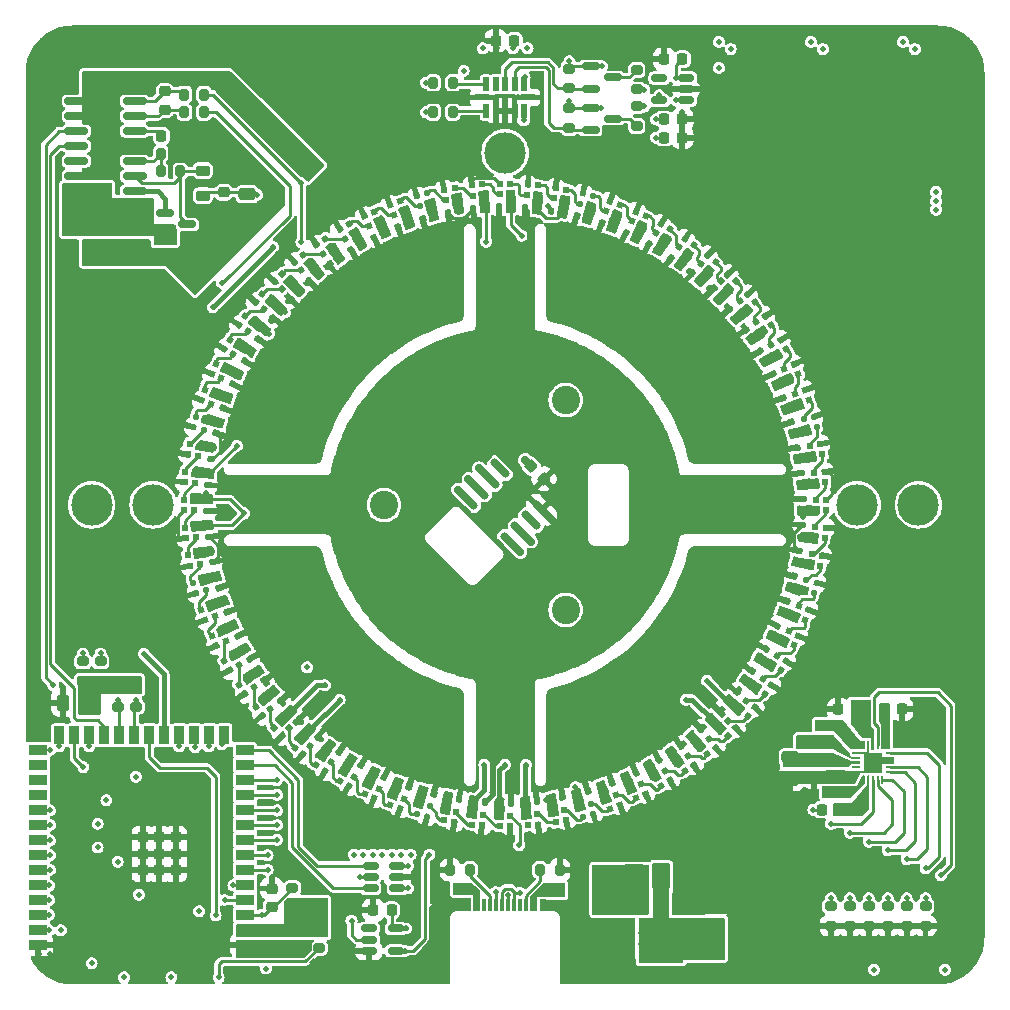
<source format=gbr>
%TF.GenerationSoftware,KiCad,Pcbnew,9.0.1*%
%TF.CreationDate,2025-04-25T15:08:37+02:00*%
%TF.ProjectId,view_base,76696577-5f62-4617-9365-2e6b69636164,0.1.0*%
%TF.SameCoordinates,Original*%
%TF.FileFunction,Copper,L1,Top*%
%TF.FilePolarity,Positive*%
%FSLAX46Y46*%
G04 Gerber Fmt 4.6, Leading zero omitted, Abs format (unit mm)*
G04 Created by KiCad (PCBNEW 9.0.1) date 2025-04-25 15:08:37*
%MOMM*%
%LPD*%
G01*
G04 APERTURE LIST*
G04 Aperture macros list*
%AMRoundRect*
0 Rectangle with rounded corners*
0 $1 Rounding radius*
0 $2 $3 $4 $5 $6 $7 $8 $9 X,Y pos of 4 corners*
0 Add a 4 corners polygon primitive as box body*
4,1,4,$2,$3,$4,$5,$6,$7,$8,$9,$2,$3,0*
0 Add four circle primitives for the rounded corners*
1,1,$1+$1,$2,$3*
1,1,$1+$1,$4,$5*
1,1,$1+$1,$6,$7*
1,1,$1+$1,$8,$9*
0 Add four rect primitives between the rounded corners*
20,1,$1+$1,$2,$3,$4,$5,0*
20,1,$1+$1,$4,$5,$6,$7,0*
20,1,$1+$1,$6,$7,$8,$9,0*
20,1,$1+$1,$8,$9,$2,$3,0*%
%AMRotRect*
0 Rectangle, with rotation*
0 The origin of the aperture is its center*
0 $1 length*
0 $2 width*
0 $3 Rotation angle, in degrees counterclockwise*
0 Add horizontal line*
21,1,$1,$2,0,0,$3*%
G04 Aperture macros list end*
%TA.AperFunction,ComponentPad*%
%ADD10C,2.400000*%
%TD*%
%TA.AperFunction,ComponentPad*%
%ADD11C,3.500000*%
%TD*%
%TA.AperFunction,SMDPad,CuDef*%
%ADD12R,0.600000X1.090000*%
%TD*%
%TA.AperFunction,SMDPad,CuDef*%
%ADD13R,0.300000X1.090000*%
%TD*%
%TA.AperFunction,ComponentPad*%
%ADD14O,1.000000X1.800000*%
%TD*%
%TA.AperFunction,ComponentPad*%
%ADD15O,1.000000X2.200000*%
%TD*%
%TA.AperFunction,SMDPad,CuDef*%
%ADD16RoundRect,0.200000X0.200000X0.275000X-0.200000X0.275000X-0.200000X-0.275000X0.200000X-0.275000X0*%
%TD*%
%TA.AperFunction,SMDPad,CuDef*%
%ADD17RoundRect,0.200000X-0.200000X-0.275000X0.200000X-0.275000X0.200000X0.275000X-0.200000X0.275000X0*%
%TD*%
%TA.AperFunction,SMDPad,CuDef*%
%ADD18RoundRect,0.250000X-0.475000X0.250000X-0.475000X-0.250000X0.475000X-0.250000X0.475000X0.250000X0*%
%TD*%
%TA.AperFunction,SMDPad,CuDef*%
%ADD19RoundRect,0.225000X-0.250000X0.225000X-0.250000X-0.225000X0.250000X-0.225000X0.250000X0.225000X0*%
%TD*%
%TA.AperFunction,SMDPad,CuDef*%
%ADD20RoundRect,0.225000X-0.225000X-0.250000X0.225000X-0.250000X0.225000X0.250000X-0.225000X0.250000X0*%
%TD*%
%TA.AperFunction,SMDPad,CuDef*%
%ADD21RoundRect,0.250000X0.475000X-0.250000X0.475000X0.250000X-0.475000X0.250000X-0.475000X-0.250000X0*%
%TD*%
%TA.AperFunction,SMDPad,CuDef*%
%ADD22RoundRect,0.225000X0.225000X0.250000X-0.225000X0.250000X-0.225000X-0.250000X0.225000X-0.250000X0*%
%TD*%
%TA.AperFunction,SMDPad,CuDef*%
%ADD23RoundRect,0.150000X-0.587500X-0.150000X0.587500X-0.150000X0.587500X0.150000X-0.587500X0.150000X0*%
%TD*%
%TA.AperFunction,SMDPad,CuDef*%
%ADD24RoundRect,0.250000X0.250000X0.475000X-0.250000X0.475000X-0.250000X-0.475000X0.250000X-0.475000X0*%
%TD*%
%TA.AperFunction,SMDPad,CuDef*%
%ADD25RoundRect,0.150000X-0.512500X-0.150000X0.512500X-0.150000X0.512500X0.150000X-0.512500X0.150000X0*%
%TD*%
%TA.AperFunction,SMDPad,CuDef*%
%ADD26RoundRect,0.218750X-0.381250X0.218750X-0.381250X-0.218750X0.381250X-0.218750X0.381250X0.218750X0*%
%TD*%
%TA.AperFunction,SMDPad,CuDef*%
%ADD27RoundRect,0.050000X0.050000X-0.300000X0.050000X0.300000X-0.050000X0.300000X-0.050000X-0.300000X0*%
%TD*%
%TA.AperFunction,SMDPad,CuDef*%
%ADD28RoundRect,0.050000X0.300000X-0.050000X0.300000X0.050000X-0.300000X0.050000X-0.300000X-0.050000X0*%
%TD*%
%TA.AperFunction,ComponentPad*%
%ADD29C,0.600000*%
%TD*%
%TA.AperFunction,SMDPad,CuDef*%
%ADD30R,1.500000X1.500000*%
%TD*%
%TA.AperFunction,SMDPad,CuDef*%
%ADD31RoundRect,0.200000X0.275000X-0.200000X0.275000X0.200000X-0.275000X0.200000X-0.275000X-0.200000X0*%
%TD*%
%TA.AperFunction,SMDPad,CuDef*%
%ADD32RoundRect,0.150000X0.689429X-0.477297X-0.477297X0.689429X-0.689429X0.477297X0.477297X-0.689429X0*%
%TD*%
%TA.AperFunction,SMDPad,CuDef*%
%ADD33RoundRect,0.225000X-0.335876X-0.017678X-0.017678X-0.335876X0.335876X0.017678X0.017678X0.335876X0*%
%TD*%
%TA.AperFunction,SMDPad,CuDef*%
%ADD34RoundRect,0.200000X-0.275000X0.200000X-0.275000X-0.200000X0.275000X-0.200000X0.275000X0.200000X0*%
%TD*%
%TA.AperFunction,SMDPad,CuDef*%
%ADD35RoundRect,0.150000X0.825000X0.150000X-0.825000X0.150000X-0.825000X-0.150000X0.825000X-0.150000X0*%
%TD*%
%TA.AperFunction,SMDPad,CuDef*%
%ADD36RoundRect,0.225000X0.250000X-0.225000X0.250000X0.225000X-0.250000X0.225000X-0.250000X-0.225000X0*%
%TD*%
%TA.AperFunction,SMDPad,CuDef*%
%ADD37RoundRect,0.140000X-0.219557X0.017173X-0.058955X-0.212189X0.219557X-0.017173X0.058955X0.212189X0*%
%TD*%
%TA.AperFunction,SMDPad,CuDef*%
%ADD38RoundRect,0.150000X0.512500X0.150000X-0.512500X0.150000X-0.512500X-0.150000X0.512500X-0.150000X0*%
%TD*%
%TA.AperFunction,SMDPad,CuDef*%
%ADD39RotRect,0.500000X0.500000X280.000000*%
%TD*%
%TA.AperFunction,SMDPad,CuDef*%
%ADD40RoundRect,0.140000X-0.219203X-0.021213X-0.021213X-0.219203X0.219203X0.021213X0.021213X0.219203X0*%
%TD*%
%TA.AperFunction,SMDPad,CuDef*%
%ADD41RotRect,0.500000X0.500000X230.000000*%
%TD*%
%TA.AperFunction,SMDPad,CuDef*%
%ADD42R,0.500000X0.500000*%
%TD*%
%TA.AperFunction,SMDPad,CuDef*%
%ADD43RotRect,0.500000X0.500000X85.000000*%
%TD*%
%TA.AperFunction,SMDPad,CuDef*%
%ADD44RotRect,0.500000X0.500000X220.000000*%
%TD*%
%TA.AperFunction,SMDPad,CuDef*%
%ADD45RotRect,0.500000X0.500000X30.000000*%
%TD*%
%TA.AperFunction,SMDPad,CuDef*%
%ADD46RotRect,0.500000X0.500000X290.000000*%
%TD*%
%TA.AperFunction,SMDPad,CuDef*%
%ADD47RoundRect,0.140000X0.073414X0.207631X-0.189700X0.111865X-0.073414X-0.207631X0.189700X-0.111865X0*%
%TD*%
%TA.AperFunction,SMDPad,CuDef*%
%ADD48RotRect,0.500000X0.500000X145.000000*%
%TD*%
%TA.AperFunction,SMDPad,CuDef*%
%ADD49RoundRect,0.140000X-0.200442X0.091230X-0.127973X-0.179229X0.200442X-0.091230X0.127973X0.179229X0*%
%TD*%
%TA.AperFunction,SMDPad,CuDef*%
%ADD50RoundRect,0.140000X-0.207631X0.073414X-0.111865X-0.189700X0.207631X-0.073414X0.111865X0.189700X0*%
%TD*%
%TA.AperFunction,SMDPad,CuDef*%
%ADD51RotRect,0.500000X0.500000X100.000000*%
%TD*%
%TA.AperFunction,SMDPad,CuDef*%
%ADD52RotRect,0.500000X0.500000X165.000000*%
%TD*%
%TA.AperFunction,SMDPad,CuDef*%
%ADD53RotRect,0.500000X0.500000X195.000000*%
%TD*%
%TA.AperFunction,SMDPad,CuDef*%
%ADD54RoundRect,0.140000X-0.198728X-0.094906X0.055038X-0.213239X0.198728X0.094906X-0.055038X0.213239X0*%
%TD*%
%TA.AperFunction,SMDPad,CuDef*%
%ADD55RoundRect,0.140000X0.220218X0.002028X0.040237X0.216520X-0.220218X-0.002028X-0.040237X-0.216520X0*%
%TD*%
%TA.AperFunction,SMDPad,CuDef*%
%ADD56RoundRect,0.140000X-0.021213X0.219203X-0.219203X0.021213X0.021213X-0.219203X0.219203X-0.021213X0*%
%TD*%
%TA.AperFunction,SMDPad,CuDef*%
%ADD57RoundRect,0.140000X0.198728X0.094906X-0.055038X0.213239X-0.198728X-0.094906X0.055038X-0.213239X0*%
%TD*%
%TA.AperFunction,SMDPad,CuDef*%
%ADD58RotRect,0.500000X0.500000X205.000000*%
%TD*%
%TA.AperFunction,SMDPad,CuDef*%
%ADD59RotRect,0.500000X0.500000X350.000000*%
%TD*%
%TA.AperFunction,SMDPad,CuDef*%
%ADD60RoundRect,0.140000X0.206244X0.077224X-0.036244X0.217224X-0.206244X-0.077224X0.036244X-0.217224X0*%
%TD*%
%TA.AperFunction,SMDPad,CuDef*%
%ADD61RotRect,0.500000X0.500000X25.000000*%
%TD*%
%TA.AperFunction,SMDPad,CuDef*%
%ADD62RoundRect,0.140000X-0.017173X-0.219557X0.212189X-0.058955X0.017173X0.219557X-0.212189X0.058955X0*%
%TD*%
%TA.AperFunction,SMDPad,CuDef*%
%ADD63RoundRect,0.140000X-0.127973X0.179229X-0.200442X-0.091230X0.127973X-0.179229X0.200442X0.091230X0*%
%TD*%
%TA.AperFunction,SMDPad,CuDef*%
%ADD64RotRect,0.500000X0.500000X255.000000*%
%TD*%
%TA.AperFunction,SMDPad,CuDef*%
%ADD65RoundRect,0.140000X0.167393X0.143107X-0.108353X0.191728X-0.167393X-0.143107X0.108353X-0.191728X0*%
%TD*%
%TA.AperFunction,SMDPad,CuDef*%
%ADD66RoundRect,0.140000X-0.216520X-0.040237X-0.002028X-0.220218X0.216520X0.040237X0.002028X0.220218X0*%
%TD*%
%TA.AperFunction,SMDPad,CuDef*%
%ADD67RotRect,0.500000X0.500000X215.000000*%
%TD*%
%TA.AperFunction,SMDPad,CuDef*%
%ADD68RoundRect,0.140000X-0.124651X-0.181555X0.154284X-0.157151X0.124651X0.181555X-0.154284X0.157151X0*%
%TD*%
%TA.AperFunction,SMDPad,CuDef*%
%ADD69RoundRect,0.140000X0.157151X-0.154284X0.181555X0.124651X-0.157151X0.154284X-0.181555X-0.124651X0*%
%TD*%
%TA.AperFunction,SMDPad,CuDef*%
%ADD70RotRect,0.500000X0.500000X55.000000*%
%TD*%
%TA.AperFunction,SMDPad,CuDef*%
%ADD71RotRect,0.500000X0.500000X50.000000*%
%TD*%
%TA.AperFunction,SMDPad,CuDef*%
%ADD72RotRect,0.500000X0.500000X170.000000*%
%TD*%
%TA.AperFunction,SMDPad,CuDef*%
%ADD73RoundRect,0.140000X0.216520X0.040237X0.002028X0.220218X-0.216520X-0.040237X-0.002028X-0.220218X0*%
%TD*%
%TA.AperFunction,SMDPad,CuDef*%
%ADD74RoundRect,0.140000X0.189700X0.111865X-0.073414X0.207631X-0.189700X-0.111865X0.073414X-0.207631X0*%
%TD*%
%TA.AperFunction,SMDPad,CuDef*%
%ADD75RotRect,0.500000X0.500000X75.000000*%
%TD*%
%TA.AperFunction,SMDPad,CuDef*%
%ADD76RoundRect,0.140000X-0.181555X0.124651X-0.157151X-0.154284X0.181555X-0.124651X0.157151X0.154284X0*%
%TD*%
%TA.AperFunction,SMDPad,CuDef*%
%ADD77RotRect,0.500000X0.500000X140.000000*%
%TD*%
%TA.AperFunction,SMDPad,CuDef*%
%ADD78RotRect,0.500000X0.500000X355.000000*%
%TD*%
%TA.AperFunction,SMDPad,CuDef*%
%ADD79RotRect,0.500000X0.500000X60.000000*%
%TD*%
%TA.AperFunction,SMDPad,CuDef*%
%ADD80RoundRect,0.140000X0.002028X-0.220218X0.216520X-0.040237X-0.002028X0.220218X-0.216520X0.040237X0*%
%TD*%
%TA.AperFunction,SMDPad,CuDef*%
%ADD81RoundRect,0.140000X-0.167393X-0.143107X0.108353X-0.191728X0.167393X0.143107X-0.108353X0.191728X0*%
%TD*%
%TA.AperFunction,SMDPad,CuDef*%
%ADD82RotRect,0.500000X0.500000X245.000000*%
%TD*%
%TA.AperFunction,SMDPad,CuDef*%
%ADD83RoundRect,0.140000X0.217224X-0.036244X0.077224X0.206244X-0.217224X0.036244X-0.077224X-0.206244X0*%
%TD*%
%TA.AperFunction,SMDPad,CuDef*%
%ADD84RotRect,0.500000X0.500000X35.000000*%
%TD*%
%TA.AperFunction,SMDPad,CuDef*%
%ADD85RotRect,0.500000X0.500000X15.000000*%
%TD*%
%TA.AperFunction,SMDPad,CuDef*%
%ADD86RotRect,0.500000X0.500000X235.000000*%
%TD*%
%TA.AperFunction,SMDPad,CuDef*%
%ADD87RoundRect,0.140000X-0.157151X0.154284X-0.181555X-0.124651X0.157151X-0.154284X0.181555X0.124651X0*%
%TD*%
%TA.AperFunction,SMDPad,CuDef*%
%ADD88RotRect,0.500000X0.500000X225.000000*%
%TD*%
%TA.AperFunction,SMDPad,CuDef*%
%ADD89RotRect,0.500000X0.500000X130.000000*%
%TD*%
%TA.AperFunction,SMDPad,CuDef*%
%ADD90R,0.500000X1.150000*%
%TD*%
%TA.AperFunction,SMDPad,CuDef*%
%ADD91R,1.150000X0.500000*%
%TD*%
%TA.AperFunction,SMDPad,CuDef*%
%ADD92RotRect,0.500000X0.500000X210.000000*%
%TD*%
%TA.AperFunction,SMDPad,CuDef*%
%ADD93RoundRect,0.140000X-0.073414X-0.207631X0.189700X-0.111865X0.073414X0.207631X-0.189700X0.111865X0*%
%TD*%
%TA.AperFunction,SMDPad,CuDef*%
%ADD94RoundRect,0.140000X-0.077224X0.206244X-0.217224X-0.036244X0.077224X-0.206244X0.217224X0.036244X0*%
%TD*%
%TA.AperFunction,SMDPad,CuDef*%
%ADD95RoundRect,0.140000X-0.143107X0.167393X-0.191728X-0.108353X0.143107X-0.167393X0.191728X0.108353X0*%
%TD*%
%TA.AperFunction,SMDPad,CuDef*%
%ADD96RotRect,0.500000X0.500000X120.000000*%
%TD*%
%TA.AperFunction,SMDPad,CuDef*%
%ADD97RotRect,0.500000X0.500000X20.000000*%
%TD*%
%TA.AperFunction,SMDPad,CuDef*%
%ADD98RotRect,0.500000X0.500000X95.000000*%
%TD*%
%TA.AperFunction,SMDPad,CuDef*%
%ADD99RotRect,0.500000X0.500000X65.000000*%
%TD*%
%TA.AperFunction,SMDPad,CuDef*%
%ADD100RotRect,0.500000X0.500000X325.000000*%
%TD*%
%TA.AperFunction,SMDPad,CuDef*%
%ADD101RoundRect,0.140000X-0.094906X0.198728X-0.213239X-0.055038X0.094906X-0.198728X0.213239X0.055038X0*%
%TD*%
%TA.AperFunction,SMDPad,CuDef*%
%ADD102RoundRect,0.140000X0.213239X-0.055038X0.094906X0.198728X-0.213239X0.055038X-0.094906X-0.198728X0*%
%TD*%
%TA.AperFunction,SMDPad,CuDef*%
%ADD103R,1.500000X2.000000*%
%TD*%
%TA.AperFunction,SMDPad,CuDef*%
%ADD104R,3.800000X2.000000*%
%TD*%
%TA.AperFunction,SMDPad,CuDef*%
%ADD105RoundRect,0.140000X-0.191728X0.108353X-0.143107X-0.167393X0.191728X-0.108353X0.143107X0.167393X0*%
%TD*%
%TA.AperFunction,SMDPad,CuDef*%
%ADD106RoundRect,0.140000X0.219557X-0.017173X0.058955X0.212189X-0.219557X0.017173X-0.058955X-0.212189X0*%
%TD*%
%TA.AperFunction,SMDPad,CuDef*%
%ADD107RoundRect,0.140000X0.181555X-0.124651X0.157151X0.154284X-0.181555X0.124651X-0.157151X-0.154284X0*%
%TD*%
%TA.AperFunction,SMDPad,CuDef*%
%ADD108RotRect,0.500000X0.500000X320.000000*%
%TD*%
%TA.AperFunction,SMDPad,CuDef*%
%ADD109RotRect,0.500000X0.500000X330.000000*%
%TD*%
%TA.AperFunction,SMDPad,CuDef*%
%ADD110RoundRect,0.140000X-0.212189X-0.058955X0.017173X-0.219557X0.212189X0.058955X-0.017173X0.219557X0*%
%TD*%
%TA.AperFunction,SMDPad,CuDef*%
%ADD111RoundRect,0.140000X0.108353X0.191728X-0.167393X0.143107X-0.108353X-0.191728X0.167393X-0.143107X0*%
%TD*%
%TA.AperFunction,SMDPad,CuDef*%
%ADD112RoundRect,0.140000X-0.002028X0.220218X-0.216520X0.040237X0.002028X-0.220218X0.216520X-0.040237X0*%
%TD*%
%TA.AperFunction,SMDPad,CuDef*%
%ADD113RotRect,0.500000X0.500000X150.000000*%
%TD*%
%TA.AperFunction,SMDPad,CuDef*%
%ADD114RoundRect,0.140000X-0.170000X0.140000X-0.170000X-0.140000X0.170000X-0.140000X0.170000X0.140000X0*%
%TD*%
%TA.AperFunction,SMDPad,CuDef*%
%ADD115RotRect,0.500000X0.500000X295.000000*%
%TD*%
%TA.AperFunction,SMDPad,CuDef*%
%ADD116RotRect,0.500000X0.500000X160.000000*%
%TD*%
%TA.AperFunction,SMDPad,CuDef*%
%ADD117RoundRect,0.140000X-0.055038X-0.213239X0.198728X-0.094906X0.055038X0.213239X-0.198728X0.094906X0*%
%TD*%
%TA.AperFunction,SMDPad,CuDef*%
%ADD118RoundRect,0.140000X-0.213239X0.055038X-0.094906X-0.198728X0.213239X-0.055038X0.094906X0.198728X0*%
%TD*%
%TA.AperFunction,SMDPad,CuDef*%
%ADD119RotRect,0.500000X0.500000X135.000000*%
%TD*%
%TA.AperFunction,SMDPad,CuDef*%
%ADD120RoundRect,0.140000X0.143107X-0.167393X0.191728X0.108353X-0.143107X0.167393X-0.191728X-0.108353X0*%
%TD*%
%TA.AperFunction,SMDPad,CuDef*%
%ADD121RoundRect,0.140000X0.094906X-0.198728X0.213239X0.055038X-0.094906X0.198728X-0.213239X-0.055038X0*%
%TD*%
%TA.AperFunction,SMDPad,CuDef*%
%ADD122RotRect,0.500000X0.500000X250.000000*%
%TD*%
%TA.AperFunction,SMDPad,CuDef*%
%ADD123RotRect,0.500000X0.500000X315.000000*%
%TD*%
%TA.AperFunction,SMDPad,CuDef*%
%ADD124RoundRect,0.140000X-0.206244X-0.077224X0.036244X-0.217224X0.206244X0.077224X-0.036244X0.217224X0*%
%TD*%
%TA.AperFunction,SMDPad,CuDef*%
%ADD125RoundRect,0.225000X-0.225000X-0.250000X0.225000X-0.250000X0.225000X0.250000X-0.225000X0.250000X0*%
%TD*%
%TA.AperFunction,SMDPad,CuDef*%
%ADD126RoundRect,0.140000X0.040237X-0.216520X0.220218X-0.002028X-0.040237X0.216520X-0.220218X0.002028X0*%
%TD*%
%TA.AperFunction,SMDPad,CuDef*%
%ADD127RotRect,0.500000X0.500000X80.000000*%
%TD*%
%TA.AperFunction,SMDPad,CuDef*%
%ADD128RotRect,0.500000X0.500000X240.000000*%
%TD*%
%TA.AperFunction,SMDPad,CuDef*%
%ADD129RotRect,0.500000X0.500000X10.000000*%
%TD*%
%TA.AperFunction,SMDPad,CuDef*%
%ADD130RotRect,0.500000X0.500000X115.000000*%
%TD*%
%TA.AperFunction,SMDPad,CuDef*%
%ADD131RotRect,0.500000X0.500000X335.000000*%
%TD*%
%TA.AperFunction,SMDPad,CuDef*%
%ADD132RoundRect,0.140000X0.191728X-0.108353X0.143107X0.167393X-0.191728X0.108353X-0.143107X-0.167393X0*%
%TD*%
%TA.AperFunction,SMDPad,CuDef*%
%ADD133RoundRect,0.140000X0.140000X0.170000X-0.140000X0.170000X-0.140000X-0.170000X0.140000X-0.170000X0*%
%TD*%
%TA.AperFunction,SMDPad,CuDef*%
%ADD134RoundRect,0.140000X0.207631X-0.073414X0.111865X0.189700X-0.207631X0.073414X-0.111865X-0.189700X0*%
%TD*%
%TA.AperFunction,SMDPad,CuDef*%
%ADD135RoundRect,0.140000X0.179229X0.127973X-0.091230X0.200442X-0.179229X-0.127973X0.091230X-0.200442X0*%
%TD*%
%TA.AperFunction,SMDPad,CuDef*%
%ADD136RoundRect,0.140000X0.058955X-0.212189X0.219557X0.017173X-0.058955X0.212189X-0.219557X-0.017173X0*%
%TD*%
%TA.AperFunction,SMDPad,CuDef*%
%ADD137RoundRect,0.140000X0.212189X0.058955X-0.017173X0.219557X-0.212189X-0.058955X0.017173X-0.219557X0*%
%TD*%
%TA.AperFunction,SMDPad,CuDef*%
%ADD138RoundRect,0.140000X-0.154284X-0.157151X0.124651X-0.181555X0.154284X0.157151X-0.124651X0.181555X0*%
%TD*%
%TA.AperFunction,SMDPad,CuDef*%
%ADD139RotRect,0.500000X0.500000X175.000000*%
%TD*%
%TA.AperFunction,SMDPad,CuDef*%
%ADD140RotRect,0.500000X0.500000X300.000000*%
%TD*%
%TA.AperFunction,SMDPad,CuDef*%
%ADD141RotRect,0.500000X0.500000X260.000000*%
%TD*%
%TA.AperFunction,SMDPad,CuDef*%
%ADD142RoundRect,0.140000X-0.220218X-0.002028X-0.040237X-0.216520X0.220218X0.002028X0.040237X0.216520X0*%
%TD*%
%TA.AperFunction,SMDPad,CuDef*%
%ADD143RoundRect,0.140000X0.021213X-0.219203X0.219203X-0.021213X-0.021213X0.219203X-0.219203X0.021213X0*%
%TD*%
%TA.AperFunction,SMDPad,CuDef*%
%ADD144RotRect,0.500000X0.500000X310.000000*%
%TD*%
%TA.AperFunction,SMDPad,CuDef*%
%ADD145RoundRect,0.140000X0.111865X-0.189700X0.207631X0.073414X-0.111865X0.189700X-0.207631X-0.073414X0*%
%TD*%
%TA.AperFunction,SMDPad,CuDef*%
%ADD146RotRect,0.500000X0.500000X340.000000*%
%TD*%
%TA.AperFunction,SMDPad,CuDef*%
%ADD147RotRect,0.500000X0.500000X110.000000*%
%TD*%
%TA.AperFunction,SMDPad,CuDef*%
%ADD148RoundRect,0.140000X0.154284X0.157151X-0.124651X0.181555X-0.154284X-0.157151X0.124651X-0.181555X0*%
%TD*%
%TA.AperFunction,SMDPad,CuDef*%
%ADD149RotRect,0.500000X0.500000X265.000000*%
%TD*%
%TA.AperFunction,SMDPad,CuDef*%
%ADD150RoundRect,0.140000X0.077224X-0.206244X0.217224X0.036244X-0.077224X0.206244X-0.217224X-0.036244X0*%
%TD*%
%TA.AperFunction,SMDPad,CuDef*%
%ADD151RotRect,0.500000X0.500000X200.000000*%
%TD*%
%TA.AperFunction,SMDPad,CuDef*%
%ADD152RoundRect,0.140000X0.127973X-0.179229X0.200442X0.091230X-0.127973X0.179229X-0.200442X-0.091230X0*%
%TD*%
%TA.AperFunction,SMDPad,CuDef*%
%ADD153RotRect,0.500000X0.500000X45.000000*%
%TD*%
%TA.AperFunction,SMDPad,CuDef*%
%ADD154RoundRect,0.140000X0.200442X-0.091230X0.127973X0.179229X-0.200442X0.091230X-0.127973X-0.179229X0*%
%TD*%
%TA.AperFunction,SMDPad,CuDef*%
%ADD155RoundRect,0.140000X0.170000X-0.140000X0.170000X0.140000X-0.170000X0.140000X-0.170000X-0.140000X0*%
%TD*%
%TA.AperFunction,SMDPad,CuDef*%
%ADD156RotRect,0.500000X0.500000X70.000000*%
%TD*%
%TA.AperFunction,SMDPad,CuDef*%
%ADD157RoundRect,0.140000X-0.111865X0.189700X-0.207631X-0.073414X0.111865X-0.189700X0.207631X0.073414X0*%
%TD*%
%TA.AperFunction,SMDPad,CuDef*%
%ADD158RotRect,0.500000X0.500000X105.000000*%
%TD*%
%TA.AperFunction,SMDPad,CuDef*%
%ADD159RoundRect,0.140000X-0.040237X0.216520X-0.220218X0.002028X0.040237X-0.216520X0.220218X-0.002028X0*%
%TD*%
%TA.AperFunction,SMDPad,CuDef*%
%ADD160RotRect,0.500000X0.500000X5.000000*%
%TD*%
%TA.AperFunction,SMDPad,CuDef*%
%ADD161RoundRect,0.140000X-0.189700X-0.111865X0.073414X-0.207631X0.189700X0.111865X-0.073414X0.207631X0*%
%TD*%
%TA.AperFunction,SMDPad,CuDef*%
%ADD162RotRect,0.500000X0.500000X305.000000*%
%TD*%
%TA.AperFunction,SMDPad,CuDef*%
%ADD163RoundRect,0.140000X0.124651X0.181555X-0.154284X0.157151X-0.124651X-0.181555X0.154284X-0.157151X0*%
%TD*%
%TA.AperFunction,SMDPad,CuDef*%
%ADD164RoundRect,0.140000X-0.108353X-0.191728X0.167393X-0.143107X0.108353X0.191728X-0.167393X0.143107X0*%
%TD*%
%TA.AperFunction,SMDPad,CuDef*%
%ADD165RoundRect,0.140000X-0.217224X0.036244X-0.077224X-0.206244X0.217224X-0.036244X0.077224X0.206244X0*%
%TD*%
%TA.AperFunction,SMDPad,CuDef*%
%ADD166R,1.500000X0.900000*%
%TD*%
%TA.AperFunction,SMDPad,CuDef*%
%ADD167R,0.900000X1.500000*%
%TD*%
%TA.AperFunction,SMDPad,CuDef*%
%ADD168R,0.900000X0.900000*%
%TD*%
%TA.AperFunction,SMDPad,CuDef*%
%ADD169RoundRect,0.140000X0.219203X0.021213X0.021213X0.219203X-0.219203X-0.021213X-0.021213X-0.219203X0*%
%TD*%
%TA.AperFunction,SMDPad,CuDef*%
%ADD170RotRect,0.500000X0.500000X125.000000*%
%TD*%
%TA.AperFunction,SMDPad,CuDef*%
%ADD171RotRect,0.500000X0.500000X155.000000*%
%TD*%
%TA.AperFunction,SMDPad,CuDef*%
%ADD172RoundRect,0.140000X-0.091230X-0.200442X0.179229X-0.127973X0.091230X0.200442X-0.179229X0.127973X0*%
%TD*%
%TA.AperFunction,SMDPad,CuDef*%
%ADD173RotRect,0.500000X0.500000X345.000000*%
%TD*%
%TA.AperFunction,SMDPad,CuDef*%
%ADD174RotRect,0.500000X0.500000X285.000000*%
%TD*%
%TA.AperFunction,SMDPad,CuDef*%
%ADD175RoundRect,0.140000X-0.179229X-0.127973X0.091230X-0.200442X0.179229X0.127973X-0.091230X0.200442X0*%
%TD*%
%TA.AperFunction,SMDPad,CuDef*%
%ADD176RoundRect,0.140000X-0.036244X-0.217224X0.206244X-0.077224X0.036244X0.217224X-0.206244X0.077224X0*%
%TD*%
%TA.AperFunction,SMDPad,CuDef*%
%ADD177RoundRect,0.140000X0.017173X0.219557X-0.212189X0.058955X-0.017173X-0.219557X0.212189X-0.058955X0*%
%TD*%
%TA.AperFunction,SMDPad,CuDef*%
%ADD178RotRect,0.500000X0.500000X185.000000*%
%TD*%
%TA.AperFunction,SMDPad,CuDef*%
%ADD179RoundRect,0.140000X0.055038X0.213239X-0.198728X0.094906X-0.055038X-0.213239X0.198728X-0.094906X0*%
%TD*%
%TA.AperFunction,SMDPad,CuDef*%
%ADD180RoundRect,0.140000X-0.140000X-0.170000X0.140000X-0.170000X0.140000X0.170000X-0.140000X0.170000X0*%
%TD*%
%TA.AperFunction,SMDPad,CuDef*%
%ADD181RoundRect,0.140000X0.036244X0.217224X-0.206244X0.077224X-0.036244X-0.217224X0.206244X-0.077224X0*%
%TD*%
%TA.AperFunction,SMDPad,CuDef*%
%ADD182RotRect,0.500000X0.500000X40.000000*%
%TD*%
%TA.AperFunction,SMDPad,CuDef*%
%ADD183RotRect,0.500000X0.500000X275.000000*%
%TD*%
%TA.AperFunction,SMDPad,CuDef*%
%ADD184RotRect,0.500000X0.500000X190.000000*%
%TD*%
%TA.AperFunction,SMDPad,CuDef*%
%ADD185RoundRect,0.140000X-0.058955X0.212189X-0.219557X-0.017173X0.058955X-0.212189X0.219557X0.017173X0*%
%TD*%
%TA.AperFunction,SMDPad,CuDef*%
%ADD186RoundRect,0.140000X0.091230X0.200442X-0.179229X0.127973X-0.091230X-0.200442X0.179229X-0.127973X0*%
%TD*%
%TA.AperFunction,ViaPad*%
%ADD187C,0.500000*%
%TD*%
%TA.AperFunction,ViaPad*%
%ADD188C,0.800000*%
%TD*%
%TA.AperFunction,Conductor*%
%ADD189C,0.250000*%
%TD*%
%TA.AperFunction,Conductor*%
%ADD190C,0.400000*%
%TD*%
%TA.AperFunction,Conductor*%
%ADD191C,0.650000*%
%TD*%
G04 APERTURE END LIST*
D10*
%TO.P,H4,1,1*%
%TO.N,unconnected-(H4-Pad1)*%
X151125427Y-91122500D03*
%TD*%
%TO.P,H1,1,1*%
%TO.N,unconnected-(H1-Pad1)*%
X151125427Y-108877499D03*
%TD*%
%TO.P,H2,1,1*%
%TO.N,unconnected-(H2-Pad1)*%
X135749146Y-100000000D03*
%TD*%
D11*
%TO.P,H3,1,1*%
%TO.N,unconnected-(H3-Pad1)*%
X116200000Y-100000000D03*
%TD*%
%TO.P,H5,1,1*%
%TO.N,unconnected-(H5-Pad1)*%
X146000000Y-70200000D03*
%TD*%
%TO.P,H6,1,1*%
%TO.N,unconnected-(H6-Pad1)*%
X175800000Y-100000000D03*
%TD*%
D12*
%TO.P,J1,A1,GND*%
%TO.N,GND*%
X142800000Y-133850000D03*
%TO.P,J1,A4,VBUS*%
%TO.N,+5V*%
X143600000Y-133850000D03*
D13*
%TO.P,J1,A5,CC1*%
%TO.N,/USB_CC1*%
X144750000Y-133850000D03*
%TO.P,J1,A6,D+*%
%TO.N,/USB_D+*%
X145750000Y-133850000D03*
%TO.P,J1,A7,D-*%
%TO.N,/USB_D-*%
X146250000Y-133850000D03*
%TO.P,J1,A8,SBU1*%
%TO.N,unconnected-(J1-SBU1-PadA8)*%
X147250000Y-133850000D03*
D12*
%TO.P,J1,A9,VBUS*%
%TO.N,+5V*%
X148400000Y-133850000D03*
%TO.P,J1,A12,GND*%
%TO.N,GND*%
X149200000Y-133850000D03*
%TO.P,J1,B1,GND*%
X149200000Y-133850000D03*
%TO.P,J1,B4,VBUS*%
%TO.N,+5V*%
X148400000Y-133850000D03*
D13*
%TO.P,J1,B5,CC2*%
%TO.N,/USB_CC2*%
X147750000Y-133850000D03*
%TO.P,J1,B6,D+*%
%TO.N,/USB_D+*%
X146750000Y-133850000D03*
%TO.P,J1,B7,D-*%
%TO.N,/USB_D-*%
X145250000Y-133850000D03*
%TO.P,J1,B8,SBU2*%
%TO.N,unconnected-(J1-SBU2-PadB8)*%
X144250000Y-133850000D03*
D12*
%TO.P,J1,B9,VBUS*%
%TO.N,+5V*%
X143600000Y-133850000D03*
%TO.P,J1,B12,GND*%
%TO.N,GND*%
X142800000Y-133850000D03*
D14*
%TO.P,J1,S1,SHIELD*%
X140380000Y-135000000D03*
D15*
X140380000Y-139000000D03*
D14*
X151620000Y-135000000D03*
D15*
X151620000Y-139000000D03*
%TD*%
D16*
%TO.P,R2,1*%
%TO.N,/USB_CC1*%
X143025000Y-130900000D03*
%TO.P,R2,2*%
%TO.N,GND*%
X141375000Y-130900000D03*
%TD*%
D17*
%TO.P,R1,1*%
%TO.N,/USB_CC2*%
X148975000Y-130900000D03*
%TO.P,R1,2*%
%TO.N,GND*%
X150625000Y-130900000D03*
%TD*%
D18*
%TO.P,C86,1*%
%TO.N,+5V*%
X170150000Y-121350000D03*
%TO.P,C86,2*%
%TO.N,GND*%
X170150000Y-123250000D03*
%TD*%
D19*
%TO.P,C87,1*%
%TO.N,+5V*%
X172150000Y-121525000D03*
%TO.P,C87,2*%
%TO.N,GND*%
X172150000Y-123075000D03*
%TD*%
D20*
%TO.P,C89,1*%
%TO.N,+5V*%
X172825000Y-125800000D03*
%TO.P,C89,2*%
%TO.N,Net-(U8-VCP)*%
X174375000Y-125800000D03*
%TD*%
D18*
%TO.P,C44,1*%
%TO.N,+3V3*%
X113175000Y-76300000D03*
%TO.P,C44,2*%
%TO.N,GNDA*%
X113175000Y-78200000D03*
%TD*%
D20*
%TO.P,C88,1*%
%TO.N,+3V3*%
X178075000Y-117300000D03*
%TO.P,C88,2*%
%TO.N,GND*%
X179625000Y-117300000D03*
%TD*%
D21*
%TO.P,C33,1*%
%TO.N,/STRAIN_E+*%
X124175000Y-73700000D03*
%TO.P,C33,2*%
%TO.N,GNDA*%
X124175000Y-71800000D03*
%TD*%
D22*
%TO.P,C56,1*%
%TO.N,GNDA*%
X118450000Y-68750000D03*
%TO.P,C56,2*%
%TO.N,Net-(U6-VBG)*%
X116900000Y-68750000D03*
%TD*%
D23*
%TO.P,Q1,1,B*%
%TO.N,Net-(Q1-B)*%
X117237500Y-75300000D03*
%TO.P,Q1,2,E*%
%TO.N,+3V3*%
X117237500Y-77200000D03*
%TO.P,Q1,3,C*%
%TO.N,Net-(Q1-C)*%
X119112500Y-76250000D03*
%TD*%
D17*
%TO.P,R14,1*%
%TO.N,Net-(U6-VFB)*%
X116850000Y-70250000D03*
%TO.P,R14,2*%
%TO.N,GNDA*%
X118500000Y-70250000D03*
%TD*%
%TO.P,R11,1*%
%TO.N,Net-(U6-INA-)*%
X118850000Y-66750000D03*
%TO.P,R11,2*%
%TO.N,/STRAIN_S-*%
X120500000Y-66750000D03*
%TD*%
D24*
%TO.P,C75,1*%
%TO.N,+3V3*%
X110450000Y-116750000D03*
%TO.P,C75,2*%
%TO.N,GND*%
X108550000Y-116750000D03*
%TD*%
D19*
%TO.P,C45,1*%
%TO.N,+3V3*%
X115175000Y-76475000D03*
%TO.P,C45,2*%
%TO.N,GNDA*%
X115175000Y-78025000D03*
%TD*%
D25*
%TO.P,U1,1,NC*%
%TO.N,unconnected-(U1-NC-Pad1)*%
X134475000Y-135860000D03*
%TO.P,U1,2,A*%
%TO.N,/LED_DATA_3V3*%
X134475000Y-136810000D03*
%TO.P,U1,3,GND*%
%TO.N,GND*%
X134475000Y-137760000D03*
%TO.P,U1,4,Y*%
%TO.N,/LED_DATA_5V*%
X136750000Y-137760000D03*
%TO.P,U1,5,VCC*%
%TO.N,+5V*%
X136750000Y-135860000D03*
%TD*%
D26*
%TO.P,L1,1*%
%TO.N,Net-(Q1-C)*%
X120425000Y-71687500D03*
%TO.P,L1,2*%
%TO.N,/STRAIN_E+*%
X120425000Y-73812500D03*
%TD*%
D27*
%TO.P,U8,1,W*%
%TO.N,Net-(J6-Pin_1)*%
X176350000Y-123250000D03*
%TO.P,U8,2,VCP*%
%TO.N,Net-(U8-VCP)*%
X176750000Y-123250000D03*
%TO.P,U8,3,UH*%
%TO.N,/TMC_UH*%
X177150000Y-123250000D03*
%TO.P,U8,4,VH*%
%TO.N,/TMC_VH*%
X177550000Y-123250000D03*
%TO.P,U8,5,WH*%
%TO.N,/TMC_WH*%
X177950000Y-123250000D03*
D28*
%TO.P,U8,6,UL*%
%TO.N,/TMC_UL*%
X178600000Y-122600000D03*
%TO.P,U8,7,WL*%
%TO.N,/TMC_WL*%
X178600000Y-122200000D03*
%TO.P,U8,8,GND*%
%TO.N,GND*%
X178600000Y-121800000D03*
%TO.P,U8,9,GND*%
X178600000Y-121400000D03*
%TO.P,U8,10,VL*%
%TO.N,/TMC_VL*%
X178600000Y-121000000D03*
D27*
%TO.P,U8,11,VIO/~{STDBY}*%
%TO.N,+3V3*%
X177950000Y-120350000D03*
%TO.P,U8,12,DIAG*%
%TO.N,/TMC_DIAG*%
X177550000Y-120350000D03*
%TO.P,U8,13,1V8OUT*%
%TO.N,Net-(U8-1V8OUT)*%
X177150000Y-120350000D03*
%TO.P,U8,14,GND*%
%TO.N,GND*%
X176750000Y-120350000D03*
%TO.P,U8,15,U*%
%TO.N,Net-(J6-Pin_3)*%
X176350000Y-120350000D03*
D28*
%TO.P,U8,16,BRUV*%
%TO.N,GND*%
X175700000Y-121000000D03*
%TO.P,U8,17,V*%
%TO.N,Net-(J6-Pin_2)*%
X175700000Y-121400000D03*
%TO.P,U8,18,VS*%
%TO.N,+5V*%
X175700000Y-121800000D03*
%TO.P,U8,19,NC*%
%TO.N,unconnected-(U8-NC-Pad19)*%
X175700000Y-122200000D03*
%TO.P,U8,20,BRW*%
%TO.N,GND*%
X175700000Y-122600000D03*
D29*
%TO.P,U8,PAD,PAD*%
X176650000Y-122300000D03*
X177650000Y-122300000D03*
D30*
X177150000Y-121800000D03*
D29*
X176650000Y-121300000D03*
X177650000Y-121300000D03*
%TD*%
D22*
%TO.P,C5,1*%
%TO.N,+3V3*%
X146775000Y-60700000D03*
%TO.P,C5,2*%
%TO.N,GND*%
X145225000Y-60700000D03*
%TD*%
%TO.P,C91,1*%
%TO.N,Net-(U8-1V8OUT)*%
X175775000Y-117300000D03*
%TO.P,C91,2*%
%TO.N,GND*%
X174225000Y-117300000D03*
%TD*%
D31*
%TO.P,R8,1*%
%TO.N,/MAG_CLK*%
X114750000Y-117075000D03*
%TO.P,R8,2*%
%TO.N,+3V3*%
X114750000Y-115425000D03*
%TD*%
D32*
%TO.P,U2,1,VDD*%
%TO.N,+3V3*%
X146403051Y-103097128D03*
%TO.P,U2,2,MODE*%
X147301076Y-102199102D03*
%TO.P,U2,3,ANALOG/PWM*%
%TO.N,unconnected-(U2-ANALOG{slash}PWM-Pad3)*%
X148199102Y-101301076D03*
%TO.P,U2,4,GND*%
%TO.N,GND*%
X149097128Y-100403051D03*
%TO.P,U2,5,PUSH*%
%TO.N,unconnected-(U2-PUSH-Pad5)*%
X145596949Y-96902872D03*
%TO.P,U2,6,A/U/SDA/DO*%
%TO.N,/MAG_DO*%
X144698924Y-97800898D03*
%TO.P,U2,7,B/V/SCL/CLK*%
%TO.N,/MAG_CLK*%
X143800898Y-98698924D03*
%TO.P,U2,8,Z/W/CSN*%
%TO.N,/MAG_CSN*%
X142902872Y-99596949D03*
%TD*%
D33*
%TO.P,C2,1*%
%TO.N,+3V3*%
X148201992Y-96701992D03*
%TO.P,C2,2*%
%TO.N,GND*%
X149298008Y-97798008D03*
%TD*%
D22*
%TO.P,C3,1*%
%TO.N,+5V*%
X136387500Y-134300000D03*
%TO.P,C3,2*%
%TO.N,GND*%
X134837500Y-134300000D03*
%TD*%
D34*
%TO.P,R5,1*%
%TO.N,+3V3*%
X113250000Y-115425000D03*
%TO.P,R5,2*%
%TO.N,/MAG_DO*%
X113250000Y-117075000D03*
%TD*%
D31*
%TO.P,R10,1*%
%TO.N,+3V3*%
X110249997Y-114899999D03*
%TO.P,R10,2*%
%TO.N,SCL*%
X110249997Y-113249999D03*
%TD*%
%TO.P,R9,1*%
%TO.N,+3V3*%
X111750000Y-114899998D03*
%TO.P,R9,2*%
%TO.N,SDA*%
X111750000Y-113249998D03*
%TD*%
D35*
%TO.P,U6,1,VSUP*%
%TO.N,+3V3*%
X114650000Y-74695000D03*
%TO.P,U6,2,BASE*%
%TO.N,Net-(Q1-B)*%
X114650000Y-73425000D03*
%TO.P,U6,3,AVDD*%
%TO.N,Net-(Q1-C)*%
X114650000Y-72155000D03*
%TO.P,U6,4,VFB*%
%TO.N,Net-(U6-VFB)*%
X114650000Y-70885000D03*
%TO.P,U6,5,AGND*%
%TO.N,GNDA*%
X114650000Y-69615000D03*
%TO.P,U6,6,VBG*%
%TO.N,Net-(U6-VBG)*%
X114650000Y-68345000D03*
%TO.P,U6,7,INA-*%
%TO.N,Net-(U6-INA-)*%
X114650000Y-67075000D03*
%TO.P,U6,8,INA+*%
%TO.N,Net-(U6-INA+)*%
X114650000Y-65805000D03*
%TO.P,U6,9,INB-*%
%TO.N,GNDA*%
X109700000Y-65805000D03*
%TO.P,U6,10,INB+*%
X109700000Y-67075000D03*
%TO.P,U6,11,PD_SCK*%
%TO.N,/STRAIN_SCK*%
X109700000Y-68345000D03*
%TO.P,U6,12,DOUT*%
%TO.N,/STRAIN_DO*%
X109700000Y-69615000D03*
%TO.P,U6,13,XO*%
%TO.N,unconnected-(U6-XO-Pad13)*%
X109700000Y-70885000D03*
%TO.P,U6,14,XI*%
%TO.N,GNDA*%
X109700000Y-72155000D03*
%TO.P,U6,15,RATE*%
%TO.N,+3V3*%
X109700000Y-73425000D03*
%TO.P,U6,16,DVDD*%
X109700000Y-74695000D03*
%TD*%
D16*
%TO.P,R12,1*%
%TO.N,/STRAIN_S+*%
X120500000Y-65250000D03*
%TO.P,R12,2*%
%TO.N,Net-(U6-INA+)*%
X118850000Y-65250000D03*
%TD*%
D36*
%TO.P,C43,1*%
%TO.N,/STRAIN_E+*%
X122175000Y-73525000D03*
%TO.P,C43,2*%
%TO.N,GNDA*%
X122175000Y-71975000D03*
%TD*%
D16*
%TO.P,R13,1*%
%TO.N,Net-(Q1-C)*%
X118500000Y-71750000D03*
%TO.P,R13,2*%
%TO.N,Net-(U6-VFB)*%
X116850000Y-71750000D03*
%TD*%
D19*
%TO.P,C55,1*%
%TO.N,Net-(U6-INA+)*%
X117175000Y-64975000D03*
%TO.P,C55,2*%
%TO.N,Net-(U6-INA-)*%
X117175000Y-66525000D03*
%TD*%
D34*
%TO.P,R15,1*%
%TO.N,/TMC_UH*%
X173600000Y-133975000D03*
%TO.P,R15,2*%
%TO.N,GND*%
X173600000Y-135625000D03*
%TD*%
%TO.P,R16,1*%
%TO.N,/TMC_VH*%
X175200000Y-133975000D03*
%TO.P,R16,2*%
%TO.N,GND*%
X175200000Y-135625000D03*
%TD*%
%TO.P,R20,1*%
%TO.N,/TMC_VL*%
X181600000Y-133975000D03*
%TO.P,R20,2*%
%TO.N,GND*%
X181600000Y-135625000D03*
%TD*%
%TO.P,R17,1*%
%TO.N,/TMC_WH*%
X176800000Y-133975000D03*
%TO.P,R17,2*%
%TO.N,GND*%
X176800000Y-135625000D03*
%TD*%
%TO.P,R18,1*%
%TO.N,/TMC_UL*%
X178400000Y-133975000D03*
%TO.P,R18,2*%
%TO.N,GND*%
X178400000Y-135625000D03*
%TD*%
%TO.P,R19,1*%
%TO.N,/TMC_WL*%
X180000000Y-133975000D03*
%TO.P,R19,2*%
%TO.N,GND*%
X180000000Y-135625000D03*
%TD*%
D31*
%TO.P,R21,1*%
%TO.N,+3V3*%
X128000000Y-134075000D03*
%TO.P,R21,2*%
%TO.N,/ESP32_EN*%
X128000000Y-132425000D03*
%TD*%
D36*
%TO.P,C76,1*%
%TO.N,/ESP32_EN*%
X126250000Y-134025000D03*
%TO.P,C76,2*%
%TO.N,GND*%
X126250000Y-132475000D03*
%TD*%
D19*
%TO.P,C92,1*%
%TO.N,+3V3*%
X126250000Y-135975000D03*
%TO.P,C92,2*%
%TO.N,GND*%
X126250000Y-137525000D03*
%TD*%
D21*
%TO.P,C4,1*%
%TO.N,+3V3*%
X163899999Y-135649999D03*
%TO.P,C4,2*%
%TO.N,GND*%
X163899999Y-133749999D03*
%TD*%
D18*
%TO.P,C1,1*%
%TO.N,+5V*%
X154499999Y-133750001D03*
%TO.P,C1,2*%
%TO.N,GND*%
X154499999Y-135650001D03*
%TD*%
D11*
%TO.P,H7,1,1*%
%TO.N,unconnected-(H7-Pad1)*%
X181000000Y-100000000D03*
%TD*%
%TO.P,H8,1,1*%
%TO.N,unconnected-(H8-Pad1)*%
X111000000Y-100000000D03*
%TD*%
D18*
%TO.P,C90,1*%
%TO.N,+3V3*%
X128250000Y-135800000D03*
%TO.P,C90,2*%
%TO.N,GND*%
X128250000Y-137700000D03*
%TD*%
D37*
%TO.P,C10,1*%
%TO.N,+5V*%
X125074683Y-114066807D03*
%TO.P,C10,2*%
%TO.N,GND*%
X125625317Y-114853193D03*
%TD*%
D38*
%TO.P,U10,1,IN*%
%TO.N,+3V3*%
X161325000Y-65750000D03*
%TO.P,U10,2,GND*%
%TO.N,GND*%
X161325000Y-64800000D03*
%TO.P,U10,3,EN*%
%TO.N,+3V3*%
X161325000Y-63850000D03*
%TO.P,U10,4,NC*%
%TO.N,unconnected-(U10-NC-Pad4)*%
X159050000Y-63850000D03*
%TO.P,U10,5,OUT*%
%TO.N,+2V8*%
X159050000Y-65750000D03*
%TD*%
D39*
%TO.P,D23,1,VSS*%
%TO.N,GND*%
X140833713Y-73293671D03*
%TO.P,D23,2,DIN*%
%TO.N,Net-(D14-DOUT)*%
X140989996Y-74179998D03*
%TO.P,D23,3,VDD*%
%TO.N,+5V*%
X141876323Y-74023715D03*
%TO.P,D23,4,DOUT*%
%TO.N,Net-(D23-DOUT)*%
X141720040Y-73137388D03*
%TD*%
D40*
%TO.P,C11,1*%
%TO.N,+5V*%
X127840589Y-117480589D03*
%TO.P,C11,2*%
%TO.N,GND*%
X128519411Y-118159411D03*
%TD*%
D41*
%TO.P,D42,1,VSS*%
%TO.N,GND*%
X163144534Y-78876026D03*
%TO.P,D42,2,DIN*%
%TO.N,Net-(D33-DOUT)*%
X162566026Y-79565466D03*
%TO.P,D42,3,VDD*%
%TO.N,+5V*%
X163255466Y-80143974D03*
%TO.P,D42,4,DOUT*%
%TO.N,Net-(D42-DOUT)*%
X163833974Y-79454534D03*
%TD*%
D42*
%TO.P,D41,1,VSS*%
%TO.N,GND*%
X145549997Y-72799997D03*
%TO.P,D41,2,DIN*%
%TO.N,Net-(D32-DOUT)*%
X145549997Y-73699997D03*
%TO.P,D41,3,VDD*%
%TO.N,+5V*%
X146449997Y-73699997D03*
%TO.P,D41,4,DOUT*%
%TO.N,Net-(D41-DOUT)*%
X146449997Y-72799997D03*
%TD*%
D43*
%TO.P,D10,1,VSS*%
%TO.N,GND*%
X144059069Y-127138390D03*
%TO.P,D10,2,DIN*%
%TO.N,Net-(D1-DOUT)*%
X144137509Y-126241814D03*
%TO.P,D10,3,VDD*%
%TO.N,+5V*%
X143240933Y-126163374D03*
%TO.P,D10,4,DOUT*%
%TO.N,Net-(D10-DOUT)*%
X143162493Y-127059950D03*
%TD*%
D44*
%TO.P,D60,1,VSS*%
%TO.N,GND*%
X166545466Y-82166026D03*
%TO.P,D60,2,DIN*%
%TO.N,Net-(D51-DOUT)*%
X165856026Y-82744534D03*
%TO.P,D60,3,VDD*%
%TO.N,+5V*%
X166434534Y-83433974D03*
%TO.P,D60,4,DOUT*%
%TO.N,Net-(D60-DOUT)*%
X167123974Y-82855466D03*
%TD*%
D45*
%TO.P,D38,1,VSS*%
%TO.N,GND*%
X122674439Y-113988860D03*
%TO.P,D38,2,DIN*%
%TO.N,Net-(D29-DOUT)*%
X123453861Y-113538860D03*
%TO.P,D38,3,VDD*%
%TO.N,+5V*%
X123003861Y-112759438D03*
%TO.P,D38,4,DOUT*%
%TO.N,Net-(D38-DOUT)*%
X122224439Y-113209438D03*
%TD*%
D46*
%TO.P,D5,1,VSS*%
%TO.N,GND*%
X136272177Y-74594275D03*
%TO.P,D5,2,DIN*%
%TO.N,Net-(D5-DIN)*%
X136579995Y-75439999D03*
%TO.P,D5,3,VDD*%
%TO.N,+5V*%
X137425719Y-75132181D03*
%TO.P,D5,4,DOUT*%
%TO.N,Net-(D14-DIN)*%
X137117901Y-74286457D03*
%TD*%
D47*
%TO.P,C61,1*%
%TO.N,+5V*%
X137821052Y-76145830D03*
%TO.P,C61,2*%
%TO.N,GND*%
X136918948Y-76474170D03*
%TD*%
D48*
%TO.P,D53,1,VSS*%
%TO.N,GND*%
X168536728Y-115229491D03*
%TO.P,D53,2,DIN*%
%TO.N,Net-(D44-DOUT)*%
X167799491Y-114713272D03*
%TO.P,D53,3,VDD*%
%TO.N,+5V*%
X167283272Y-115450509D03*
%TO.P,D53,4,DOUT*%
%TO.N,Net-(D53-DOUT)*%
X168020509Y-115966728D03*
%TD*%
D49*
%TO.P,C8,1*%
%TO.N,+5V*%
X121515767Y-106066356D03*
%TO.P,C8,2*%
%TO.N,GND*%
X121764233Y-106993644D03*
%TD*%
D50*
%TO.P,C83,1*%
%TO.N,+5V*%
X122145830Y-108168948D03*
%TO.P,C83,2*%
%TO.N,GND*%
X122474170Y-109071052D03*
%TD*%
D16*
%TO.P,R26,1*%
%TO.N,Net-(U9-GPIO1)*%
X141575000Y-64250000D03*
%TO.P,R26,2*%
%TO.N,+2V8*%
X139925000Y-64250000D03*
%TD*%
D51*
%TO.P,D63,1,VSS*%
%TO.N,GND*%
X151171305Y-126705022D03*
%TO.P,D63,2,DIN*%
%TO.N,Net-(D54-DOUT)*%
X151015022Y-125818695D03*
%TO.P,D63,3,VDD*%
%TO.N,+5V*%
X150128695Y-125974978D03*
%TO.P,D63,4,DOUT*%
%TO.N,Net-(D63-DOUT)*%
X150284978Y-126861305D03*
%TD*%
D23*
%TO.P,Q3,1,G*%
%TO.N,+2V8*%
X153250000Y-62850000D03*
%TO.P,Q3,2,S*%
%TO.N,SDA_2.8*%
X153250000Y-64750000D03*
%TO.P,Q3,3,D*%
%TO.N,SDA*%
X155125000Y-63800000D03*
%TD*%
D52*
%TO.P,D17,1,VSS*%
%TO.N,GND*%
X172391135Y-106601802D03*
%TO.P,D17,2,DIN*%
%TO.N,Net-(D17-DIN)*%
X171521802Y-106368865D03*
%TO.P,D17,3,VDD*%
%TO.N,+5V*%
X171288865Y-107238198D03*
%TO.P,D17,4,DOUT*%
%TO.N,Net-(D17-DOUT)*%
X172158198Y-107471135D03*
%TD*%
D53*
%TO.P,D34,1,VSS*%
%TO.N,GND*%
X172150584Y-92523676D03*
%TO.P,D34,2,DIN*%
%TO.N,Net-(D25-DOUT)*%
X171281251Y-92756613D03*
%TO.P,D34,3,VDD*%
%TO.N,+5V*%
X171514188Y-93625946D03*
%TO.P,D34,4,DOUT*%
%TO.N,Net-(D34-DOUT)*%
X172383521Y-93393009D03*
%TD*%
D54*
%TO.P,C13,1*%
%TO.N,+5V*%
X134914972Y-122637143D03*
%TO.P,C13,2*%
%TO.N,GND*%
X135785028Y-123042857D03*
%TD*%
D55*
%TO.P,C18,1*%
%TO.N,+5V*%
X165618538Y-84167701D03*
%TO.P,C18,2*%
%TO.N,GND*%
X165001462Y-83432299D03*
%TD*%
D56*
%TO.P,C72,1*%
%TO.N,+5V*%
X128519411Y-81850589D03*
%TO.P,C72,2*%
%TO.N,GND*%
X127840589Y-82529411D03*
%TD*%
D57*
%TO.P,C31,1*%
%TO.N,+5V*%
X157085028Y-77362857D03*
%TO.P,C31,2*%
%TO.N,GND*%
X156214972Y-76957143D03*
%TD*%
D58*
%TO.P,D16,1,VSS*%
%TO.N,GND*%
X170460924Y-88093847D03*
%TO.P,D16,2,DIN*%
%TO.N,Net-(D16-DIN)*%
X169645247Y-88474204D03*
%TO.P,D16,3,VDD*%
%TO.N,+5V*%
X170025604Y-89289881D03*
%TO.P,D16,4,DOUT*%
%TO.N,Net-(D16-DOUT)*%
X170841281Y-88909524D03*
%TD*%
D59*
%TO.P,D39,1,VSS*%
%TO.N,GND*%
X119132379Y-95717281D03*
%TO.P,D39,2,DIN*%
%TO.N,Net-(D30-DOUT)*%
X120018706Y-95873564D03*
%TO.P,D39,3,VDD*%
%TO.N,+5V*%
X120174989Y-94987237D03*
%TO.P,D39,4,DOUT*%
%TO.N,Net-(D39-DOUT)*%
X119288662Y-94830954D03*
%TD*%
D60*
%TO.P,C60,1*%
%TO.N,+5V*%
X159015692Y-78410000D03*
%TO.P,C60,2*%
%TO.N,GND*%
X158184308Y-77930000D03*
%TD*%
D61*
%TO.P,D47,1,VSS*%
%TO.N,GND*%
X121544679Y-111906035D03*
%TO.P,D47,2,DIN*%
%TO.N,Net-(D38-DOUT)*%
X122360356Y-111525678D03*
%TO.P,D47,3,VDD*%
%TO.N,+5V*%
X121979999Y-110710001D03*
%TO.P,D47,4,DOUT*%
%TO.N,Net-(D47-DOUT)*%
X121164322Y-111090358D03*
%TD*%
D62*
%TO.P,C25,1*%
%TO.N,+5V*%
X160076807Y-120935317D03*
%TO.P,C25,2*%
%TO.N,GND*%
X160863193Y-120384683D03*
%TD*%
D63*
%TO.P,C54,1*%
%TO.N,+5V*%
X121774233Y-93016356D03*
%TO.P,C54,2*%
%TO.N,GND*%
X121525767Y-93943644D03*
%TD*%
D64*
%TO.P,D68,1,VSS*%
%TO.N,GND*%
X152601802Y-73608865D03*
%TO.P,D68,2,DIN*%
%TO.N,Net-(D59-DOUT)*%
X152368865Y-74478198D03*
%TO.P,D68,3,VDD*%
%TO.N,+5V*%
X153238198Y-74711135D03*
%TO.P,D68,4,DOUT*%
%TO.N,Net-(D6-DIN)*%
X153471135Y-73841802D03*
%TD*%
D65*
%TO.P,C51,1*%
%TO.N,+5V*%
X150852708Y-75253351D03*
%TO.P,C51,2*%
%TO.N,GND*%
X149907292Y-75086649D03*
%TD*%
D66*
%TO.P,C64,1*%
%TO.N,+5V*%
X129432299Y-119001462D03*
%TO.P,C64,2*%
%TO.N,GND*%
X130167701Y-119618538D03*
%TD*%
D67*
%TO.P,D69,1,VSS*%
%TO.N,GND*%
X168020509Y-84033272D03*
%TO.P,D69,2,DIN*%
%TO.N,Net-(D60-DOUT)*%
X167283272Y-84549491D03*
%TO.P,D69,3,VDD*%
%TO.N,+5V*%
X167799491Y-85286728D03*
%TO.P,D69,4,DOUT*%
%TO.N,Net-(D69-DOUT)*%
X168536728Y-84770509D03*
%TD*%
D68*
%TO.P,C22,1*%
%TO.N,+5V*%
X147721827Y-125161835D03*
%TO.P,C22,2*%
%TO.N,GND*%
X148678173Y-125078165D03*
%TD*%
D69*
%TO.P,C16,1*%
%TO.N,+5V*%
X171068165Y-102678173D03*
%TO.P,C16,2*%
%TO.N,GND*%
X171151835Y-101721827D03*
%TD*%
D70*
%TO.P,D64,1,VSS*%
%TO.N,GND*%
X130770509Y-122536728D03*
%TO.P,D64,2,DIN*%
%TO.N,Net-(D55-DOUT)*%
X131286728Y-121799491D03*
%TO.P,D64,3,VDD*%
%TO.N,+5V*%
X130549491Y-121283272D03*
%TO.P,D64,4,DOUT*%
%TO.N,Net-(D2-DIN)*%
X130033272Y-122020509D03*
%TD*%
D42*
%TO.P,D21,1,VSS*%
%TO.N,GND*%
X118800000Y-100450000D03*
%TO.P,D21,2,DIN*%
%TO.N,Net-(D12-DOUT)*%
X119700000Y-100450000D03*
%TO.P,D21,3,VDD*%
%TO.N,+5V*%
X119700000Y-99550000D03*
%TO.P,D21,4,DOUT*%
%TO.N,Net-(D21-DOUT)*%
X118800000Y-99550000D03*
%TD*%
D71*
%TO.P,D2,1,VSS*%
%TO.N,GND*%
X128865466Y-121123974D03*
%TO.P,D2,2,DIN*%
%TO.N,Net-(D2-DIN)*%
X129443974Y-120434534D03*
%TO.P,D2,3,VDD*%
%TO.N,+5V*%
X128754534Y-119856026D03*
%TO.P,D2,4,DOUT*%
%TO.N,Net-(D11-DIN)*%
X128176026Y-120545466D03*
%TD*%
D72*
%TO.P,D8,1,VSS*%
%TO.N,GND*%
X172857621Y-104282719D03*
%TO.P,D8,2,DIN*%
%TO.N,Net-(D70-DOUT)*%
X171971294Y-104126436D03*
%TO.P,D8,3,VDD*%
%TO.N,+5V*%
X171815011Y-105012763D03*
%TO.P,D8,4,DOUT*%
%TO.N,Net-(D17-DIN)*%
X172701338Y-105169046D03*
%TD*%
D73*
%TO.P,C37,1*%
%TO.N,+5V*%
X162567701Y-80998538D03*
%TO.P,C37,2*%
%TO.N,GND*%
X161832299Y-80381462D03*
%TD*%
D22*
%TO.P,C95,1*%
%TO.N,GND*%
X161012500Y-68899995D03*
%TO.P,C95,2*%
%TO.N,+2V8*%
X159462500Y-68899995D03*
%TD*%
D74*
%TO.P,C80,1*%
%TO.N,+5V*%
X155071052Y-76474170D03*
%TO.P,C80,2*%
%TO.N,GND*%
X154168948Y-76145830D03*
%TD*%
D75*
%TO.P,D28,1,VSS*%
%TO.N,GND*%
X139398198Y-126391135D03*
%TO.P,D28,2,DIN*%
%TO.N,Net-(D19-DOUT)*%
X139631135Y-125521802D03*
%TO.P,D28,3,VDD*%
%TO.N,+5V*%
X138761802Y-125288865D03*
%TO.P,D28,4,DOUT*%
%TO.N,Net-(D28-DOUT)*%
X138528865Y-126158198D03*
%TD*%
D76*
%TO.P,C40,1*%
%TO.N,+5V*%
X120848165Y-101721827D03*
%TO.P,C40,2*%
%TO.N,GND*%
X120931835Y-102678173D03*
%TD*%
D77*
%TO.P,D62,1,VSS*%
%TO.N,GND*%
X167123974Y-117144534D03*
%TO.P,D62,2,DIN*%
%TO.N,Net-(D53-DOUT)*%
X166434534Y-116566026D03*
%TO.P,D62,3,VDD*%
%TO.N,+5V*%
X165856026Y-117255466D03*
%TO.P,D62,4,DOUT*%
%TO.N,Net-(D62-DOUT)*%
X166545466Y-117833974D03*
%TD*%
D78*
%TO.P,D30,1,VSS*%
%TO.N,GND*%
X118864984Y-98078136D03*
%TO.P,D30,2,DIN*%
%TO.N,Net-(D21-DOUT)*%
X119761560Y-98156576D03*
%TO.P,D30,3,VDD*%
%TO.N,+5V*%
X119840000Y-97260000D03*
%TO.P,D30,4,DOUT*%
%TO.N,Net-(D30-DOUT)*%
X118943424Y-97181560D03*
%TD*%
D79*
%TO.P,D55,1,VSS*%
%TO.N,GND*%
X132784711Y-123784711D03*
%TO.P,D55,2,DIN*%
%TO.N,Net-(D46-DOUT)*%
X133234711Y-123005289D03*
%TO.P,D55,3,VDD*%
%TO.N,+5V*%
X132455289Y-122555289D03*
%TO.P,D55,4,DOUT*%
%TO.N,Net-(D55-DOUT)*%
X132005289Y-123334711D03*
%TD*%
D80*
%TO.P,C57,1*%
%TO.N,+5V*%
X161834598Y-119617076D03*
%TO.P,C57,2*%
%TO.N,GND*%
X162570000Y-119000000D03*
%TD*%
D81*
%TO.P,C42,1*%
%TO.N,+5V*%
X141147292Y-124736649D03*
%TO.P,C42,2*%
%TO.N,GND*%
X142092708Y-124903351D03*
%TD*%
D82*
%TO.P,D15,1,VSS*%
%TO.N,GND*%
X157092340Y-75161983D03*
%TO.P,D15,2,DIN*%
%TO.N,Net-(D15-DIN)*%
X156711983Y-75977660D03*
%TO.P,D15,3,VDD*%
%TO.N,+5V*%
X157527660Y-76358017D03*
%TO.P,D15,4,DOUT*%
%TO.N,Net-(D15-DOUT)*%
X157908017Y-75542340D03*
%TD*%
D31*
%TO.P,R24,1*%
%TO.N,SCL_2.8*%
X151450000Y-68075000D03*
%TO.P,R24,2*%
%TO.N,+2V8*%
X151450000Y-66425000D03*
%TD*%
D83*
%TO.P,C19,1*%
%TO.N,+5V*%
X168060000Y-87815692D03*
%TO.P,C19,2*%
%TO.N,GND*%
X167580000Y-86984308D03*
%TD*%
D84*
%TO.P,D29,1,VSS*%
%TO.N,GND*%
X123979491Y-115966728D03*
%TO.P,D29,2,DIN*%
%TO.N,Net-(D20-DOUT)*%
X124716728Y-115450509D03*
%TO.P,D29,3,VDD*%
%TO.N,+5V*%
X124200509Y-114713272D03*
%TO.P,D29,4,DOUT*%
%TO.N,Net-(D29-DOUT)*%
X123463272Y-115229491D03*
%TD*%
D85*
%TO.P,D65,1,VSS*%
%TO.N,GND*%
X119843604Y-107472271D03*
%TO.P,D65,2,DIN*%
%TO.N,Net-(D56-DOUT)*%
X120712937Y-107239334D03*
%TO.P,D65,3,VDD*%
%TO.N,+5V*%
X120480000Y-106370001D03*
%TO.P,D65,4,DOUT*%
%TO.N,Net-(D3-DIN)*%
X119610667Y-106602938D03*
%TD*%
D86*
%TO.P,D33,1,VSS*%
%TO.N,GND*%
X161229491Y-77463272D03*
%TO.P,D33,2,DIN*%
%TO.N,Net-(D24-DOUT)*%
X160713272Y-78200509D03*
%TO.P,D33,3,VDD*%
%TO.N,+5V*%
X161450509Y-78716728D03*
%TO.P,D33,4,DOUT*%
%TO.N,Net-(D33-DOUT)*%
X161966728Y-77979491D03*
%TD*%
D87*
%TO.P,C21,1*%
%TO.N,+5V*%
X120941835Y-97331827D03*
%TO.P,C21,2*%
%TO.N,GND*%
X120858165Y-98288173D03*
%TD*%
D88*
%TO.P,D51,1,VSS*%
%TO.N,GND*%
X164910000Y-80443604D03*
%TO.P,D51,2,DIN*%
%TO.N,Net-(D42-DOUT)*%
X164273604Y-81080000D03*
%TO.P,D51,3,VDD*%
%TO.N,+5V*%
X164910000Y-81716396D03*
%TO.P,D51,4,DOUT*%
%TO.N,Net-(D51-DOUT)*%
X165546396Y-81080000D03*
%TD*%
D89*
%TO.P,D9,1,VSS*%
%TO.N,GND*%
X163823974Y-120545466D03*
%TO.P,D9,2,DIN*%
%TO.N,Net-(D71-DOUT)*%
X163245466Y-119856026D03*
%TO.P,D9,3,VDD*%
%TO.N,+5V*%
X162556026Y-120434534D03*
%TO.P,D9,4,DOUT*%
%TO.N,Net-(D18-DIN)*%
X163134534Y-121123974D03*
%TD*%
D90*
%TO.P,U9,1,AVDDVCSEL*%
%TO.N,+2V8*%
X147600000Y-66625000D03*
%TO.P,U9,2,AVSSVCSEL*%
%TO.N,GND*%
X146800000Y-66625000D03*
%TO.P,U9,3,GND*%
X146000000Y-66625000D03*
%TO.P,U9,4,GND2*%
X145200000Y-66625000D03*
%TO.P,U9,5,XSHUT*%
%TO.N,Net-(U9-XSHUT)*%
X144400000Y-66625000D03*
D91*
%TO.P,U9,6,GND3*%
%TO.N,GND*%
X144075000Y-65500000D03*
D90*
%TO.P,U9,7,GPIO1*%
%TO.N,Net-(U9-GPIO1)*%
X144400000Y-64375000D03*
%TO.P,U9,8,DNC*%
%TO.N,unconnected-(U9-DNC-Pad8)*%
X145200000Y-64375000D03*
%TO.P,U9,9,SDA*%
%TO.N,SDA_2.8*%
X146000000Y-64375000D03*
%TO.P,U9,10,SCL*%
%TO.N,SCL_2.8*%
X146800000Y-64375000D03*
%TO.P,U9,11,AVDD*%
%TO.N,+2V8*%
X147600000Y-64375000D03*
D91*
%TO.P,U9,12,GND4*%
%TO.N,GND*%
X147925000Y-65500000D03*
%TD*%
D92*
%TO.P,D7,1,VSS*%
%TO.N,GND*%
X169330000Y-86010578D03*
%TO.P,D7,2,DIN*%
%TO.N,Net-(D69-DOUT)*%
X168550578Y-86460578D03*
%TO.P,D7,3,VDD*%
%TO.N,+5V*%
X169000578Y-87240000D03*
%TO.P,D7,4,DOUT*%
%TO.N,Net-(D16-DIN)*%
X169780000Y-86790000D03*
%TD*%
D42*
%TO.P,D61,1,VSS*%
%TO.N,GND*%
X173190000Y-99550000D03*
%TO.P,D61,2,DIN*%
%TO.N,Net-(D52-DOUT)*%
X172290000Y-99550000D03*
%TO.P,D61,3,VDD*%
%TO.N,+5V*%
X172290000Y-100450000D03*
%TO.P,D61,4,DOUT*%
%TO.N,Net-(D61-DOUT)*%
X173190000Y-100450000D03*
%TD*%
D34*
%TO.P,R28,1*%
%TO.N,SDA*%
X157150000Y-63175000D03*
%TO.P,R28,2*%
%TO.N,+3V3*%
X157150000Y-64825000D03*
%TD*%
D93*
%TO.P,C15,1*%
%TO.N,+5V*%
X154168948Y-123854170D03*
%TO.P,C15,2*%
%TO.N,GND*%
X155071052Y-123525830D03*
%TD*%
D94*
%TO.P,C39,1*%
%TO.N,+5V*%
X124420000Y-86984308D03*
%TO.P,C39,2*%
%TO.N,GND*%
X123940000Y-87815692D03*
%TD*%
D95*
%TO.P,C74,1*%
%TO.N,+5V*%
X121253351Y-95147292D03*
%TO.P,C74,2*%
%TO.N,GND*%
X121086649Y-96092708D03*
%TD*%
D96*
%TO.P,D27,1,VSS*%
%TO.N,GND*%
X159988861Y-123325559D03*
%TO.P,D27,2,DIN*%
%TO.N,Net-(D18-DOUT)*%
X159538861Y-122546137D03*
%TO.P,D27,3,VDD*%
%TO.N,+5V*%
X158759439Y-122996137D03*
%TO.P,D27,4,DOUT*%
%TO.N,Net-(D27-DOUT)*%
X159209439Y-123775559D03*
%TD*%
D97*
%TO.P,D56,1,VSS*%
%TO.N,GND*%
X120601047Y-109726771D03*
%TO.P,D56,2,DIN*%
%TO.N,Net-(D47-DOUT)*%
X121446771Y-109418953D03*
%TO.P,D56,3,VDD*%
%TO.N,+5V*%
X121138953Y-108573229D03*
%TO.P,D56,4,DOUT*%
%TO.N,Net-(D56-DOUT)*%
X120293229Y-108881047D03*
%TD*%
D98*
%TO.P,D72,1,VSS*%
%TO.N,GND*%
X148817508Y-127059068D03*
%TO.P,D72,2,DIN*%
%TO.N,Net-(D63-DOUT)*%
X148739068Y-126162492D03*
%TO.P,D72,3,VDD*%
%TO.N,+5V*%
X147842492Y-126240932D03*
%TO.P,D72,4,DOUT*%
%TO.N,unconnected-(D72-DOUT-Pad4)*%
X147920932Y-127137508D03*
%TD*%
D38*
%TO.P,U5,1,I/O1*%
%TO.N,/USB_D-*%
X136887500Y-132450000D03*
%TO.P,U5,2,GND*%
%TO.N,GND*%
X136887500Y-131500000D03*
%TO.P,U5,3,I/O2*%
%TO.N,/USB_D+*%
X136887500Y-130550000D03*
%TO.P,U5,4,I/O2*%
%TO.N,/ESP_USB_D+*%
X134612500Y-130550000D03*
%TO.P,U5,5,VBUS*%
%TO.N,+5V*%
X134612500Y-131500000D03*
%TO.P,U5,6,I/O1*%
%TO.N,/ESP_USB_D-*%
X134612500Y-132450000D03*
%TD*%
D99*
%TO.P,D46,1,VSS*%
%TO.N,GND*%
X134917660Y-124838017D03*
%TO.P,D46,2,DIN*%
%TO.N,Net-(D37-DOUT)*%
X135298017Y-124022340D03*
%TO.P,D46,3,VDD*%
%TO.N,+5V*%
X134482340Y-123641983D03*
%TO.P,D46,4,DOUT*%
%TO.N,Net-(D46-DOUT)*%
X134101983Y-124457660D03*
%TD*%
D100*
%TO.P,D13,1,VSS*%
%TO.N,GND*%
X123466543Y-84771018D03*
%TO.P,D13,2,DIN*%
%TO.N,Net-(D13-DIN)*%
X124203780Y-85287237D03*
%TO.P,D13,3,VDD*%
%TO.N,+5V*%
X124719999Y-84550000D03*
%TO.P,D13,4,DOUT*%
%TO.N,Net-(D13-DOUT)*%
X123982762Y-84033781D03*
%TD*%
D101*
%TO.P,C32,1*%
%TO.N,+5V*%
X123362857Y-88914972D03*
%TO.P,C32,2*%
%TO.N,GND*%
X122957143Y-89785028D03*
%TD*%
D102*
%TO.P,C69,1*%
%TO.N,+5V*%
X169052857Y-89785028D03*
%TO.P,C69,2*%
%TO.N,GND*%
X168647143Y-88914972D03*
%TD*%
D103*
%TO.P,U4,1,GND*%
%TO.N,GND*%
X161500002Y-131450000D03*
%TO.P,U4,2,Output*%
%TO.N,+3V3*%
X159200002Y-131450000D03*
D104*
X159200002Y-137750000D03*
D103*
%TO.P,U4,3,Input*%
%TO.N,+5V*%
X156900002Y-131450000D03*
%TD*%
D105*
%TO.P,C7,1*%
%TO.N,+5V*%
X121090000Y-103900000D03*
%TO.P,C7,2*%
%TO.N,GND*%
X121256702Y-104845416D03*
%TD*%
D106*
%TO.P,C28,1*%
%TO.N,+5V*%
X166925317Y-85933193D03*
%TO.P,C28,2*%
%TO.N,GND*%
X166374683Y-85146807D03*
%TD*%
D107*
%TO.P,C17,1*%
%TO.N,+5V*%
X171151835Y-98278173D03*
%TO.P,C17,2*%
%TO.N,GND*%
X171068165Y-97321827D03*
%TD*%
D108*
%TO.P,D22,1,VSS*%
%TO.N,GND*%
X124876026Y-82855466D03*
%TO.P,D22,2,DIN*%
%TO.N,Net-(D13-DOUT)*%
X125565466Y-83433974D03*
%TO.P,D22,3,VDD*%
%TO.N,+5V*%
X126143974Y-82744534D03*
%TO.P,D22,4,DOUT*%
%TO.N,Net-(D22-DOUT)*%
X125454534Y-82166026D03*
%TD*%
D109*
%TO.P,D4,1,VSS*%
%TO.N,GND*%
X122225289Y-86804711D03*
%TO.P,D4,2,DIN*%
%TO.N,Net-(D4-DIN)*%
X123004711Y-87254711D03*
%TO.P,D4,3,VDD*%
%TO.N,+5V*%
X123454711Y-86475289D03*
%TO.P,D4,4,DOUT*%
%TO.N,Net-(D13-DIN)*%
X122675289Y-86025289D03*
%TD*%
D110*
%TO.P,C12,1*%
%TO.N,+5V*%
X131156807Y-120364683D03*
%TO.P,C12,2*%
%TO.N,GND*%
X131943193Y-120915317D03*
%TD*%
D111*
%TO.P,C53,1*%
%TO.N,+5V*%
X142092708Y-75096649D03*
%TO.P,C53,2*%
%TO.N,GND*%
X141147292Y-75263351D03*
%TD*%
D112*
%TO.P,C82,1*%
%TO.N,+5V*%
X130177701Y-80401462D03*
%TO.P,C82,2*%
%TO.N,GND*%
X129442299Y-81018538D03*
%TD*%
D113*
%TO.P,D44,1,VSS*%
%TO.N,GND*%
X169774711Y-113215289D03*
%TO.P,D44,2,DIN*%
%TO.N,Net-(D35-DOUT)*%
X168995289Y-112765289D03*
%TO.P,D44,3,VDD*%
%TO.N,+5V*%
X168545289Y-113544711D03*
%TO.P,D44,4,DOUT*%
%TO.N,Net-(D44-DOUT)*%
X169324711Y-113994711D03*
%TD*%
D114*
%TO.P,C63,1*%
%TO.N,+5V*%
X120800000Y-99520000D03*
%TO.P,C63,2*%
%TO.N,GND*%
X120800000Y-100480000D03*
%TD*%
D115*
%TO.P,D67,1,VSS*%
%TO.N,GND*%
X134099639Y-75544322D03*
%TO.P,D67,2,DIN*%
%TO.N,Net-(D58-DOUT)*%
X134479996Y-76359999D03*
%TO.P,D67,3,VDD*%
%TO.N,+5V*%
X135295673Y-75979642D03*
%TO.P,D67,4,DOUT*%
%TO.N,Net-(D5-DIN)*%
X134915316Y-75163965D03*
%TD*%
D116*
%TO.P,D26,1,VSS*%
%TO.N,GND*%
X171706771Y-108881047D03*
%TO.P,D26,2,DIN*%
%TO.N,Net-(D17-DOUT)*%
X170861047Y-108573229D03*
%TO.P,D26,3,VDD*%
%TO.N,+5V*%
X170553229Y-109418953D03*
%TO.P,D26,4,DOUT*%
%TO.N,Net-(D26-DOUT)*%
X171398953Y-109726771D03*
%TD*%
D117*
%TO.P,C66,1*%
%TO.N,+5V*%
X156224972Y-123062857D03*
%TO.P,C66,2*%
%TO.N,GND*%
X157095028Y-122657143D03*
%TD*%
D118*
%TO.P,C9,1*%
%TO.N,+5V*%
X122957143Y-110214972D03*
%TO.P,C9,2*%
%TO.N,GND*%
X123362857Y-111085028D03*
%TD*%
D22*
%TO.P,C94,1*%
%TO.N,GND*%
X161012500Y-67350000D03*
%TO.P,C94,2*%
%TO.N,+2V8*%
X159462500Y-67350000D03*
%TD*%
D31*
%TO.P,R25,1*%
%TO.N,SDA_2.8*%
X151437500Y-64699998D03*
%TO.P,R25,2*%
%TO.N,+2V8*%
X151437500Y-63049998D03*
%TD*%
D119*
%TO.P,D71,1,VSS*%
%TO.N,GND*%
X165546396Y-118910000D03*
%TO.P,D71,2,DIN*%
%TO.N,Net-(D62-DOUT)*%
X164910000Y-118273604D03*
%TO.P,D71,3,VDD*%
%TO.N,+5V*%
X164273604Y-118910000D03*
%TO.P,D71,4,DOUT*%
%TO.N,Net-(D71-DOUT)*%
X164910000Y-119546396D03*
%TD*%
D120*
%TO.P,C68,1*%
%TO.N,+5V*%
X170736649Y-104852708D03*
%TO.P,C68,2*%
%TO.N,GND*%
X170903351Y-103907292D03*
%TD*%
D121*
%TO.P,C26,1*%
%TO.N,+5V*%
X168637143Y-111085028D03*
%TO.P,C26,2*%
%TO.N,GND*%
X169042857Y-110214972D03*
%TD*%
D122*
%TO.P,D6,1,VSS*%
%TO.N,GND*%
X154881047Y-74293229D03*
%TO.P,D6,2,DIN*%
%TO.N,Net-(D6-DIN)*%
X154573229Y-75138953D03*
%TO.P,D6,3,VDD*%
%TO.N,+5V*%
X155418953Y-75446771D03*
%TO.P,D6,4,DOUT*%
%TO.N,Net-(D15-DIN)*%
X155726771Y-74601047D03*
%TD*%
D123*
%TO.P,D31,1,VSS*%
%TO.N,GND*%
X126453604Y-81080000D03*
%TO.P,D31,2,DIN*%
%TO.N,Net-(D22-DOUT)*%
X127090000Y-81716396D03*
%TO.P,D31,3,VDD*%
%TO.N,+5V*%
X127726396Y-81080000D03*
%TO.P,D31,4,DOUT*%
%TO.N,Net-(D31-DOUT)*%
X127090000Y-80443604D03*
%TD*%
D42*
%TO.P,D1,1,VSS*%
%TO.N,GND*%
X146450000Y-127200000D03*
%TO.P,D1,2,DIN*%
%TO.N,/LED_DATA_5V*%
X146450000Y-126300000D03*
%TO.P,D1,3,VDD*%
%TO.N,+5V*%
X145550000Y-126300000D03*
%TO.P,D1,4,DOUT*%
%TO.N,Net-(D1-DOUT)*%
X145550000Y-127200000D03*
%TD*%
D124*
%TO.P,C65,1*%
%TO.N,+5V*%
X132984308Y-121580000D03*
%TO.P,C65,2*%
%TO.N,GND*%
X133815692Y-122060000D03*
%TD*%
D125*
%TO.P,C93,1*%
%TO.N,GND*%
X159462501Y-62250000D03*
%TO.P,C93,2*%
%TO.N,+3V3*%
X161012501Y-62250000D03*
%TD*%
D126*
%TO.P,C77,1*%
%TO.N,+5V*%
X164991462Y-116567701D03*
%TO.P,C77,2*%
%TO.N,GND*%
X165608538Y-115832299D03*
%TD*%
D127*
%TO.P,D19,1,VSS*%
%TO.N,GND*%
X141715022Y-126861305D03*
%TO.P,D19,2,DIN*%
%TO.N,Net-(D10-DOUT)*%
X141871305Y-125974978D03*
%TO.P,D19,3,VDD*%
%TO.N,+5V*%
X140984978Y-125818695D03*
%TO.P,D19,4,DOUT*%
%TO.N,Net-(D19-DOUT)*%
X140828695Y-126705022D03*
%TD*%
D128*
%TO.P,D24,1,VSS*%
%TO.N,GND*%
X159205289Y-76225289D03*
%TO.P,D24,2,DIN*%
%TO.N,Net-(D15-DOUT)*%
X158755289Y-77004711D03*
%TO.P,D24,3,VDD*%
%TO.N,+5V*%
X159534711Y-77454711D03*
%TO.P,D24,4,DOUT*%
%TO.N,Net-(D24-DOUT)*%
X159984711Y-76675289D03*
%TD*%
D129*
%TO.P,D3,1,VSS*%
%TO.N,GND*%
X119292091Y-105162319D03*
%TO.P,D3,2,DIN*%
%TO.N,Net-(D3-DIN)*%
X120178418Y-105006036D03*
%TO.P,D3,3,VDD*%
%TO.N,+5V*%
X120022135Y-104119709D03*
%TO.P,D3,4,DOUT*%
%TO.N,Net-(D12-DIN)*%
X119135808Y-104275992D03*
%TD*%
D130*
%TO.P,D36,1,VSS*%
%TO.N,GND*%
X157898017Y-124457660D03*
%TO.P,D36,2,DIN*%
%TO.N,Net-(D27-DOUT)*%
X157517660Y-123641983D03*
%TO.P,D36,3,VDD*%
%TO.N,+5V*%
X156701983Y-124022340D03*
%TO.P,D36,4,DOUT*%
%TO.N,Net-(D36-DOUT)*%
X157082340Y-124838017D03*
%TD*%
D131*
%TO.P,D66,1,VSS*%
%TO.N,GND*%
X121161983Y-88907660D03*
%TO.P,D66,2,DIN*%
%TO.N,Net-(D57-DOUT)*%
X121977660Y-89288017D03*
%TO.P,D66,3,VDD*%
%TO.N,+5V*%
X122358017Y-88472340D03*
%TO.P,D66,4,DOUT*%
%TO.N,Net-(D4-DIN)*%
X121542340Y-88091983D03*
%TD*%
D132*
%TO.P,C49,1*%
%TO.N,+5V*%
X170913351Y-96092708D03*
%TO.P,C49,2*%
%TO.N,GND*%
X170746649Y-95147292D03*
%TD*%
D133*
%TO.P,C79,1*%
%TO.N,+5V*%
X146480000Y-74790000D03*
%TO.P,C79,2*%
%TO.N,GND*%
X145520000Y-74790000D03*
%TD*%
D134*
%TO.P,C38,1*%
%TO.N,+5V*%
X169844170Y-91831052D03*
%TO.P,C38,2*%
%TO.N,GND*%
X169515830Y-90928948D03*
%TD*%
D135*
%TO.P,C50,1*%
%TO.N,+5V*%
X152989999Y-75770001D03*
%TO.P,C50,2*%
%TO.N,GND*%
X152062711Y-75521535D03*
%TD*%
D136*
%TO.P,C67,1*%
%TO.N,+5V*%
X166374683Y-114853193D03*
%TO.P,C67,2*%
%TO.N,GND*%
X166925317Y-114066807D03*
%TD*%
D137*
%TO.P,C30,1*%
%TO.N,+5V*%
X160843193Y-79625317D03*
%TO.P,C30,2*%
%TO.N,GND*%
X160056807Y-79074683D03*
%TD*%
D138*
%TO.P,C24,1*%
%TO.N,+5V*%
X143321827Y-125078165D03*
%TO.P,C24,2*%
%TO.N,GND*%
X144278173Y-125161835D03*
%TD*%
D139*
%TO.P,D70,1,VSS*%
%TO.N,GND*%
X173137508Y-101920932D03*
%TO.P,D70,2,DIN*%
%TO.N,Net-(D61-DOUT)*%
X172240932Y-101842492D03*
%TO.P,D70,3,VDD*%
%TO.N,+5V*%
X172162492Y-102739068D03*
%TO.P,D70,4,DOUT*%
%TO.N,Net-(D70-DOUT)*%
X173059068Y-102817508D03*
%TD*%
D140*
%TO.P,D58,1,VSS*%
%TO.N,GND*%
X132009993Y-76670577D03*
%TO.P,D58,2,DIN*%
%TO.N,Net-(D49-DOUT)*%
X132459993Y-77449999D03*
%TO.P,D58,3,VDD*%
%TO.N,+5V*%
X133239415Y-76999999D03*
%TO.P,D58,4,DOUT*%
%TO.N,Net-(D58-DOUT)*%
X132789415Y-76220577D03*
%TD*%
D141*
%TO.P,D59,1,VSS*%
%TO.N,GND*%
X150284978Y-73138695D03*
%TO.P,D59,2,DIN*%
%TO.N,Net-(D50-DOUT)*%
X150128695Y-74025022D03*
%TO.P,D59,3,VDD*%
%TO.N,+5V*%
X151015022Y-74181305D03*
%TO.P,D59,4,DOUT*%
%TO.N,Net-(D59-DOUT)*%
X151171305Y-73294978D03*
%TD*%
D142*
%TO.P,C85,1*%
%TO.N,+5V*%
X126391462Y-115832299D03*
%TO.P,C85,2*%
%TO.N,GND*%
X127008538Y-116567701D03*
%TD*%
D143*
%TO.P,C47,1*%
%TO.N,+5V*%
X163480589Y-118159411D03*
%TO.P,C47,2*%
%TO.N,GND*%
X164159411Y-117480589D03*
%TD*%
D144*
%TO.P,D40,1,VSS*%
%TO.N,GND*%
X128166026Y-79454534D03*
%TO.P,D40,2,DIN*%
%TO.N,Net-(D31-DOUT)*%
X128744534Y-80143974D03*
%TO.P,D40,3,VDD*%
%TO.N,+5V*%
X129433974Y-79565466D03*
%TO.P,D40,4,DOUT*%
%TO.N,Net-(D40-DOUT)*%
X128855466Y-78876026D03*
%TD*%
D145*
%TO.P,C58,1*%
%TO.N,+5V*%
X169515830Y-109071052D03*
%TO.P,C58,2*%
%TO.N,GND*%
X169844170Y-108168948D03*
%TD*%
D146*
%TO.P,D57,1,VSS*%
%TO.N,GND*%
X120286457Y-91127905D03*
%TO.P,D57,2,DIN*%
%TO.N,Net-(D48-DOUT)*%
X121132181Y-91435723D03*
%TO.P,D57,3,VDD*%
%TO.N,+5V*%
X121439999Y-90589999D03*
%TO.P,D57,4,DOUT*%
%TO.N,Net-(D57-DOUT)*%
X120594275Y-90282181D03*
%TD*%
D147*
%TO.P,D45,1,VSS*%
%TO.N,GND*%
X155716771Y-125398953D03*
%TO.P,D45,2,DIN*%
%TO.N,Net-(D36-DOUT)*%
X155408953Y-124553229D03*
%TO.P,D45,3,VDD*%
%TO.N,+5V*%
X154563229Y-124861047D03*
%TO.P,D45,4,DOUT*%
%TO.N,Net-(D45-DOUT)*%
X154871047Y-125706771D03*
%TD*%
D148*
%TO.P,C59,1*%
%TO.N,+5V*%
X148678173Y-74921835D03*
%TO.P,C59,2*%
%TO.N,GND*%
X147721827Y-74838165D03*
%TD*%
D149*
%TO.P,D50,1,VSS*%
%TO.N,GND*%
X147918437Y-72863421D03*
%TO.P,D50,2,DIN*%
%TO.N,Net-(D41-DOUT)*%
X147839997Y-73759997D03*
%TO.P,D50,3,VDD*%
%TO.N,+5V*%
X148736573Y-73838437D03*
%TO.P,D50,4,DOUT*%
%TO.N,Net-(D50-DOUT)*%
X148815013Y-72941861D03*
%TD*%
D150*
%TO.P,C78,1*%
%TO.N,+5V*%
X167590000Y-113015692D03*
%TO.P,C78,2*%
%TO.N,GND*%
X168070000Y-112184308D03*
%TD*%
D151*
%TO.P,D25,1,VSS*%
%TO.N,GND*%
X171398831Y-90275287D03*
%TO.P,D25,2,DIN*%
%TO.N,Net-(D16-DOUT)*%
X170553107Y-90583105D03*
%TO.P,D25,3,VDD*%
%TO.N,+5V*%
X170860925Y-91428829D03*
%TO.P,D25,4,DOUT*%
%TO.N,Net-(D25-DOUT)*%
X171706649Y-91121011D03*
%TD*%
D152*
%TO.P,C48,1*%
%TO.N,+5V*%
X170215767Y-106983644D03*
%TO.P,C48,2*%
%TO.N,GND*%
X170464233Y-106056356D03*
%TD*%
D153*
%TO.P,D11,1,VSS*%
%TO.N,GND*%
X127090000Y-119546396D03*
%TO.P,D11,2,DIN*%
%TO.N,Net-(D11-DIN)*%
X127726396Y-118910000D03*
%TO.P,D11,3,VDD*%
%TO.N,+5V*%
X127090000Y-118273604D03*
%TO.P,D11,4,DOUT*%
%TO.N,Net-(D11-DOUT)*%
X126453604Y-118910000D03*
%TD*%
D154*
%TO.P,C27,1*%
%TO.N,+5V*%
X170474233Y-93943644D03*
%TO.P,C27,2*%
%TO.N,GND*%
X170225767Y-93016356D03*
%TD*%
D155*
%TO.P,C35,1*%
%TO.N,+5V*%
X171210000Y-100480000D03*
%TO.P,C35,2*%
%TO.N,GND*%
X171210000Y-99520000D03*
%TD*%
D156*
%TO.P,D37,1,VSS*%
%TO.N,GND*%
X137118953Y-125706771D03*
%TO.P,D37,2,DIN*%
%TO.N,Net-(D28-DOUT)*%
X137426771Y-124861047D03*
%TO.P,D37,3,VDD*%
%TO.N,+5V*%
X136581047Y-124553229D03*
%TO.P,D37,4,DOUT*%
%TO.N,Net-(D37-DOUT)*%
X136273229Y-125398953D03*
%TD*%
D157*
%TO.P,C20,1*%
%TO.N,+5V*%
X122484170Y-90928948D03*
%TO.P,C20,2*%
%TO.N,GND*%
X122155830Y-91831052D03*
%TD*%
D158*
%TO.P,D54,1,VSS*%
%TO.N,GND*%
X153471135Y-126148198D03*
%TO.P,D54,2,DIN*%
%TO.N,Net-(D45-DOUT)*%
X153238198Y-125278865D03*
%TO.P,D54,3,VDD*%
%TO.N,+5V*%
X152368865Y-125511802D03*
%TO.P,D54,4,DOUT*%
%TO.N,Net-(D54-DOUT)*%
X152601802Y-126381135D03*
%TD*%
D159*
%TO.P,C62,1*%
%TO.N,+5V*%
X127008538Y-83432299D03*
%TO.P,C62,2*%
%TO.N,GND*%
X126391462Y-84167701D03*
%TD*%
D31*
%TO.P,R27,1*%
%TO.N,SCL*%
X157150000Y-67900000D03*
%TO.P,R27,2*%
%TO.N,+3V3*%
X157150000Y-66250000D03*
%TD*%
D160*
%TO.P,D12,1,VSS*%
%TO.N,GND*%
X118950932Y-102817508D03*
%TO.P,D12,2,DIN*%
%TO.N,Net-(D12-DIN)*%
X119847508Y-102739068D03*
%TO.P,D12,3,VDD*%
%TO.N,+5V*%
X119769068Y-101842492D03*
%TO.P,D12,4,DOUT*%
%TO.N,Net-(D12-DOUT)*%
X118872492Y-101920932D03*
%TD*%
D161*
%TO.P,C41,1*%
%TO.N,+5V*%
X136928948Y-123515830D03*
%TO.P,C41,2*%
%TO.N,GND*%
X137831052Y-123844170D03*
%TD*%
D162*
%TO.P,D49,1,VSS*%
%TO.N,GND*%
X130033776Y-77982763D03*
%TO.P,D49,2,DIN*%
%TO.N,Net-(D40-DOUT)*%
X130549995Y-78720000D03*
%TO.P,D49,3,VDD*%
%TO.N,+5V*%
X131287232Y-78203781D03*
%TO.P,D49,4,DOUT*%
%TO.N,Net-(D49-DOUT)*%
X130771013Y-77466544D03*
%TD*%
D163*
%TO.P,C36,1*%
%TO.N,+5V*%
X144278173Y-74848165D03*
%TO.P,C36,2*%
%TO.N,GND*%
X143321827Y-74931835D03*
%TD*%
D16*
%TO.P,R23,1*%
%TO.N,Net-(U9-XSHUT)*%
X141575000Y-66750000D03*
%TO.P,R23,2*%
%TO.N,+2V8*%
X139925000Y-66750000D03*
%TD*%
D164*
%TO.P,C23,1*%
%TO.N,+5V*%
X149907292Y-124913351D03*
%TO.P,C23,2*%
%TO.N,GND*%
X150852708Y-124746649D03*
%TD*%
D165*
%TO.P,C84,1*%
%TO.N,+5V*%
X123930000Y-112194308D03*
%TO.P,C84,2*%
%TO.N,GND*%
X124410000Y-113025692D03*
%TD*%
D166*
%TO.P,U11,1,GND*%
%TO.N,GND*%
X123980000Y-137260000D03*
%TO.P,U11,2,3V3*%
%TO.N,+3V3*%
X123980000Y-135990000D03*
%TO.P,U11,3,EN*%
%TO.N,/ESP32_EN*%
X123980000Y-134720000D03*
%TO.P,U11,4,IO4*%
%TO.N,/LCD_SCK*%
X123980000Y-133450000D03*
%TO.P,U11,5,IO5*%
%TO.N,/LCD_BACKLIGHT*%
X123980000Y-132180000D03*
%TO.P,U11,6,IO6*%
%TO.N,/TMC_DIAG*%
X123980000Y-130910000D03*
%TO.P,U11,7,IO7*%
%TO.N,/TMC_VL*%
X123980000Y-129640000D03*
%TO.P,U11,8,IO15*%
%TO.N,/TMC_WL*%
X123980000Y-128370000D03*
%TO.P,U11,9,IO16*%
%TO.N,/TMC_UL*%
X123980000Y-127100000D03*
%TO.P,U11,10,IO17*%
%TO.N,/TMC_WH*%
X123980000Y-125830000D03*
%TO.P,U11,11,IO18*%
%TO.N,/TMC_VH*%
X123980000Y-124560000D03*
%TO.P,U11,12,IO8*%
%TO.N,/TMC_UH*%
X123980000Y-123290000D03*
%TO.P,U11,13,IO19*%
%TO.N,/ESP_USB_D-*%
X123980000Y-122020000D03*
%TO.P,U11,14,IO20*%
%TO.N,/ESP_USB_D+*%
X123980000Y-120750000D03*
D167*
%TO.P,U11,15,IO3*%
%TO.N,/LCD_DATA*%
X122215000Y-119500000D03*
%TO.P,U11,16,IO46*%
%TO.N,Net-(U11-IO46)*%
X120945000Y-119500000D03*
%TO.P,U11,17,IO9*%
%TO.N,/LCD_CS*%
X119675000Y-119500000D03*
%TO.P,U11,18,IO10*%
%TO.N,/LCD_RST*%
X118405000Y-119500000D03*
%TO.P,U11,19,IO11*%
%TO.N,/MAG_CSN*%
X117135000Y-119500000D03*
%TO.P,U11,20,IO12*%
%TO.N,/LED_DATA_3V3*%
X115865000Y-119500000D03*
%TO.P,U11,21,IO13*%
%TO.N,/MAG_CLK*%
X114595000Y-119500000D03*
%TO.P,U11,22,IO14*%
%TO.N,/MAG_DO*%
X113325000Y-119500000D03*
%TO.P,U11,23,IO21*%
%TO.N,/STRAIN_DO*%
X112055000Y-119500000D03*
%TO.P,U11,24,IO47*%
%TO.N,Net-(U11-IO47)*%
X110785000Y-119500000D03*
%TO.P,U11,25,IO48*%
%TO.N,Net-(U11-IO48)*%
X109515000Y-119500000D03*
%TO.P,U11,26,IO45*%
%TO.N,Net-(U11-IO45)*%
X108245000Y-119500000D03*
D166*
%TO.P,U11,27,IO0*%
%TO.N,/ESP32_BOOT*%
X106480000Y-120750000D03*
%TO.P,U11,28,IO35*%
%TO.N,unconnected-(U11-IO35-Pad28)*%
X106480000Y-122020000D03*
%TO.P,U11,29,IO36*%
%TO.N,unconnected-(U11-IO36-Pad29)*%
X106480000Y-123290000D03*
%TO.P,U11,30,IO37*%
%TO.N,unconnected-(U11-IO37-Pad30)*%
X106480000Y-124560000D03*
%TO.P,U11,31,IO38*%
%TO.N,SCL*%
X106480000Y-125830000D03*
%TO.P,U11,32,IO39*%
%TO.N,SDA*%
X106480000Y-127100000D03*
%TO.P,U11,33,IO40*%
%TO.N,Net-(U11-IO40)*%
X106480000Y-128370000D03*
%TO.P,U11,34,IO41*%
%TO.N,Net-(U11-IO41)*%
X106480000Y-129640000D03*
%TO.P,U11,35,IO42*%
%TO.N,Net-(U11-IO42)*%
X106480000Y-130910000D03*
%TO.P,U11,36,RXD0*%
%TO.N,/USB_SERIAL_TXO*%
X106480000Y-132180000D03*
%TO.P,U11,37,TXD0*%
%TO.N,/USB_SERIAL_RXI*%
X106480000Y-133450000D03*
%TO.P,U11,38,IO2*%
%TO.N,/LCD_CMD*%
X106480000Y-134720000D03*
%TO.P,U11,39,IO1*%
%TO.N,/STRAIN_SCK*%
X106480000Y-135990000D03*
%TO.P,U11,40,GND__1*%
%TO.N,GND*%
X106480000Y-137260000D03*
D168*
%TO.P,U11,41_1,GND__2*%
X118130000Y-130940000D03*
%TO.P,U11,41_2,GND__3*%
X116730000Y-130940000D03*
%TO.P,U11,41_3,GND__4*%
X115330000Y-130940000D03*
%TO.P,U11,41_4,GND__5*%
X118130000Y-129540000D03*
%TO.P,U11,41_5,GND__6*%
X116730000Y-129540000D03*
%TO.P,U11,41_6,GND__7*%
X115330000Y-129540000D03*
%TO.P,U11,41_7,GND__8*%
X118130000Y-128140000D03*
%TO.P,U11,41_8,GND__9*%
X116730000Y-128140000D03*
%TO.P,U11,41_9,GND__10*%
X115330000Y-128140000D03*
%TD*%
D169*
%TO.P,C29,1*%
%TO.N,+5V*%
X164159411Y-82519411D03*
%TO.P,C29,2*%
%TO.N,GND*%
X163480589Y-81840589D03*
%TD*%
D170*
%TO.P,D18,1,VSS*%
%TO.N,GND*%
X161966728Y-122020509D03*
%TO.P,D18,2,DIN*%
%TO.N,Net-(D18-DIN)*%
X161450509Y-121283272D03*
%TO.P,D18,3,VDD*%
%TO.N,+5V*%
X160713272Y-121799491D03*
%TO.P,D18,4,DOUT*%
%TO.N,Net-(D18-DOUT)*%
X161229491Y-122536728D03*
%TD*%
D171*
%TO.P,D35,1,VSS*%
%TO.N,GND*%
X170838017Y-111082340D03*
%TO.P,D35,2,DIN*%
%TO.N,Net-(D26-DOUT)*%
X170022340Y-110701983D03*
%TO.P,D35,3,VDD*%
%TO.N,+5V*%
X169641983Y-111517660D03*
%TO.P,D35,4,DOUT*%
%TO.N,Net-(D35-DOUT)*%
X170457660Y-111898017D03*
%TD*%
D172*
%TO.P,C46,1*%
%TO.N,+5V*%
X152066356Y-124474233D03*
%TO.P,C46,2*%
%TO.N,GND*%
X152993644Y-124225767D03*
%TD*%
D173*
%TO.P,D48,1,VSS*%
%TO.N,GND*%
X119608865Y-93398198D03*
%TO.P,D48,2,DIN*%
%TO.N,Net-(D39-DOUT)*%
X120478198Y-93631135D03*
%TO.P,D48,3,VDD*%
%TO.N,+5V*%
X120711135Y-92761802D03*
%TO.P,D48,4,DOUT*%
%TO.N,Net-(D48-DOUT)*%
X119841802Y-92528865D03*
%TD*%
D174*
%TO.P,D14,1,VSS*%
%TO.N,GND*%
X138527059Y-73840665D03*
%TO.P,D14,2,DIN*%
%TO.N,Net-(D14-DIN)*%
X138759996Y-74709998D03*
%TO.P,D14,3,VDD*%
%TO.N,+5V*%
X139629329Y-74477061D03*
%TO.P,D14,4,DOUT*%
%TO.N,Net-(D14-DOUT)*%
X139396392Y-73607728D03*
%TD*%
D175*
%TO.P,C14,1*%
%TO.N,+5V*%
X139016356Y-124225767D03*
%TO.P,C14,2*%
%TO.N,GND*%
X139943644Y-124474233D03*
%TD*%
D176*
%TO.P,C34,1*%
%TO.N,+5V*%
X158194308Y-122080000D03*
%TO.P,C34,2*%
%TO.N,GND*%
X159025692Y-121600000D03*
%TD*%
D177*
%TO.P,C71,1*%
%TO.N,+5V*%
X131933193Y-79084683D03*
%TO.P,C71,2*%
%TO.N,GND*%
X131146807Y-79635317D03*
%TD*%
D178*
%TO.P,D52,1,VSS*%
%TO.N,GND*%
X173049068Y-97182492D03*
%TO.P,D52,2,DIN*%
%TO.N,Net-(D43-DOUT)*%
X172152492Y-97260932D03*
%TO.P,D52,3,VDD*%
%TO.N,+5V*%
X172230932Y-98157508D03*
%TO.P,D52,4,DOUT*%
%TO.N,Net-(D52-DOUT)*%
X173127508Y-98079068D03*
%TD*%
D179*
%TO.P,C70,1*%
%TO.N,+5V*%
X135785028Y-76957143D03*
%TO.P,C70,2*%
%TO.N,GND*%
X134914972Y-77362857D03*
%TD*%
D180*
%TO.P,C6,1*%
%TO.N,+5V*%
X145520000Y-125210000D03*
%TO.P,C6,2*%
%TO.N,GND*%
X146480000Y-125210000D03*
%TD*%
D34*
%TO.P,R22,1*%
%TO.N,+3V3*%
X130250000Y-135850002D03*
%TO.P,R22,2*%
%TO.N,/ESP32_BOOT*%
X130250000Y-137500002D03*
%TD*%
D181*
%TO.P,C81,1*%
%TO.N,+5V*%
X133810000Y-77940000D03*
%TO.P,C81,2*%
%TO.N,GND*%
X132978616Y-78420000D03*
%TD*%
D182*
%TO.P,D20,1,VSS*%
%TO.N,GND*%
X125450001Y-117829999D03*
%TO.P,D20,2,DIN*%
%TO.N,Net-(D11-DOUT)*%
X126139441Y-117251491D03*
%TO.P,D20,3,VDD*%
%TO.N,+5V*%
X125560933Y-116562051D03*
%TO.P,D20,4,DOUT*%
%TO.N,Net-(D20-DOUT)*%
X124871493Y-117140559D03*
%TD*%
D183*
%TO.P,D32,1,VSS*%
%TO.N,GND*%
X143181556Y-72943422D03*
%TO.P,D32,2,DIN*%
%TO.N,Net-(D23-DOUT)*%
X143259996Y-73839998D03*
%TO.P,D32,3,VDD*%
%TO.N,+5V*%
X144156572Y-73761558D03*
%TO.P,D32,4,DOUT*%
%TO.N,Net-(D32-DOUT)*%
X144078132Y-72864982D03*
%TD*%
D184*
%TO.P,D43,1,VSS*%
%TO.N,GND*%
X172705022Y-94838695D03*
%TO.P,D43,2,DIN*%
%TO.N,Net-(D34-DOUT)*%
X171818695Y-94994978D03*
%TO.P,D43,3,VDD*%
%TO.N,+5V*%
X171974978Y-95881305D03*
%TO.P,D43,4,DOUT*%
%TO.N,Net-(D43-DOUT)*%
X172861305Y-95725022D03*
%TD*%
D185*
%TO.P,C73,1*%
%TO.N,+5V*%
X125635317Y-85156807D03*
%TO.P,C73,2*%
%TO.N,GND*%
X125084683Y-85943193D03*
%TD*%
D23*
%TO.P,Q2,1,G*%
%TO.N,+2V8*%
X153250000Y-66350000D03*
%TO.P,Q2,2,S*%
%TO.N,SCL_2.8*%
X153250000Y-68250000D03*
%TO.P,Q2,3,D*%
%TO.N,SCL*%
X155125000Y-67300000D03*
%TD*%
D186*
%TO.P,C52,1*%
%TO.N,+5V*%
X139940000Y-75520001D03*
%TO.P,C52,2*%
%TO.N,GND*%
X139012712Y-75768467D03*
%TD*%
D187*
%TO.N,GND*%
X174050000Y-104950000D03*
X175750000Y-115700000D03*
X166600000Y-62400000D03*
X185250000Y-122000000D03*
X157250000Y-80500000D03*
X185250000Y-131000000D03*
X170300000Y-60100000D03*
X114900000Y-92300000D03*
X130000000Y-114500000D03*
X185250000Y-70050000D03*
X134750000Y-70800000D03*
X106500000Y-138000000D03*
X122300000Y-121400000D03*
X174050000Y-95050000D03*
X181050000Y-117300000D03*
X130550000Y-125250000D03*
X185250000Y-124000000D03*
X131150000Y-125250000D03*
X122600000Y-127200000D03*
X166450000Y-109550000D03*
X174750000Y-115700000D03*
X126450000Y-88750000D03*
X163300000Y-85550000D03*
X125500000Y-90500000D03*
X167850000Y-94200000D03*
X131750000Y-75350000D03*
X134000000Y-70800000D03*
X147400000Y-78200000D03*
X132400000Y-129600000D03*
X185250000Y-67050000D03*
X135500000Y-70800000D03*
X125550000Y-109600000D03*
X149650000Y-74650000D03*
X133050000Y-81500000D03*
X164250000Y-78200000D03*
X130600000Y-129600000D03*
X171800000Y-112000000D03*
X167800000Y-62400000D03*
X155550000Y-79550000D03*
X170650000Y-114250000D03*
X185250000Y-70650000D03*
X153350000Y-72500000D03*
X185250000Y-121000000D03*
X166450000Y-90500000D03*
X145350000Y-61350000D03*
X120200000Y-112050000D03*
X131800000Y-129600000D03*
X180250000Y-139350000D03*
X162350000Y-76700000D03*
X121800000Y-121900000D03*
X136450000Y-79550000D03*
X121300000Y-114250000D03*
X185250000Y-65850000D03*
X185250000Y-120000000D03*
X127500000Y-87050000D03*
X146000000Y-65500000D03*
X145250000Y-120000000D03*
X170600000Y-85800000D03*
X121350000Y-85750000D03*
X153700000Y-121200000D03*
X161449995Y-133700003D03*
X129950000Y-125250000D03*
X160500000Y-82750000D03*
X173500000Y-92600000D03*
X155750000Y-73250000D03*
X173500000Y-107350000D03*
X130400000Y-132800000D03*
X162300000Y-123300000D03*
X115700000Y-92300000D03*
X172750000Y-90250000D03*
X185250000Y-65250000D03*
X138250000Y-78800000D03*
X165550000Y-88750000D03*
X137800000Y-131500000D03*
X169300000Y-83700000D03*
X130100000Y-84050000D03*
X136450000Y-120450000D03*
X126250000Y-131750000D03*
X167800000Y-105850000D03*
X158900000Y-81550000D03*
X160200000Y-124650000D03*
X185250000Y-130000000D03*
X116150000Y-97100000D03*
X185250000Y-129000000D03*
X108000000Y-116750000D03*
X185250000Y-68850000D03*
X185250000Y-71850000D03*
X185250000Y-128000000D03*
X185250000Y-68250000D03*
X147100000Y-65500000D03*
X158050000Y-74200000D03*
X131750000Y-125250000D03*
X185250000Y-67650000D03*
X166700000Y-121800000D03*
X167200000Y-62400000D03*
X143750000Y-65500000D03*
X185250000Y-71250000D03*
X150000000Y-101300000D03*
X134700000Y-80450000D03*
X117000000Y-132750000D03*
X174630000Y-96720000D03*
X107500000Y-138000000D03*
X145200000Y-65500000D03*
X167200000Y-107750000D03*
X140150000Y-78200000D03*
X140150000Y-121850000D03*
X107500000Y-137250000D03*
X161000000Y-66700000D03*
X134750000Y-119550000D03*
X118500000Y-107350000D03*
X160250000Y-75350000D03*
X171800000Y-88000000D03*
X131200000Y-129600000D03*
X120200000Y-88000000D03*
X124800000Y-107750000D03*
X185250000Y-125000000D03*
X180700000Y-60200000D03*
X167800000Y-81700000D03*
X185250000Y-126000000D03*
X153700000Y-78850000D03*
X185250000Y-123000000D03*
X164500000Y-87100000D03*
X151850000Y-121800000D03*
X172750000Y-109750000D03*
X116950000Y-97100000D03*
X174350000Y-102500000D03*
X118500000Y-134250000D03*
X155500000Y-120500000D03*
X123000000Y-100600000D03*
X117500000Y-133250000D03*
X185250000Y-119000000D03*
X124800000Y-92300000D03*
X185250000Y-118000000D03*
X161900000Y-84050000D03*
X118000000Y-133750000D03*
X122200000Y-127800000D03*
X185250000Y-132000000D03*
X126450000Y-111300000D03*
X161450000Y-132700004D03*
X138300000Y-121250000D03*
X167250000Y-121250000D03*
X166100000Y-79850000D03*
X124200000Y-105850000D03*
X185250000Y-66450000D03*
X185250000Y-127000000D03*
X171250000Y-123100000D03*
X182050000Y-117300000D03*
X119250000Y-109750000D03*
X185250000Y-69450000D03*
X151850000Y-78200000D03*
X167200000Y-92350000D03*
X150950000Y-71950000D03*
%TO.N,/USB_D-*%
X146250000Y-133000000D03*
X145200000Y-132800000D03*
X137800000Y-132450000D03*
%TO.N,/USB_D+*%
X137800000Y-130550000D03*
X147250000Y-132850000D03*
%TO.N,/STRAIN_E+*%
X125000000Y-73750000D03*
X121250000Y-83250000D03*
X126350000Y-78150000D03*
%TO.N,/STRAIN_S-*%
X122050000Y-81200000D03*
%TO.N,/STRAIN_S+*%
X128750000Y-77750000D03*
X128750000Y-72750000D03*
%TO.N,/ESP32_EN*%
X125750000Y-139250000D03*
X125400000Y-134700000D03*
%TO.N,/ESP32_BOOT*%
X120100000Y-134400000D03*
X108400000Y-136000000D03*
X111000000Y-138800000D03*
X121750000Y-140000000D03*
X107450000Y-120750000D03*
%TO.N,/USB_SERIAL_RXI*%
X107400000Y-133450000D03*
X113750000Y-140000000D03*
%TO.N,/USB_SERIAL_TXO*%
X107400000Y-132200000D03*
X117750000Y-140000000D03*
%TO.N,/LED_DATA_5V*%
X139600000Y-129600000D03*
X147200000Y-128800000D03*
X137500000Y-137760000D03*
%TO.N,/LCD_CMD*%
X115000000Y-133000000D03*
X107400000Y-134700000D03*
%TO.N,/LCD_CS*%
X119750000Y-120500000D03*
X113200000Y-130200000D03*
%TO.N,/LCD_BACKLIGHT*%
X111500000Y-129000000D03*
X123000000Y-132200000D03*
%TO.N,/LCD_DATA*%
X122000000Y-120250000D03*
X111500000Y-127000000D03*
%TO.N,/LCD_SCK*%
X112250000Y-125000000D03*
X122250000Y-133450000D03*
%TO.N,/LCD_RST*%
X114750000Y-123000000D03*
X118400000Y-120450000D03*
%TO.N,/MAG_DO*%
X113250000Y-116500000D03*
X143800000Y-96900000D03*
%TO.N,/MAG_CLK*%
X114750000Y-116500000D03*
X142900000Y-97800000D03*
%TO.N,/MAG_CSN*%
X142000000Y-98700000D03*
X115400000Y-112600000D03*
%TO.N,/STRAIN_SCK*%
X107750000Y-115250000D03*
X107400000Y-136000000D03*
%TO.N,/TMC_UH*%
X173600000Y-133300000D03*
X173600000Y-127000000D03*
X126650000Y-123300000D03*
%TO.N,/TMC_VH*%
X175200000Y-133300000D03*
X126700000Y-124550000D03*
X175200000Y-127750000D03*
%TO.N,/TMC_WH*%
X176800000Y-133300000D03*
X126700000Y-125850000D03*
X176800000Y-128500000D03*
%TO.N,/TMC_UL*%
X126700000Y-127100000D03*
X178400000Y-129250000D03*
X178400000Y-133300000D03*
%TO.N,/TMC_WL*%
X126700000Y-128350000D03*
X180000000Y-130000000D03*
X180000000Y-133300000D03*
%TO.N,/TMC_VL*%
X125900000Y-129650000D03*
X181600000Y-130750000D03*
X181600000Y-133300000D03*
%TO.N,/TMC_DIAG*%
X182900000Y-131350000D03*
X125900000Y-130900000D03*
%TO.N,/LED_DATA_3V3*%
X133000000Y-135200000D03*
X121500000Y-134750000D03*
%TO.N,GNDA*%
X126000000Y-67500000D03*
X126250000Y-75000000D03*
X110750000Y-77750000D03*
X111500000Y-70250000D03*
X119750000Y-63750000D03*
X115250000Y-63750000D03*
X121250000Y-80000000D03*
X111500000Y-71750000D03*
X115250000Y-79250000D03*
X111500000Y-65750000D03*
X122250000Y-79000000D03*
X123750000Y-77500000D03*
X111500000Y-68000000D03*
X120750000Y-80500000D03*
X119000000Y-63750000D03*
X110750000Y-78500000D03*
X121750000Y-79500000D03*
X123250000Y-78000000D03*
X116750000Y-79250000D03*
X127000000Y-68500000D03*
X129500000Y-71000000D03*
X126500000Y-68000000D03*
X124000000Y-65500000D03*
X111500000Y-63750000D03*
X120250000Y-81000000D03*
X116000000Y-79250000D03*
X129000000Y-70500000D03*
X114500000Y-79250000D03*
X122750000Y-78500000D03*
X111500000Y-71000000D03*
X123000000Y-64500000D03*
X113750000Y-79250000D03*
X118500000Y-80250000D03*
X120500000Y-63750000D03*
X111500000Y-68750000D03*
X111500000Y-69500000D03*
X111000000Y-64500000D03*
X118250000Y-63750000D03*
X128500000Y-70000000D03*
X128000000Y-69500000D03*
X123500000Y-65000000D03*
X112250000Y-63750000D03*
X112250000Y-79250000D03*
X113000000Y-79250000D03*
X113000000Y-63750000D03*
X111500000Y-67250000D03*
X121250000Y-63750000D03*
X110675000Y-63750000D03*
X122000000Y-63750000D03*
X124250000Y-77000000D03*
X125750000Y-75500000D03*
X116000000Y-63750000D03*
X113750000Y-63750000D03*
X119500000Y-81250000D03*
X116750000Y-63750000D03*
X111500000Y-65000000D03*
X119000000Y-80750000D03*
X118000000Y-79750000D03*
X114500000Y-63750000D03*
X124500000Y-66000000D03*
X117500000Y-79250000D03*
X117500000Y-63750000D03*
X126750000Y-74500000D03*
X125500000Y-67000000D03*
X127500000Y-69000000D03*
X125000000Y-66500000D03*
X111500000Y-66500000D03*
%TO.N,+5V*%
X142500000Y-132500000D03*
X155270000Y-75920000D03*
X147750000Y-122000000D03*
X123920000Y-86720000D03*
X170390000Y-91620000D03*
X156699995Y-132699999D03*
X121210000Y-92870000D03*
X171640000Y-102730000D03*
X144400000Y-77700000D03*
X160400000Y-121400000D03*
X120700000Y-99000000D03*
X169560000Y-89530000D03*
X127350000Y-83700000D03*
X150150000Y-132750000D03*
X141900000Y-132500000D03*
X161160000Y-79150000D03*
X125940000Y-116200000D03*
X121600000Y-108370000D03*
X124620000Y-114410000D03*
X126040000Y-85490000D03*
X121940000Y-90760000D03*
X141060000Y-125310000D03*
X149450000Y-125000000D03*
X171490000Y-95980000D03*
X120970000Y-106230000D03*
X163100000Y-114900000D03*
X135510000Y-76440000D03*
X177250000Y-139350000D03*
X166070000Y-83810000D03*
X171300000Y-104940000D03*
X138890000Y-124790000D03*
X182500000Y-75000000D03*
X131590000Y-78630000D03*
X166850000Y-115150000D03*
X146000000Y-122000000D03*
X182500000Y-74250000D03*
X133500000Y-77440000D03*
X171200000Y-101000000D03*
X123900000Y-100700000D03*
X159310000Y-77930000D03*
X141980000Y-74530000D03*
X172100000Y-125800000D03*
X162200000Y-120050000D03*
X128100000Y-81440000D03*
X120520000Y-104030000D03*
X148700000Y-74340000D03*
X147400000Y-77200000D03*
X168080000Y-113280000D03*
X123300000Y-95000000D03*
X130840000Y-120850000D03*
X136750000Y-124070000D03*
X151950000Y-123900000D03*
X153140000Y-75220000D03*
X182500000Y-73500000D03*
X161300000Y-116500000D03*
X129750000Y-80050000D03*
X144250000Y-122000000D03*
X169150000Y-111330000D03*
X134690000Y-123170000D03*
X170050000Y-109250000D03*
X130750000Y-115250000D03*
X133700000Y-131500000D03*
X156480000Y-123570000D03*
X168570000Y-87530000D03*
X164580000Y-82120000D03*
X122440000Y-110480000D03*
X154390000Y-124380000D03*
X150750000Y-132750000D03*
X167390000Y-85600000D03*
X132000000Y-116500000D03*
X120680000Y-95060000D03*
X137590000Y-75610000D03*
X122830000Y-88680000D03*
X156699999Y-133699999D03*
X150970000Y-74690000D03*
X157350000Y-76850000D03*
X162940000Y-80550000D03*
X158480000Y-122570000D03*
X137600000Y-135860000D03*
X139780000Y-74980000D03*
X132710000Y-122100000D03*
X171010000Y-93790000D03*
X171700000Y-97950000D03*
X171150000Y-121300000D03*
X170780000Y-107130000D03*
X123430000Y-112480000D03*
%TO.N,+3V3*%
X146650000Y-61350000D03*
X129250000Y-113750000D03*
X148200000Y-103100000D03*
X178350000Y-118400000D03*
X109250000Y-76750000D03*
X111000000Y-115000000D03*
X160500000Y-63850000D03*
X142500000Y-63250000D03*
D188*
X157700001Y-136200003D03*
D187*
X160500000Y-65750000D03*
X147300000Y-104000000D03*
X111250000Y-116000000D03*
D188*
X157700000Y-137200000D03*
D187*
X147700000Y-96200000D03*
X157800000Y-64850000D03*
X183250000Y-139350000D03*
X111250000Y-116750000D03*
D188*
X160700000Y-137200000D03*
D187*
X157800000Y-66250000D03*
X130650000Y-135250000D03*
X130650000Y-133750000D03*
X109250000Y-75750000D03*
D188*
X160700002Y-136200003D03*
D187*
X130650000Y-134500000D03*
%TO.N,Net-(J6-Pin_1)*%
X173600000Y-124300000D03*
%TO.N,Net-(J6-Pin_2)*%
X171350000Y-120100000D03*
%TO.N,Net-(J6-Pin_3)*%
X172950000Y-118700000D03*
%TO.N,Net-(U7-IO40)*%
X136400000Y-129600000D03*
X107450000Y-128400000D03*
%TO.N,Net-(U7-IO41)*%
X107450000Y-129650000D03*
X137200000Y-129600000D03*
%TO.N,Net-(U7-IO42)*%
X107450000Y-130900000D03*
X138000000Y-129600000D03*
%TO.N,Net-(U7-IO45)*%
X135600000Y-129600000D03*
X108250000Y-120450000D03*
%TO.N,Net-(U7-IO46)*%
X120900000Y-120450000D03*
X133200000Y-129600000D03*
%TO.N,Net-(U7-IO47)*%
X134000000Y-129600000D03*
X110800000Y-120450000D03*
%TO.N,SDA*%
X164100000Y-60800000D03*
X111749999Y-112575000D03*
X164100000Y-63000000D03*
X171900000Y-60800000D03*
X107450000Y-127100000D03*
X154600000Y-63750000D03*
X144100000Y-61350000D03*
X179700000Y-60800000D03*
%TO.N,SCL*%
X110250002Y-112575002D03*
X147900000Y-61350000D03*
X172900000Y-61400000D03*
X107450000Y-125850000D03*
X154650000Y-67300000D03*
X180700000Y-61400000D03*
X165100000Y-61400000D03*
%TO.N,Net-(U7-IO48)*%
X134800000Y-129600000D03*
X110300000Y-122200000D03*
%TO.N,+2V8*%
X159050000Y-65300000D03*
X154150000Y-66350000D03*
X154200000Y-62850000D03*
X147650000Y-63800000D03*
X158800000Y-68900000D03*
X158800000Y-67350000D03*
X147600000Y-67450000D03*
X139300000Y-64250000D03*
X151450000Y-65800000D03*
X151450000Y-62450000D03*
X139300000Y-66750000D03*
%TD*%
D189*
%TO.N,GND*%
X171107222Y-101721827D02*
X170458207Y-102370842D01*
X145350000Y-61350000D02*
X145350000Y-60825000D01*
X145350000Y-60825000D02*
X145225000Y-60700000D01*
X121655343Y-103737342D02*
X121720273Y-104105578D01*
X145520000Y-76320000D02*
X147400000Y-78200000D01*
X145069144Y-72319144D02*
X143380856Y-72319144D01*
D190*
X144278173Y-125161835D02*
X144970000Y-124470008D01*
D189*
X121883624Y-94301501D02*
X121525767Y-93943644D01*
X173382492Y-97182492D02*
X173049068Y-97182492D01*
X141610863Y-75726922D02*
X141147292Y-75263351D01*
X173673346Y-99066654D02*
X173673346Y-97473346D01*
X173673346Y-97473346D02*
X173382492Y-97182492D01*
X126250000Y-131750000D02*
X126250000Y-132475000D01*
X121238631Y-96092708D02*
X121883624Y-95447715D01*
X170458207Y-102370842D02*
X170458207Y-103462148D01*
X173190000Y-99550000D02*
X173673346Y-99066654D01*
D191*
X149994077Y-101300000D02*
X149097128Y-100403051D01*
D189*
X142526740Y-75726922D02*
X141610863Y-75726922D01*
D191*
X150000000Y-101300000D02*
X149994077Y-101300000D01*
D189*
X120931835Y-102678173D02*
X121655343Y-103401681D01*
X143380856Y-72319144D02*
X143181556Y-72518444D01*
D190*
X144970000Y-124470008D02*
X144970000Y-120280000D01*
D189*
X121883624Y-95447715D02*
X121883624Y-94301501D01*
X147925000Y-75041338D02*
X147925000Y-77675000D01*
X143181556Y-72518444D02*
X143181556Y-72943422D01*
X118417508Y-102817508D02*
X118950932Y-102817508D01*
X121720273Y-104381845D02*
X121256702Y-104845416D01*
X149700000Y-74879357D02*
X149907292Y-75086649D01*
X118326654Y-102726654D02*
X118417508Y-102817508D01*
X143321827Y-74931835D02*
X142526740Y-75726922D01*
X170458207Y-103462148D02*
X170903351Y-103907292D01*
X145520000Y-74790000D02*
X145520000Y-76320000D01*
X122880000Y-100480000D02*
X123000000Y-100600000D01*
X171151835Y-101721827D02*
X171107222Y-101721827D01*
X145549997Y-72799997D02*
X145069144Y-72319144D01*
X118326654Y-100923346D02*
X118326654Y-102726654D01*
X147925000Y-77675000D02*
X147400000Y-78200000D01*
X120800000Y-100480000D02*
X122880000Y-100480000D01*
X147721827Y-74838165D02*
X147925000Y-75041338D01*
X121086649Y-96092708D02*
X121238631Y-96092708D01*
X121655343Y-103401681D02*
X121655343Y-103737342D01*
X121720273Y-104105578D02*
X121720273Y-104381845D01*
X149700000Y-74600000D02*
X149700000Y-74879357D01*
X118800000Y-100450000D02*
X118326654Y-100923346D01*
D190*
X144970000Y-120280000D02*
X145250000Y-120000000D01*
D189*
%TO.N,Net-(U6-INA+)*%
X114650000Y-65805000D02*
X116345000Y-65805000D01*
X117175000Y-64975000D02*
X118575000Y-64975000D01*
X116345000Y-65805000D02*
X117175000Y-64975000D01*
X118575000Y-64975000D02*
X118850000Y-65250000D01*
%TO.N,Net-(U6-INA-)*%
X117175000Y-66525000D02*
X118625000Y-66525000D01*
X116625000Y-67075000D02*
X117175000Y-66525000D01*
X114650000Y-67075000D02*
X116625000Y-67075000D01*
X118625000Y-66525000D02*
X118850000Y-66750000D01*
%TO.N,Net-(U6-VBG)*%
X116495000Y-68345000D02*
X116900000Y-68750000D01*
X114650000Y-68345000D02*
X116495000Y-68345000D01*
%TO.N,/USB_CC1*%
X143025000Y-131000000D02*
X143025000Y-131395686D01*
X144750000Y-133120686D02*
X144750000Y-133850000D01*
X143025000Y-131395686D02*
X144750000Y-133120686D01*
%TO.N,/USB_D-*%
X146250000Y-133000000D02*
X146250000Y-133850000D01*
X137800000Y-132450000D02*
X136887500Y-132450000D01*
X145250000Y-132850000D02*
X145200000Y-132800000D01*
X145250000Y-133850000D02*
X145250000Y-132850000D01*
%TO.N,/USB_D+*%
X145725000Y-132782537D02*
X146032537Y-132475000D01*
X146032537Y-132475000D02*
X146467463Y-132475000D01*
X147250000Y-132850000D02*
X146842463Y-132850000D01*
X146775000Y-132782537D02*
X146775000Y-133825000D01*
X146842463Y-132850000D02*
X146775000Y-132782537D01*
X146775000Y-133825000D02*
X146750000Y-133850000D01*
X146467463Y-132475000D02*
X146775000Y-132782537D01*
X137800000Y-130550000D02*
X136887500Y-130550000D01*
X145725000Y-133825000D02*
X145725000Y-132782537D01*
%TO.N,/USB_CC2*%
X148975000Y-131880000D02*
X147750000Y-133105000D01*
X148975000Y-130900000D02*
X148975000Y-131880000D01*
X147750000Y-133105000D02*
X147750000Y-133850000D01*
%TO.N,/STRAIN_E+*%
X125000000Y-73750000D02*
X124225000Y-73750000D01*
X124000000Y-73525000D02*
X124175000Y-73700000D01*
X122175000Y-73525000D02*
X124000000Y-73525000D01*
D190*
X126350000Y-78150000D02*
X121250000Y-83250000D01*
D189*
X120712500Y-73525000D02*
X120425000Y-73812500D01*
X122175000Y-73525000D02*
X120712500Y-73525000D01*
X124225000Y-73750000D02*
X124175000Y-73700000D01*
%TO.N,Net-(D1-DOUT)*%
X145200000Y-127200000D02*
X144241814Y-126241814D01*
X144241814Y-126241814D02*
X144137509Y-126241814D01*
X145550000Y-127200000D02*
X145200000Y-127200000D01*
%TO.N,Net-(D2-DIN)*%
X130033272Y-122020509D02*
X129720509Y-122020509D01*
X129720509Y-122020509D02*
X129500000Y-121800000D01*
X129500000Y-121800000D02*
X129500000Y-120490560D01*
X129500000Y-120490560D02*
X129443974Y-120434534D01*
%TO.N,Net-(D11-DIN)*%
X127750000Y-120119440D02*
X127750000Y-120000000D01*
X127750000Y-120000000D02*
X127726396Y-119976396D01*
X127726396Y-119976396D02*
X127726396Y-118910000D01*
X128176026Y-120545466D02*
X127750000Y-120119440D01*
%TO.N,Net-(D3-DIN)*%
X119350000Y-106050000D02*
X120178418Y-105221582D01*
X120178418Y-105221582D02*
X120178418Y-105006036D01*
X119610667Y-106602938D02*
X119350000Y-106342271D01*
X119350000Y-106342271D02*
X119350000Y-106050000D01*
%TO.N,Net-(D12-DIN)*%
X119847508Y-102852492D02*
X119847508Y-102739068D01*
X119135808Y-103564192D02*
X119847508Y-102852492D01*
X119135808Y-104275992D02*
X119135808Y-103564192D01*
%TO.N,/STRAIN_S-*%
X121500000Y-66750000D02*
X120500000Y-66750000D01*
X122050000Y-81200000D02*
X127750000Y-75500000D01*
X127750000Y-73000000D02*
X121500000Y-66750000D01*
X127750000Y-75500000D02*
X127750000Y-73000000D01*
%TO.N,/STRAIN_S+*%
X128750000Y-72750000D02*
X128750000Y-77750000D01*
X121250000Y-65250000D02*
X128750000Y-72750000D01*
X120500000Y-65250000D02*
X121250000Y-65250000D01*
%TO.N,/ESP32_EN*%
X125555000Y-134720000D02*
X126250000Y-134025000D01*
X126250000Y-134025000D02*
X126400000Y-134025000D01*
X125250000Y-134700000D02*
X125270000Y-134720000D01*
X125230000Y-134720000D02*
X125250000Y-134700000D01*
X126400000Y-134025000D02*
X128000000Y-132425000D01*
X125270000Y-134720000D02*
X125555000Y-134720000D01*
X123985000Y-134720000D02*
X125230000Y-134720000D01*
%TO.N,/ESP32_BOOT*%
X130250000Y-137500002D02*
X129100002Y-138650000D01*
X122000000Y-138650000D02*
X121750000Y-138900000D01*
X129100002Y-138650000D02*
X122000000Y-138650000D01*
X121750000Y-138900000D02*
X121750000Y-140000000D01*
%TO.N,/USB_SERIAL_RXI*%
X107400000Y-133450000D02*
X106485000Y-133450000D01*
%TO.N,/USB_SERIAL_TXO*%
X107400000Y-132200000D02*
X106505000Y-132200000D01*
D190*
%TO.N,/LED_DATA_5V*%
X137500000Y-137760000D02*
X136750000Y-137760000D01*
D189*
X147250000Y-127100000D02*
X147250000Y-128750000D01*
X147250000Y-128750000D02*
X147200000Y-128800000D01*
X139250000Y-130000000D02*
X139250000Y-136750000D01*
X146450000Y-126300000D02*
X147250000Y-127100000D01*
X139250000Y-136750000D02*
X138240000Y-137760000D01*
X139600000Y-129650000D02*
X139250000Y-130000000D01*
X138240000Y-137760000D02*
X137500000Y-137760000D01*
%TO.N,/LCD_CMD*%
X106505000Y-134700000D02*
X106485000Y-134720000D01*
X107400000Y-134700000D02*
X106505000Y-134700000D01*
%TO.N,/LCD_CS*%
X119750000Y-120500000D02*
X119750000Y-119570000D01*
X119750000Y-119570000D02*
X119680000Y-119500000D01*
%TO.N,/LCD_BACKLIGHT*%
X123000000Y-132200000D02*
X123965000Y-132200000D01*
X123965000Y-132200000D02*
X123985000Y-132180000D01*
%TO.N,/LCD_SCK*%
X122250000Y-133450000D02*
X123985000Y-133450000D01*
%TO.N,/LCD_RST*%
X118400000Y-119510000D02*
X118410000Y-119500000D01*
X118400000Y-120450000D02*
X118400000Y-119510000D01*
%TO.N,/MAG_DO*%
X113330000Y-117155000D02*
X113500000Y-117000000D01*
D191*
X143800000Y-96901974D02*
X144698924Y-97800898D01*
D189*
X113330000Y-119500000D02*
X113330000Y-117155000D01*
D190*
X113250000Y-116500000D02*
X113250000Y-117075000D01*
D191*
X143800000Y-96900000D02*
X143800000Y-96901974D01*
D189*
X113500000Y-117000000D02*
X113250000Y-117075000D01*
D191*
%TO.N,/MAG_CLK*%
X142900000Y-97800000D02*
X142901974Y-97800000D01*
D189*
X114750000Y-116750000D02*
X114750000Y-117075000D01*
X114600000Y-119500000D02*
X114600000Y-117225000D01*
X114600000Y-117225000D02*
X114750000Y-116750000D01*
D190*
X114750000Y-116500000D02*
X114750000Y-117075000D01*
D191*
X142901974Y-97800000D02*
X143800898Y-98698924D01*
D190*
%TO.N,/MAG_CSN*%
X115400000Y-112600000D02*
X117140000Y-114340000D01*
D191*
X142005923Y-98700000D02*
X142902872Y-99596949D01*
D190*
X117140000Y-114340000D02*
X117140000Y-119500000D01*
D191*
X142000000Y-98700000D02*
X142005923Y-98700000D01*
D189*
%TO.N,/STRAIN_DO*%
X109500000Y-118000000D02*
X109500000Y-115500000D01*
X112060000Y-118810000D02*
X111500000Y-118250000D01*
X111500000Y-118250000D02*
X109750000Y-118250000D01*
X107500000Y-113500000D02*
X107500000Y-70365000D01*
X112060000Y-119500000D02*
X112060000Y-118810000D01*
X109750000Y-118250000D02*
X109500000Y-118000000D01*
X109500000Y-115500000D02*
X107500000Y-113500000D01*
X107500000Y-70365000D02*
X108250000Y-69615000D01*
X108250000Y-69615000D02*
X109700000Y-69615000D01*
%TO.N,/STRAIN_SCK*%
X107400000Y-136000000D02*
X106495000Y-136000000D01*
X106495000Y-136000000D02*
X106485000Y-135990000D01*
X107100000Y-69495000D02*
X108250000Y-68345000D01*
X107100000Y-114600000D02*
X107100000Y-69495000D01*
X107750000Y-115250000D02*
X107100000Y-114600000D01*
X108250000Y-68345000D02*
X109700000Y-68345000D01*
%TO.N,/TMC_UH*%
X126640000Y-123290000D02*
X123985000Y-123290000D01*
X177150000Y-123250000D02*
X177150000Y-126000000D01*
X177150000Y-126000000D02*
X176150000Y-127000000D01*
X176150000Y-127000000D02*
X173600000Y-127000000D01*
X126650000Y-123300000D02*
X126640000Y-123290000D01*
X173600000Y-133300000D02*
X173600000Y-133975000D01*
%TO.N,/TMC_VH*%
X126700000Y-124550000D02*
X123995000Y-124550000D01*
X175200000Y-133300000D02*
X175200000Y-133975000D01*
X178750000Y-125000000D02*
X177550000Y-123800000D01*
X175200000Y-127750000D02*
X178050000Y-127750000D01*
X178750000Y-127050000D02*
X178750000Y-125000000D01*
X178050000Y-127750000D02*
X178750000Y-127050000D01*
X177550000Y-123800000D02*
X177550000Y-123250000D01*
X123995000Y-124550000D02*
X123985000Y-124560000D01*
%TO.N,/TMC_WH*%
X176800000Y-133300000D02*
X176800000Y-133975000D01*
X177950000Y-123250000D02*
X178750000Y-123250000D01*
X179750000Y-127750000D02*
X179000000Y-128500000D01*
X178750000Y-123250000D02*
X179750000Y-124250000D01*
X126700000Y-125850000D02*
X126680000Y-125830000D01*
X179000000Y-128500000D02*
X176800000Y-128500000D01*
X179750000Y-124250000D02*
X179750000Y-127750000D01*
X126680000Y-125830000D02*
X123985000Y-125830000D01*
%TO.N,/TMC_UL*%
X126700000Y-127100000D02*
X123985000Y-127100000D01*
X180750000Y-123500000D02*
X180750000Y-128450000D01*
X179850000Y-122600000D02*
X180750000Y-123500000D01*
X178400000Y-133300000D02*
X178400000Y-133975000D01*
X180750000Y-128450000D02*
X179950000Y-129250000D01*
X179950000Y-129250000D02*
X178400000Y-129250000D01*
X178600000Y-122600000D02*
X179850000Y-122600000D01*
%TO.N,/TMC_WL*%
X126700000Y-128350000D02*
X126680000Y-128370000D01*
X181750000Y-123000000D02*
X181750000Y-129100000D01*
X180000000Y-133300000D02*
X180000000Y-133975000D01*
X180850000Y-130000000D02*
X180000000Y-130000000D01*
X180950000Y-122200000D02*
X181750000Y-123000000D01*
X126680000Y-128370000D02*
X123985000Y-128370000D01*
X178600000Y-122200000D02*
X180950000Y-122200000D01*
X181750000Y-129100000D02*
X180850000Y-130000000D01*
%TO.N,/TMC_VL*%
X181600000Y-133300000D02*
X181600000Y-133975000D01*
X182750000Y-129800000D02*
X181800000Y-130750000D01*
X181800000Y-130750000D02*
X181600000Y-130750000D01*
X178600000Y-121000000D02*
X181750000Y-121000000D01*
X125900000Y-129650000D02*
X123995000Y-129650000D01*
X182750000Y-122000000D02*
X182750000Y-129800000D01*
X123995000Y-129650000D02*
X123985000Y-129640000D01*
X181750000Y-121000000D02*
X182750000Y-122000000D01*
%TO.N,/TMC_DIAG*%
X182900000Y-131350000D02*
X183750000Y-130500000D01*
X177250000Y-116300000D02*
X177250000Y-118500000D01*
X182625499Y-115875499D02*
X177674501Y-115875499D01*
X123995000Y-130900000D02*
X123985000Y-130910000D01*
X177250000Y-118500000D02*
X177550000Y-118800000D01*
X177674501Y-115875499D02*
X177250000Y-116300000D01*
X183750000Y-117000000D02*
X182625499Y-115875499D01*
X125900000Y-130900000D02*
X123995000Y-130900000D01*
X177550000Y-118800000D02*
X177550000Y-120350000D01*
X183750000Y-130500000D02*
X183750000Y-117000000D01*
%TO.N,/LED_DATA_3V3*%
X133410000Y-136810000D02*
X134475000Y-136810000D01*
X133000000Y-135200000D02*
X133000000Y-136400000D01*
X121500000Y-123000000D02*
X120750000Y-122250000D01*
X120750000Y-122250000D02*
X116750000Y-122250000D01*
X121500000Y-134750000D02*
X121500000Y-123000000D01*
X116750000Y-122250000D02*
X115870000Y-121370000D01*
X115870000Y-121370000D02*
X115870000Y-119500000D01*
X133000000Y-136400000D02*
X133410000Y-136810000D01*
%TO.N,Net-(Q1-C)*%
X120362500Y-71750000D02*
X120425000Y-71687500D01*
X115245000Y-72750000D02*
X118000000Y-72750000D01*
X118500000Y-71750000D02*
X118500000Y-75637500D01*
X118500000Y-71750000D02*
X120362500Y-71750000D01*
X118500000Y-75637500D02*
X119112500Y-76250000D01*
X114650000Y-72155000D02*
X115245000Y-72750000D01*
X118500000Y-72250000D02*
X118500000Y-71750000D01*
X118000000Y-72750000D02*
X118500000Y-72250000D01*
%TO.N,Net-(D4-DIN)*%
X122709422Y-87550000D02*
X123004711Y-87254711D01*
X121542340Y-87707660D02*
X121700000Y-87550000D01*
X121542340Y-88091983D02*
X121542340Y-87707660D01*
X121700000Y-87550000D02*
X122709422Y-87550000D01*
D190*
%TO.N,Net-(Q1-B)*%
X114650000Y-73425000D02*
X116600000Y-73425000D01*
X117237500Y-74062500D02*
X117237500Y-75300000D01*
X116600000Y-73425000D02*
X117237500Y-74062500D01*
D189*
%TO.N,Net-(D13-DIN)*%
X122675289Y-85724711D02*
X122900000Y-85500000D01*
X122900000Y-85500000D02*
X123991017Y-85500000D01*
X122675289Y-86025289D02*
X122675289Y-85724711D01*
X123991017Y-85500000D02*
X124203780Y-85287237D01*
%TO.N,Net-(D5-DIN)*%
X135500000Y-74850000D02*
X136089999Y-75439999D01*
X135229281Y-74850000D02*
X135500000Y-74850000D01*
X134915316Y-75163965D02*
X135229281Y-74850000D01*
X136089999Y-75439999D02*
X136579995Y-75439999D01*
%TO.N,Net-(D14-DIN)*%
X137117901Y-74286457D02*
X137454358Y-73950000D01*
X137454358Y-73950000D02*
X137650000Y-73950000D01*
X137650000Y-73950000D02*
X138409998Y-74709998D01*
X138409998Y-74709998D02*
X138759996Y-74709998D01*
%TO.N,Net-(D6-DIN)*%
X153471135Y-73841802D02*
X153891802Y-73841802D01*
X154050000Y-74000000D02*
X154050000Y-74900000D01*
X153891802Y-73841802D02*
X154050000Y-74000000D01*
X154050000Y-74900000D02*
X154288953Y-75138953D01*
X154288953Y-75138953D02*
X154573229Y-75138953D01*
%TO.N,Net-(D15-DIN)*%
X156300000Y-74800000D02*
X156300000Y-75565677D01*
X156300000Y-75565677D02*
X156711983Y-75977660D01*
X155726771Y-74601047D02*
X156101047Y-74601047D01*
X156101047Y-74601047D02*
X156300000Y-74800000D01*
%TO.N,Net-(D69-DOUT)*%
X168800000Y-85033781D02*
X168536728Y-84770509D01*
X168350000Y-85850000D02*
X168800000Y-85400000D01*
X168800000Y-85400000D02*
X168800000Y-85033781D01*
X168350000Y-86260000D02*
X168350000Y-85850000D01*
X168550578Y-86460578D02*
X168350000Y-86260000D01*
%TO.N,Net-(D16-DIN)*%
X169645247Y-88004753D02*
X169645247Y-88474204D01*
X170150000Y-87160000D02*
X170150000Y-87500000D01*
X169780000Y-86790000D02*
X170150000Y-87160000D01*
X170150000Y-87500000D02*
X169645247Y-88004753D01*
%TO.N,+5V*%
X171200000Y-100490000D02*
X171210000Y-100480000D01*
X120700000Y-99420000D02*
X120800000Y-99520000D01*
D190*
X161300000Y-116500000D02*
X161821178Y-116500000D01*
X161821178Y-116500000D02*
X163480589Y-118159411D01*
X130071178Y-115250000D02*
X130750000Y-115250000D01*
X127026239Y-83450000D02*
X127008538Y-83432299D01*
D189*
X144400000Y-74969992D02*
X144400000Y-77700000D01*
X122720000Y-99520000D02*
X123900000Y-100700000D01*
D190*
X145520000Y-122480000D02*
X146000000Y-122000000D01*
X164991462Y-116567701D02*
X164767701Y-116567701D01*
D189*
X171200000Y-101000000D02*
X171200000Y-100490000D01*
X120941835Y-97331827D02*
X120968173Y-97331827D01*
X136387500Y-135497500D02*
X136750000Y-135860000D01*
D190*
X137600000Y-135860000D02*
X136750000Y-135860000D01*
D189*
X172100000Y-125800000D02*
X172825000Y-125800000D01*
X122878173Y-101721827D02*
X123900000Y-100700000D01*
D190*
X123454711Y-86475289D02*
X123457950Y-86475289D01*
D189*
X149473260Y-75716922D02*
X150389137Y-75716922D01*
X148678173Y-74921835D02*
X149473260Y-75716922D01*
X120848165Y-101721827D02*
X122878173Y-101721827D01*
X136387500Y-134100000D02*
X136387500Y-135497500D01*
X133700000Y-131500000D02*
X134612500Y-131500000D01*
X144278173Y-74848165D02*
X144400000Y-74969992D01*
X146480000Y-74790000D02*
X146480000Y-76280000D01*
D190*
X159534711Y-77454711D02*
X159505289Y-77454711D01*
D189*
X120968173Y-97331827D02*
X123300000Y-95000000D01*
X120800000Y-99520000D02*
X122720000Y-99520000D01*
X146480000Y-76280000D02*
X147400000Y-77200000D01*
D190*
X164767701Y-116567701D02*
X163100000Y-114900000D01*
X168545289Y-113544711D02*
X168545289Y-113511619D01*
X147721827Y-122028173D02*
X147750000Y-122000000D01*
X152400585Y-125480082D02*
X152368865Y-125511802D01*
X145520000Y-125210000D02*
X145520000Y-122480000D01*
X171487657Y-93599415D02*
X171514188Y-93625946D01*
X132455289Y-122555289D02*
X132482052Y-122555289D01*
D189*
X120700000Y-99000000D02*
X120700000Y-99420000D01*
D190*
X129498538Y-119001462D02*
X132000000Y-116500000D01*
X147721827Y-125161835D02*
X147721827Y-122028173D01*
D189*
X150389137Y-75716922D02*
X150852708Y-75253351D01*
D190*
X143321827Y-125078165D02*
X144250000Y-124149992D01*
X127840589Y-117480589D02*
X130071178Y-115250000D01*
X129432299Y-119001462D02*
X129498538Y-119001462D01*
X144250000Y-124149992D02*
X144250000Y-122000000D01*
D189*
%TO.N,+3V3*%
X160500000Y-63850000D02*
X161325000Y-63850000D01*
D191*
X147300000Y-103994077D02*
X146403051Y-103097128D01*
D189*
X157800000Y-64850000D02*
X157175000Y-64850000D01*
X157800000Y-66250000D02*
X157150000Y-66250000D01*
D191*
X148200000Y-103100000D02*
X148200000Y-103098026D01*
X147700000Y-96200000D02*
X148201992Y-96701992D01*
D189*
X160500000Y-63850000D02*
X160500000Y-62762501D01*
D191*
X148200000Y-103098026D02*
X147301076Y-102199102D01*
D189*
X146650000Y-61350000D02*
X146650000Y-60825000D01*
X157175000Y-64850000D02*
X157150000Y-64825000D01*
D191*
X147300000Y-104000000D02*
X147300000Y-103994077D01*
D189*
X146650000Y-60825000D02*
X146775000Y-60700000D01*
D190*
X113275000Y-115400000D02*
X113250000Y-115425000D01*
D189*
X160500000Y-65750000D02*
X161325000Y-65750000D01*
X160500000Y-62762501D02*
X161012501Y-62250000D01*
%TO.N,Net-(D70-DOUT)*%
X173059068Y-102817508D02*
X173059068Y-103190932D01*
X173059068Y-103190932D02*
X172123564Y-104126436D01*
X172123564Y-104126436D02*
X171971294Y-104126436D01*
%TO.N,Net-(D17-DIN)*%
X171990667Y-105900000D02*
X171521802Y-106368865D01*
X172701338Y-105548662D02*
X172350000Y-105900000D01*
X172701338Y-105169046D02*
X172701338Y-105548662D01*
X172350000Y-105900000D02*
X171990667Y-105900000D01*
%TO.N,Net-(D10-DOUT)*%
X141871305Y-126071305D02*
X141871305Y-125974978D01*
X143162493Y-127059950D02*
X142859950Y-127059950D01*
X142859950Y-127059950D02*
X141871305Y-126071305D01*
%TO.N,Net-(D11-DOUT)*%
X126139441Y-118389441D02*
X126139441Y-117251491D01*
X126150000Y-118606396D02*
X126150000Y-118400000D01*
X126150000Y-118400000D02*
X126139441Y-118389441D01*
X126453604Y-118910000D02*
X126150000Y-118606396D01*
%TO.N,Net-(D12-DOUT)*%
X119700000Y-100550000D02*
X119700000Y-100450000D01*
X118872492Y-101377508D02*
X119700000Y-100550000D01*
X118872492Y-101920932D02*
X118872492Y-101377508D01*
%TO.N,Net-(D13-DOUT)*%
X124416543Y-83600000D02*
X125399440Y-83600000D01*
X123982762Y-84033781D02*
X124416543Y-83600000D01*
X125399440Y-83600000D02*
X125565466Y-83433974D01*
%TO.N,Net-(D14-DOUT)*%
X139654120Y-73350000D02*
X139950000Y-73350000D01*
X139396392Y-73607728D02*
X139654120Y-73350000D01*
X139950000Y-73350000D02*
X140779998Y-74179998D01*
X140779998Y-74179998D02*
X140989996Y-74179998D01*
%TO.N,Net-(D15-DOUT)*%
X158550000Y-75850000D02*
X158550000Y-76300000D01*
X157908017Y-75542340D02*
X158242340Y-75542340D01*
X158242340Y-75542340D02*
X158550000Y-75850000D01*
X158400000Y-76649422D02*
X158755289Y-77004711D01*
X158400000Y-76450000D02*
X158400000Y-76649422D01*
X158550000Y-76300000D02*
X158400000Y-76450000D01*
%TO.N,Net-(D16-DOUT)*%
X170841281Y-88909524D02*
X170841281Y-89758719D01*
X170841281Y-89758719D02*
X170553107Y-90046893D01*
X170553107Y-90046893D02*
X170553107Y-90583105D01*
%TO.N,Net-(D17-DOUT)*%
X172158198Y-107891802D02*
X172050000Y-108000000D01*
X172158198Y-107471135D02*
X172158198Y-107891802D01*
X171150000Y-108000000D02*
X170861047Y-108288953D01*
X172050000Y-108000000D02*
X171150000Y-108000000D01*
X170861047Y-108288953D02*
X170861047Y-108573229D01*
%TO.N,Net-(D18-DOUT)*%
X160916219Y-122850000D02*
X160650000Y-122850000D01*
X161229491Y-122536728D02*
X160916219Y-122850000D01*
X160650000Y-122850000D02*
X160346137Y-122546137D01*
X160346137Y-122546137D02*
X159538861Y-122546137D01*
%TO.N,Net-(D19-DOUT)*%
X140150000Y-126350000D02*
X140150000Y-126040667D01*
X140828695Y-126705022D02*
X140505022Y-126705022D01*
X140150000Y-126040667D02*
X139631135Y-125521802D01*
X140505022Y-126705022D02*
X140150000Y-126350000D01*
%TO.N,Net-(D20-DOUT)*%
X124716728Y-116985794D02*
X124871493Y-117140559D01*
X124716728Y-115450509D02*
X124716728Y-116985794D01*
%TO.N,Net-(D21-DOUT)*%
X118800000Y-99550000D02*
X118800000Y-99050000D01*
X119693424Y-98156576D02*
X119761560Y-98156576D01*
X118800000Y-99050000D02*
X119693424Y-98156576D01*
%TO.N,Net-(D22-DOUT)*%
X125800000Y-81800000D02*
X125883604Y-81716396D01*
X125454534Y-82166026D02*
X125800000Y-81820560D01*
X125800000Y-81820560D02*
X125800000Y-81800000D01*
X125883604Y-81716396D02*
X127090000Y-81716396D01*
%TO.N,Net-(D23-DOUT)*%
X142437388Y-73137388D02*
X143139998Y-73839998D01*
X141720040Y-73137388D02*
X142437388Y-73137388D01*
X143139998Y-73839998D02*
X143259996Y-73839998D01*
%TO.N,Net-(D24-DOUT)*%
X159984711Y-76675289D02*
X160500000Y-77190578D01*
X160500000Y-77190578D02*
X160500000Y-77987237D01*
X160500000Y-77987237D02*
X160713272Y-78200509D01*
%TO.N,Net-(D25-DOUT)*%
X172000000Y-91750000D02*
X171281251Y-92468749D01*
X172000000Y-91414362D02*
X172000000Y-91750000D01*
X171706649Y-91121011D02*
X172000000Y-91414362D01*
X171281251Y-92468749D02*
X171281251Y-92756613D01*
%TO.N,Net-(D26-DOUT)*%
X171300000Y-110400000D02*
X170324323Y-110400000D01*
X171398953Y-110301047D02*
X171300000Y-110400000D01*
X171398953Y-109726771D02*
X171398953Y-110301047D01*
X170324323Y-110400000D02*
X170022340Y-110701983D01*
%TO.N,Net-(D27-DOUT)*%
X158884998Y-124100000D02*
X158750000Y-124100000D01*
X158750000Y-124100000D02*
X158291983Y-123641983D01*
X159209439Y-123775559D02*
X158884998Y-124100000D01*
X158291983Y-123641983D02*
X157517660Y-123641983D01*
%TO.N,Net-(D28-DOUT)*%
X138528865Y-126158198D02*
X138008198Y-126158198D01*
X137850000Y-125284276D02*
X137426771Y-124861047D01*
X138008198Y-126158198D02*
X137850000Y-126000000D01*
X137850000Y-126000000D02*
X137850000Y-125284276D01*
%TO.N,Net-(D29-DOUT)*%
X123453861Y-115220080D02*
X123463272Y-115229491D01*
X123453861Y-113538860D02*
X123453861Y-115220080D01*
%TO.N,Net-(D30-DOUT)*%
X118943424Y-96948846D02*
X120018706Y-95873564D01*
X118943424Y-97181560D02*
X118943424Y-96948846D01*
%TO.N,Net-(D31-DOUT)*%
X127389630Y-80143974D02*
X127090000Y-80443604D01*
X128744534Y-80143974D02*
X127389630Y-80143974D01*
%TO.N,Net-(D32-DOUT)*%
X145000000Y-73150000D02*
X145000000Y-73400000D01*
X145549997Y-73699997D02*
X145549994Y-73700000D01*
X144714982Y-72864982D02*
X145000000Y-73150000D01*
X144078132Y-72864982D02*
X144714982Y-72864982D01*
X145549994Y-73700000D02*
X145300000Y-73700000D01*
X145300000Y-73700000D02*
X145000000Y-73400000D01*
%TO.N,Net-(D33-DOUT)*%
X161966728Y-77979491D02*
X162450000Y-78462763D01*
X162250000Y-79000000D02*
X162250000Y-79249440D01*
X162250000Y-79249440D02*
X162566026Y-79565466D01*
X162450000Y-78800000D02*
X162250000Y-79000000D01*
X162450000Y-78462763D02*
X162450000Y-78800000D01*
%TO.N,Net-(D34-DOUT)*%
X171818695Y-94781305D02*
X171818695Y-94994978D01*
X172383521Y-94216479D02*
X171818695Y-94781305D01*
X172383521Y-93393009D02*
X172383521Y-94216479D01*
%TO.N,Net-(D35-DOUT)*%
X169210578Y-112550000D02*
X168995289Y-112765289D01*
X170150000Y-112550000D02*
X169210578Y-112550000D01*
X170457660Y-111898017D02*
X170457660Y-112242340D01*
X170457660Y-112242340D02*
X170150000Y-112550000D01*
%TO.N,Net-(D36-DOUT)*%
X157082340Y-124838017D02*
X156770357Y-125150000D01*
X156500000Y-125150000D02*
X155903229Y-124553229D01*
X156770357Y-125150000D02*
X156500000Y-125150000D01*
X155903229Y-124553229D02*
X155408953Y-124553229D01*
%TO.N,Net-(D37-DOUT)*%
X135650000Y-124374323D02*
X135298017Y-124022340D01*
X136273229Y-125398953D02*
X135798953Y-125398953D01*
X135650000Y-125250000D02*
X135650000Y-124374323D01*
X135798953Y-125398953D02*
X135650000Y-125250000D01*
%TO.N,Net-(D38-DOUT)*%
X122224439Y-113209438D02*
X122224439Y-111661595D01*
X122224439Y-111661595D02*
X122360356Y-111525678D01*
%TO.N,Net-(D39-DOUT)*%
X119288662Y-94830954D02*
X119288662Y-94820671D01*
X119288662Y-94820671D02*
X120478198Y-93631135D01*
%TO.N,Net-(D40-DOUT)*%
X129011492Y-78720000D02*
X128855466Y-78876026D01*
X130549995Y-78720000D02*
X129011492Y-78720000D01*
%TO.N,Net-(D41-DOUT)*%
X147200000Y-72950000D02*
X147200000Y-73650000D01*
X147309997Y-73759997D02*
X147839997Y-73759997D01*
X146449997Y-72799997D02*
X147049997Y-72799997D01*
X147049997Y-72799997D02*
X147200000Y-72950000D01*
X147200000Y-73650000D02*
X147309997Y-73759997D01*
%TO.N,Net-(D71-DOUT)*%
X164910000Y-119546396D02*
X164456396Y-120000000D01*
X164056026Y-119856026D02*
X163245466Y-119856026D01*
X164200000Y-120000000D02*
X164056026Y-119856026D01*
X164456396Y-120000000D02*
X164200000Y-120000000D01*
%TO.N,Net-(D42-DOUT)*%
X163950000Y-80756396D02*
X164273604Y-81080000D01*
X164300000Y-80150000D02*
X163950000Y-80500000D01*
X163833974Y-79454534D02*
X164300000Y-79920560D01*
X164300000Y-79920560D02*
X164300000Y-80150000D01*
X163950000Y-80500000D02*
X163950000Y-80756396D01*
%TO.N,Net-(D18-DIN)*%
X162483272Y-121283272D02*
X161450509Y-121283272D01*
X162808508Y-121450000D02*
X162650000Y-121450000D01*
X162650000Y-121450000D02*
X162483272Y-121283272D01*
X163134534Y-121123974D02*
X162808508Y-121450000D01*
%TO.N,Net-(D43-DOUT)*%
X172861305Y-96288695D02*
X172152492Y-96997508D01*
X172861305Y-95725022D02*
X172861305Y-96288695D01*
X172152492Y-96997508D02*
X172152492Y-97260932D01*
%TO.N,Net-(D44-DOUT)*%
X168819422Y-114500000D02*
X168012763Y-114500000D01*
X168012763Y-114500000D02*
X167799491Y-114713272D01*
X169324711Y-113994711D02*
X168819422Y-114500000D01*
%TO.N,Net-(D45-DOUT)*%
X154871047Y-125706771D02*
X154627818Y-125950000D01*
X153578865Y-125278865D02*
X153238198Y-125278865D01*
X154250000Y-125950000D02*
X153578865Y-125278865D01*
X154627818Y-125950000D02*
X154250000Y-125950000D01*
%TO.N,Net-(D46-DOUT)*%
X134101983Y-124457660D02*
X133657660Y-124457660D01*
X133500000Y-124300000D02*
X133500000Y-123270578D01*
X133657660Y-124457660D02*
X133500000Y-124300000D01*
X133500000Y-123270578D02*
X133234711Y-123005289D01*
%TO.N,Net-(D47-DOUT)*%
X120850000Y-110600000D02*
X121446771Y-110003229D01*
X121164322Y-111090358D02*
X120850000Y-110776036D01*
X120850000Y-110776036D02*
X120850000Y-110600000D01*
X121446771Y-110003229D02*
X121446771Y-109418953D01*
%TO.N,Net-(D48-DOUT)*%
X119841802Y-92528865D02*
X119841802Y-92108198D01*
X120567904Y-92000000D02*
X121132181Y-91435723D01*
X119841802Y-92108198D02*
X119950000Y-92000000D01*
X119950000Y-92000000D02*
X120567904Y-92000000D01*
%TO.N,Net-(D49-DOUT)*%
X130787558Y-77449999D02*
X130771013Y-77466544D01*
X132459993Y-77449999D02*
X130787558Y-77449999D01*
%TO.N,Net-(D50-DOUT)*%
X148815013Y-72941861D02*
X149341861Y-72941861D01*
X149875022Y-74025022D02*
X150128695Y-74025022D01*
X149550000Y-73700000D02*
X149875022Y-74025022D01*
X149341861Y-72941861D02*
X149550000Y-73150000D01*
X149550000Y-73150000D02*
X149550000Y-73700000D01*
%TO.N,Net-(D51-DOUT)*%
X165650000Y-82100000D02*
X165950000Y-81800000D01*
X165950000Y-81483604D02*
X165546396Y-81080000D01*
X165856026Y-82744534D02*
X165650000Y-82538508D01*
X165950000Y-81800000D02*
X165950000Y-81483604D01*
X165650000Y-82538508D02*
X165650000Y-82100000D01*
%TO.N,Net-(D52-DOUT)*%
X172290000Y-99410000D02*
X172290000Y-99550000D01*
X173127508Y-98572492D02*
X172290000Y-99410000D01*
X173127508Y-98079068D02*
X173127508Y-98572492D01*
%TO.N,Net-(D53-DOUT)*%
X166500560Y-116500000D02*
X166434534Y-116566026D01*
X167487237Y-116500000D02*
X166500560Y-116500000D01*
X168020509Y-115966728D02*
X167487237Y-116500000D01*
%TO.N,Net-(D54-DOUT)*%
X151218695Y-125818695D02*
X151015022Y-125818695D01*
X152601802Y-126381135D02*
X152332937Y-126650000D01*
X152332937Y-126650000D02*
X152050000Y-126650000D01*
X152050000Y-126650000D02*
X151218695Y-125818695D01*
%TO.N,Net-(D55-DOUT)*%
X132005289Y-123334711D02*
X131684711Y-123334711D01*
X131400000Y-121912763D02*
X131286728Y-121799491D01*
X131684711Y-123334711D02*
X131400000Y-123050000D01*
X131400000Y-123050000D02*
X131400000Y-121912763D01*
%TO.N,Net-(D56-DOUT)*%
X120050000Y-108250000D02*
X120712937Y-107587063D01*
X120293229Y-108881047D02*
X120050000Y-108637818D01*
X120712937Y-107587063D02*
X120712937Y-107239334D01*
X120050000Y-108637818D02*
X120050000Y-108250000D01*
%TO.N,Net-(D57-DOUT)*%
X120594275Y-90282181D02*
X120594275Y-89755725D01*
X120594275Y-89755725D02*
X120750000Y-89600000D01*
X121665677Y-89600000D02*
X121977660Y-89288017D01*
X120750000Y-89600000D02*
X121665677Y-89600000D01*
%TO.N,Net-(D58-DOUT)*%
X133500000Y-76000000D02*
X133859999Y-76359999D01*
X133859999Y-76359999D02*
X134479996Y-76359999D01*
X133009992Y-76000000D02*
X133500000Y-76000000D01*
X132789415Y-76220577D02*
X133009992Y-76000000D01*
%TO.N,Net-(D59-DOUT)*%
X151544978Y-73294978D02*
X151171305Y-73294978D01*
X151900000Y-74300000D02*
X151900000Y-73650000D01*
X152368865Y-74478198D02*
X152078198Y-74478198D01*
X152078198Y-74478198D02*
X151900000Y-74300000D01*
X151900000Y-73650000D02*
X151544978Y-73294978D01*
%TO.N,Net-(D60-DOUT)*%
X167283272Y-84549491D02*
X167100000Y-84366219D01*
X167100000Y-84366219D02*
X167100000Y-84000000D01*
X167550000Y-83550000D02*
X167550000Y-83281492D01*
X167550000Y-83281492D02*
X167123974Y-82855466D01*
X167100000Y-84000000D02*
X167550000Y-83550000D01*
%TO.N,Net-(D61-DOUT)*%
X172240932Y-101659068D02*
X172240932Y-101842492D01*
X173190000Y-100710000D02*
X172240932Y-101659068D01*
X173190000Y-100450000D02*
X173190000Y-100710000D01*
%TO.N,Net-(D62-DOUT)*%
X166545466Y-117833974D02*
X166105836Y-118273604D01*
X166105836Y-118273604D02*
X164910000Y-118273604D01*
%TO.N,Net-(D63-DOUT)*%
X148862492Y-126162492D02*
X148739068Y-126162492D01*
X150284978Y-126861305D02*
X149561305Y-126861305D01*
X149561305Y-126861305D02*
X148862492Y-126162492D01*
%TO.N,Net-(U6-VFB)*%
X116215000Y-70885000D02*
X116850000Y-70250000D01*
X114650000Y-70885000D02*
X116215000Y-70885000D01*
X116850000Y-70250000D02*
X116850000Y-71750000D01*
%TO.N,Net-(U9-XSHUT)*%
X141575000Y-66750000D02*
X141700000Y-66625000D01*
X141700000Y-66625000D02*
X144400000Y-66625000D01*
%TO.N,Net-(U9-GPIO1)*%
X141575000Y-64250000D02*
X141700000Y-64375000D01*
X141700000Y-64375000D02*
X144400000Y-64375000D01*
%TO.N,Net-(U7-IO40)*%
X107450000Y-128400000D02*
X106515000Y-128400000D01*
X106515000Y-128400000D02*
X106485000Y-128370000D01*
%TO.N,Net-(U7-IO41)*%
X106495000Y-129650000D02*
X106485000Y-129640000D01*
X107450000Y-129650000D02*
X106495000Y-129650000D01*
%TO.N,Net-(U7-IO42)*%
X106495000Y-130900000D02*
X106485000Y-130910000D01*
X107450000Y-130900000D02*
X106495000Y-130900000D01*
%TO.N,Net-(U7-IO45)*%
X108250000Y-120450000D02*
X108250000Y-119500000D01*
%TO.N,Net-(U7-IO46)*%
X120900000Y-119550000D02*
X120950000Y-119500000D01*
X120900000Y-120450000D02*
X120900000Y-119550000D01*
%TO.N,Net-(U7-IO47)*%
X110800000Y-119510000D02*
X110790000Y-119500000D01*
X110800000Y-120450000D02*
X110800000Y-119510000D01*
%TO.N,/ESP_USB_D+*%
X128500000Y-123250000D02*
X128500000Y-128934314D01*
X123985000Y-120750000D02*
X126000000Y-120750000D01*
X128500000Y-128934314D02*
X130115686Y-130550000D01*
X126000000Y-120750000D02*
X128500000Y-123250000D01*
X130115686Y-130550000D02*
X134612500Y-130550000D01*
%TO.N,/ESP_USB_D-*%
X128000000Y-123500000D02*
X128000000Y-129000000D01*
X128000000Y-129000000D02*
X131450000Y-132450000D01*
X126520000Y-122020000D02*
X128000000Y-123500000D01*
X123985000Y-122020000D02*
X126520000Y-122020000D01*
X131450000Y-132450000D02*
X134612500Y-132450000D01*
%TO.N,SDA*%
X155125000Y-63800000D02*
X156525000Y-63800000D01*
X111749999Y-112575000D02*
X111749999Y-113250000D01*
X156525000Y-63800000D02*
X157150000Y-63175000D01*
X107450000Y-127100000D02*
X106485000Y-127100000D01*
%TO.N,SCL*%
X107450000Y-125850000D02*
X106505000Y-125850000D01*
X156550000Y-67300000D02*
X157150000Y-67900000D01*
X155125000Y-67300000D02*
X156550000Y-67300000D01*
X106505000Y-125850000D02*
X106485000Y-125830000D01*
X110250002Y-112575002D02*
X110250000Y-113250000D01*
%TO.N,Net-(U7-IO48)*%
X110300000Y-122200000D02*
X109520000Y-121420000D01*
X109520000Y-121420000D02*
X109520000Y-119500000D01*
%TO.N,+2V8*%
X153250000Y-62850000D02*
X151637498Y-62850000D01*
X151450000Y-65800000D02*
X151450000Y-66425000D01*
X153250000Y-66350000D02*
X151525000Y-66350000D01*
X151450000Y-62450000D02*
X151450000Y-63037498D01*
X147600000Y-67450000D02*
X147600000Y-66625000D01*
X154150000Y-66350000D02*
X153250000Y-66350000D01*
X151525000Y-66350000D02*
X151450000Y-66425000D01*
X159050000Y-65300000D02*
X159050000Y-65750000D01*
X151637498Y-62850000D02*
X151437500Y-63049998D01*
X139300000Y-64250000D02*
X139925000Y-64250000D01*
X159462495Y-68900000D02*
X159462500Y-68899995D01*
X139300000Y-66750000D02*
X139925000Y-66750000D01*
X158800000Y-68900000D02*
X159462495Y-68900000D01*
X158800000Y-67350000D02*
X159462500Y-67350000D01*
X151450000Y-63037498D02*
X151437500Y-63049998D01*
%TO.N,SCL_2.8*%
X151450000Y-68075000D02*
X150125000Y-68075000D01*
X151625000Y-68250000D02*
X151450000Y-68075000D01*
X149434314Y-62900000D02*
X147150000Y-62900000D01*
X146800000Y-63250000D02*
X146800000Y-64375000D01*
X149700000Y-63165686D02*
X149434314Y-62900000D01*
X150125000Y-68075000D02*
X149700000Y-67650000D01*
X149700000Y-67650000D02*
X149700000Y-63165686D01*
X153250000Y-68250000D02*
X151625000Y-68250000D01*
X147150000Y-62900000D02*
X146800000Y-63250000D01*
%TO.N,SDA_2.8*%
X149600000Y-62500000D02*
X150100000Y-63000000D01*
X150449998Y-64699998D02*
X151437500Y-64699998D01*
X146000000Y-63050000D02*
X146550000Y-62500000D01*
X150100000Y-64350000D02*
X150449998Y-64699998D01*
X151487502Y-64750000D02*
X151437500Y-64699998D01*
X146000000Y-64375000D02*
X146000000Y-63050000D01*
X153250000Y-64750000D02*
X151487502Y-64750000D01*
X146550000Y-62500000D02*
X149600000Y-62500000D01*
X150100000Y-63000000D02*
X150100000Y-64350000D01*
%TD*%
%TA.AperFunction,Conductor*%
%TO.N,Net-(J6-Pin_1)*%
G36*
X176423566Y-122917313D02*
G01*
X176448876Y-122961150D01*
X176450000Y-122974000D01*
X176450000Y-123570229D01*
X176432687Y-123617795D01*
X176429383Y-123621476D01*
X175271843Y-124827247D01*
X175226412Y-124849571D01*
X175218460Y-124850000D01*
X172924000Y-124850000D01*
X172876434Y-124832687D01*
X172851124Y-124788850D01*
X172850000Y-124776000D01*
X172850000Y-123874000D01*
X172867313Y-123826434D01*
X172911150Y-123801124D01*
X172924000Y-123800000D01*
X175799999Y-123800000D01*
X175800000Y-123800000D01*
X176229547Y-122940906D01*
X176266305Y-122906104D01*
X176295735Y-122900000D01*
X176376000Y-122900000D01*
X176423566Y-122917313D01*
G37*
%TD.AperFunction*%
%TD*%
%TA.AperFunction,Conductor*%
%TO.N,+5V*%
G36*
X135587218Y-75474462D02*
G01*
X135594438Y-75481132D01*
X135689599Y-75576293D01*
X135716837Y-75617394D01*
X136309459Y-77079459D01*
X136316399Y-77148983D01*
X136284650Y-77211223D01*
X136246944Y-77238421D01*
X135695731Y-77495452D01*
X135626654Y-77505944D01*
X135562870Y-77477424D01*
X135530945Y-77435475D01*
X135500691Y-77370595D01*
X135493876Y-77352367D01*
X135484359Y-77319175D01*
X135366181Y-77065745D01*
X135314428Y-76954760D01*
X135295120Y-76926134D01*
X135285541Y-76909202D01*
X135239038Y-76809477D01*
X135066591Y-76439663D01*
X135058534Y-76416751D01*
X135053477Y-76396083D01*
X134822485Y-75900725D01*
X134811994Y-75831649D01*
X134840514Y-75767865D01*
X134882461Y-75735939D01*
X135377821Y-75504948D01*
X135416055Y-75476914D01*
X135436947Y-75464547D01*
X135454360Y-75456427D01*
X135523435Y-75445940D01*
X135587218Y-75474462D01*
G37*
%TD.AperFunction*%
%TD*%
%TA.AperFunction,Conductor*%
%TO.N,+5V*%
G36*
X148070937Y-124671122D02*
G01*
X148121120Y-124719737D01*
X148136772Y-124770079D01*
X148138203Y-124786441D01*
X148134465Y-124811463D01*
X148136079Y-124811576D01*
X148134709Y-124831163D01*
X148134709Y-124831164D01*
X148134206Y-124838354D01*
X148128184Y-124924471D01*
X148163229Y-125325026D01*
X148190608Y-125434840D01*
X148189037Y-125435231D01*
X148197064Y-125459225D01*
X148227073Y-125802237D01*
X148221006Y-125832420D01*
X148223439Y-125832687D01*
X148212513Y-125932443D01*
X148259356Y-126467849D01*
X148245589Y-126536349D01*
X148196974Y-126586532D01*
X148146635Y-126602184D01*
X147479558Y-126660545D01*
X147411058Y-126646778D01*
X147360875Y-126598163D01*
X147344832Y-126541489D01*
X147283441Y-124838354D01*
X147300698Y-124770651D01*
X147351820Y-124723023D01*
X147396548Y-124710362D01*
X148002440Y-124657355D01*
X148070937Y-124671122D01*
G37*
%TD.AperFunction*%
%TD*%
%TA.AperFunction,Conductor*%
%TO.N,+5V*%
G36*
X129449011Y-118447737D02*
G01*
X129489596Y-118470414D01*
X129652664Y-118607245D01*
X129955499Y-118861356D01*
X129994201Y-118919527D01*
X129995309Y-118989388D01*
X129970782Y-119036051D01*
X129938318Y-119074740D01*
X129924683Y-119088615D01*
X129887484Y-119120953D01*
X129629020Y-119428979D01*
X129603635Y-119471225D01*
X129592337Y-119487063D01*
X129278668Y-119860879D01*
X129261296Y-119877877D01*
X129234315Y-119899532D01*
X128882988Y-120318229D01*
X128824816Y-120356931D01*
X128754955Y-120358039D01*
X128708295Y-120333514D01*
X128289599Y-119982188D01*
X128289598Y-119982187D01*
X128289594Y-119982184D01*
X128207869Y-119937347D01*
X128187808Y-119923624D01*
X128169301Y-119908095D01*
X128130598Y-119849924D01*
X128129489Y-119780063D01*
X128158220Y-119728644D01*
X129319110Y-118480936D01*
X129379185Y-118445266D01*
X129449011Y-118447737D01*
G37*
%TD.AperFunction*%
%TD*%
%TA.AperFunction,Conductor*%
%TO.N,+5V*%
G36*
X172535428Y-97753616D02*
G01*
X172585612Y-97802231D01*
X172601264Y-97852569D01*
X172648901Y-98397056D01*
X172654845Y-98417450D01*
X172654703Y-98487319D01*
X172623478Y-98539825D01*
X172525389Y-98637914D01*
X172464066Y-98671399D01*
X172442175Y-98674153D01*
X170852557Y-98731451D01*
X170784852Y-98714194D01*
X170737224Y-98663072D01*
X170724563Y-98618341D01*
X170671556Y-98012456D01*
X170685323Y-97943957D01*
X170733938Y-97893774D01*
X170784272Y-97878123D01*
X170872470Y-97870406D01*
X170891903Y-97870237D01*
X170914470Y-97871815D01*
X170914471Y-97871814D01*
X170914473Y-97871815D01*
X170989038Y-97865291D01*
X171315029Y-97836770D01*
X171336977Y-97831297D01*
X171356137Y-97828091D01*
X171864907Y-97783580D01*
X171889195Y-97783844D01*
X171922442Y-97787486D01*
X171922443Y-97787485D01*
X171922445Y-97787486D01*
X172466928Y-97739849D01*
X172535428Y-97753616D01*
G37*
%TD.AperFunction*%
%TD*%
%TA.AperFunction,Conductor*%
%TO.N,+5V*%
G36*
X122458587Y-87943949D02*
G01*
X123833748Y-88673156D01*
X123883753Y-88721954D01*
X123899439Y-88790040D01*
X123888038Y-88835112D01*
X123631001Y-89386322D01*
X123584828Y-89438761D01*
X123517635Y-89457913D01*
X123466214Y-89446299D01*
X123439614Y-89433895D01*
X123422680Y-89424314D01*
X123365240Y-89385571D01*
X123000828Y-89215644D01*
X122934226Y-89196545D01*
X122916003Y-89189731D01*
X122529202Y-89009362D01*
X122508285Y-88996979D01*
X122440165Y-88947032D01*
X121944808Y-88716045D01*
X121892368Y-88669873D01*
X121873216Y-88602680D01*
X121884829Y-88551260D01*
X122115819Y-88055899D01*
X122123619Y-88024024D01*
X122158675Y-87963586D01*
X122220842Y-87931694D01*
X122244065Y-87929500D01*
X122400495Y-87929500D01*
X122458587Y-87943949D01*
G37*
%TD.AperFunction*%
%TD*%
%TA.AperFunction,Conductor*%
%TO.N,+5V*%
G36*
X158123564Y-130467315D02*
G01*
X158148874Y-130511152D01*
X158149998Y-130524002D01*
X158149998Y-134626004D01*
X158132685Y-134673570D01*
X158088848Y-134698880D01*
X158075998Y-134700004D01*
X153473999Y-134700002D01*
X153426433Y-134682689D01*
X153401123Y-134638852D01*
X153399999Y-134626002D01*
X153400002Y-130523999D01*
X153417315Y-130476436D01*
X153461152Y-130451126D01*
X153474001Y-130450002D01*
X158076000Y-130450002D01*
X158123564Y-130467315D01*
G37*
%TD.AperFunction*%
%TD*%
%TA.AperFunction,Conductor*%
%TO.N,+5V*%
G36*
X146763539Y-73324181D02*
G01*
X146809294Y-73376985D01*
X146820500Y-73428496D01*
X146820500Y-73597780D01*
X146817861Y-73623226D01*
X146815581Y-73634099D01*
X146819548Y-73665924D01*
X146820500Y-73681261D01*
X146820500Y-73681443D01*
X146823959Y-73702174D01*
X146824697Y-73707241D01*
X146832212Y-73767523D01*
X146832385Y-73768063D01*
X146861279Y-73821454D01*
X146863624Y-73826010D01*
X146890307Y-73880591D01*
X146890625Y-73881017D01*
X146896380Y-73886315D01*
X146896381Y-73886316D01*
X146923781Y-73911539D01*
X146959770Y-73971425D01*
X146963634Y-74009119D01*
X146906033Y-75132351D01*
X146882941Y-75198294D01*
X146827863Y-75241284D01*
X146782196Y-75250000D01*
X146174000Y-75250000D01*
X146106961Y-75230315D01*
X146061206Y-75177511D01*
X146050000Y-75126000D01*
X146050000Y-75029213D01*
X146051527Y-75009813D01*
X146054500Y-74991045D01*
X146054499Y-74588956D01*
X146051525Y-74570180D01*
X146050000Y-74550799D01*
X146050000Y-74009872D01*
X146052381Y-73985698D01*
X146054497Y-73975064D01*
X146054496Y-73428495D01*
X146074180Y-73361457D01*
X146126984Y-73315702D01*
X146178491Y-73304496D01*
X146696500Y-73304496D01*
X146763539Y-73324181D01*
G37*
%TD.AperFunction*%
%TD*%
%TA.AperFunction,Conductor*%
%TO.N,+3V3*%
G36*
X112692121Y-72770002D02*
G01*
X112738614Y-72823658D01*
X112750000Y-72876000D01*
X112750000Y-74000000D01*
X116124000Y-74000000D01*
X116192121Y-74020002D01*
X116238614Y-74073658D01*
X116250000Y-74126000D01*
X116250000Y-75079836D01*
X116248449Y-75099545D01*
X116245500Y-75118165D01*
X116245500Y-75481833D01*
X116248449Y-75500453D01*
X116250000Y-75520163D01*
X116250000Y-76250000D01*
X117994500Y-76250000D01*
X118062621Y-76270002D01*
X118109114Y-76323658D01*
X118120499Y-76375999D01*
X118120500Y-76431834D01*
X118135502Y-76526555D01*
X118193674Y-76640723D01*
X118213095Y-76660144D01*
X118247120Y-76722454D01*
X118250000Y-76749239D01*
X118250000Y-77874000D01*
X118229998Y-77942121D01*
X118176342Y-77988614D01*
X118124000Y-78000000D01*
X116376000Y-78000000D01*
X116307879Y-77979998D01*
X116261386Y-77926342D01*
X116250000Y-77874000D01*
X116250000Y-77250000D01*
X110855977Y-77250000D01*
X110824678Y-77245500D01*
X110822536Y-77245500D01*
X110677464Y-77245500D01*
X110675322Y-77245500D01*
X110644023Y-77250000D01*
X108626000Y-77250000D01*
X108557879Y-77229998D01*
X108511386Y-77176342D01*
X108500000Y-77124000D01*
X108500000Y-72876000D01*
X108520002Y-72807879D01*
X108573658Y-72761386D01*
X108626000Y-72750000D01*
X112624000Y-72750000D01*
X112692121Y-72770002D01*
G37*
%TD.AperFunction*%
%TD*%
%TA.AperFunction,Conductor*%
%TO.N,+5V*%
G36*
X143669535Y-124645083D02*
G01*
X143734602Y-124670536D01*
X143775581Y-124727127D01*
X143782254Y-124779419D01*
X143775119Y-124860966D01*
X143771908Y-124880154D01*
X143763228Y-124914968D01*
X143728185Y-125315529D01*
X143730687Y-125351314D01*
X143730517Y-125370768D01*
X143692795Y-125801931D01*
X143683229Y-125826386D01*
X143686984Y-125827481D01*
X143658901Y-125923825D01*
X143611267Y-126468310D01*
X143585815Y-126533379D01*
X143529224Y-126574358D01*
X143476932Y-126581031D01*
X142988159Y-126538271D01*
X142932444Y-126533397D01*
X142932443Y-126533397D01*
X142920280Y-126532333D01*
X142920447Y-126530417D01*
X142866566Y-126520798D01*
X142834188Y-126497494D01*
X142741866Y-126405172D01*
X142708381Y-126343849D01*
X142706734Y-126300378D01*
X142930031Y-124698479D01*
X142958782Y-124634802D01*
X143017397Y-124596775D01*
X143063647Y-124592073D01*
X143669535Y-124645083D01*
G37*
%TD.AperFunction*%
%TD*%
%TA.AperFunction,Conductor*%
%TO.N,+5V*%
G36*
X157450103Y-75885466D02*
G01*
X157944098Y-76115818D01*
X157944099Y-76115818D01*
X157944101Y-76115819D01*
X157951910Y-76117730D01*
X157974842Y-76125793D01*
X157988263Y-76132051D01*
X158040702Y-76178222D01*
X158059856Y-76245415D01*
X158054705Y-76279815D01*
X158039247Y-76331738D01*
X158037683Y-76336620D01*
X158017961Y-76394065D01*
X158017884Y-76394594D01*
X158020394Y-76455262D01*
X158020500Y-76460386D01*
X158020500Y-76539355D01*
X158006051Y-76597446D01*
X157340838Y-77851926D01*
X157292040Y-77901932D01*
X157223954Y-77917618D01*
X157178882Y-77906217D01*
X156627669Y-77649182D01*
X156575230Y-77603010D01*
X156556078Y-77535816D01*
X156567691Y-77484399D01*
X157285319Y-75945440D01*
X157331489Y-75893004D01*
X157398683Y-75873852D01*
X157450103Y-75885466D01*
G37*
%TD.AperFunction*%
%TD*%
%TA.AperFunction,Conductor*%
%TO.N,+5V*%
G36*
X131163115Y-119838801D02*
G01*
X131661320Y-120187650D01*
X131704945Y-120242227D01*
X131712137Y-120311726D01*
X131691771Y-120360348D01*
X131671702Y-120389010D01*
X131659327Y-120404023D01*
X131620669Y-120444055D01*
X131390045Y-120773423D01*
X131365648Y-120823441D01*
X131355774Y-120840203D01*
X131078362Y-121236388D01*
X131062537Y-121254834D01*
X131031239Y-121284796D01*
X130717740Y-121732522D01*
X130663163Y-121776147D01*
X130593665Y-121783341D01*
X130545042Y-121762974D01*
X130097319Y-121449475D01*
X130017968Y-121414559D01*
X129996785Y-121402635D01*
X129973147Y-121386083D01*
X129929523Y-121331505D01*
X129922331Y-121262007D01*
X129946471Y-121208279D01*
X130994197Y-119864144D01*
X131050935Y-119823373D01*
X131120710Y-119819749D01*
X131163115Y-119838801D01*
G37*
%TD.AperFunction*%
%TD*%
%TA.AperFunction,Conductor*%
%TO.N,+5V*%
G36*
X129752585Y-79119185D02*
G01*
X129784493Y-79148764D01*
X130699982Y-80360827D01*
X130724680Y-80426186D01*
X130710121Y-80494522D01*
X130680740Y-80530553D01*
X130214834Y-80921491D01*
X130150826Y-80949503D01*
X130081834Y-80938464D01*
X130040141Y-80906208D01*
X130001474Y-80860127D01*
X129990187Y-80844301D01*
X129980979Y-80828977D01*
X129722520Y-80520960D01*
X129722517Y-80520957D01*
X129709038Y-80509239D01*
X129695403Y-80495365D01*
X129320499Y-80048571D01*
X129309203Y-80032057D01*
X128956487Y-79611708D01*
X128928474Y-79547700D01*
X128939513Y-79478708D01*
X128971770Y-79437013D01*
X129002743Y-79411024D01*
X129339427Y-79128510D01*
X129403435Y-79100498D01*
X129419133Y-79099500D01*
X129685546Y-79099500D01*
X129752585Y-79119185D01*
G37*
%TD.AperFunction*%
%TD*%
%TA.AperFunction,Conductor*%
%TO.N,+5V*%
G36*
X142276497Y-73545176D02*
G01*
X142330727Y-73589232D01*
X142351650Y-73644298D01*
X142533962Y-75115451D01*
X142522671Y-75184402D01*
X142498585Y-75218381D01*
X142405866Y-75311102D01*
X142344543Y-75344588D01*
X142318184Y-75347422D01*
X141819419Y-75347422D01*
X141752380Y-75327737D01*
X141731738Y-75311103D01*
X141718977Y-75298342D01*
X141685492Y-75237019D01*
X141684548Y-75232226D01*
X141638760Y-74972547D01*
X141638760Y-74972545D01*
X141619862Y-74917660D01*
X141614992Y-74898831D01*
X141535169Y-74446130D01*
X141533316Y-74421910D01*
X141534596Y-74363281D01*
X141439685Y-73825016D01*
X141447429Y-73755577D01*
X141491485Y-73701348D01*
X141540265Y-73681369D01*
X141974584Y-73604786D01*
X142078533Y-73586458D01*
X142172068Y-73550086D01*
X142172899Y-73552223D01*
X142198476Y-73538966D01*
X142200481Y-73538593D01*
X142207064Y-73537432D01*
X142276497Y-73545176D01*
G37*
%TD.AperFunction*%
%TD*%
%TA.AperFunction,Conductor*%
%TO.N,+5V*%
G36*
X151354587Y-73839577D02*
G01*
X151355617Y-73839554D01*
X151379849Y-73841407D01*
X151418035Y-73848140D01*
X151480635Y-73879165D01*
X151516526Y-73939112D01*
X151520500Y-73970255D01*
X151520500Y-74247780D01*
X151517861Y-74273226D01*
X151515581Y-74284099D01*
X151517612Y-74300393D01*
X151515417Y-74343488D01*
X151210249Y-75672119D01*
X151176057Y-75733051D01*
X151114350Y-75765824D01*
X151067864Y-75766477D01*
X150468907Y-75660865D01*
X150406304Y-75629838D01*
X150370413Y-75569891D01*
X150368323Y-75517223D01*
X150385196Y-75421530D01*
X150390062Y-75402717D01*
X150398761Y-75377455D01*
X150468582Y-74981474D01*
X150469048Y-74954763D01*
X150470909Y-74935425D01*
X150558193Y-74440415D01*
X150564737Y-74417017D01*
X150577766Y-74383516D01*
X150672674Y-73845252D01*
X150703701Y-73782649D01*
X150763648Y-73746758D01*
X150816321Y-73744668D01*
X151354587Y-73839577D01*
G37*
%TD.AperFunction*%
%TD*%
%TA.AperFunction,Conductor*%
%TO.N,+5V*%
G36*
X123203050Y-109716022D02*
G01*
X123230248Y-109753728D01*
X123487281Y-110304941D01*
X123497773Y-110374018D01*
X123469253Y-110437802D01*
X123427303Y-110469727D01*
X123353119Y-110504319D01*
X123334897Y-110511133D01*
X123319174Y-110515641D01*
X122954757Y-110685573D01*
X122941205Y-110694713D01*
X122924277Y-110704290D01*
X121900403Y-111181729D01*
X121831325Y-111192221D01*
X121767541Y-111163701D01*
X121735616Y-111121752D01*
X121655344Y-110949610D01*
X121505305Y-110627853D01*
X121505304Y-110627851D01*
X121500144Y-110616786D01*
X121501541Y-110616134D01*
X121482476Y-110563432D01*
X121498003Y-110495310D01*
X121518551Y-110468141D01*
X121678201Y-110308491D01*
X121698051Y-110292373D01*
X121707353Y-110286297D01*
X121727053Y-110260984D01*
X121737226Y-110249467D01*
X121737352Y-110249342D01*
X121737354Y-110249338D01*
X121744633Y-110242063D01*
X121746659Y-110244090D01*
X121788271Y-110211261D01*
X123071289Y-109691212D01*
X123140810Y-109684273D01*
X123203050Y-109716022D01*
G37*
%TD.AperFunction*%
%TD*%
%TA.AperFunction,Conductor*%
%TO.N,+5V*%
G36*
X160196497Y-120369086D02*
G01*
X160235222Y-120404855D01*
X160280552Y-120469593D01*
X160290427Y-120486357D01*
X160310040Y-120526570D01*
X160540672Y-120855946D01*
X160571748Y-120888126D01*
X160584125Y-120903141D01*
X160845974Y-121277101D01*
X160857897Y-121298282D01*
X160879473Y-121347317D01*
X160879474Y-121347319D01*
X160879475Y-121347320D01*
X161047225Y-121586891D01*
X161192973Y-121795040D01*
X161215300Y-121861247D01*
X161198290Y-121929014D01*
X161162522Y-121967739D01*
X160742909Y-122261556D01*
X160676703Y-122283883D01*
X160608935Y-122266873D01*
X160599729Y-122260896D01*
X160575122Y-122243326D01*
X160571035Y-122240279D01*
X160529256Y-122207762D01*
X160529255Y-122207761D01*
X160523085Y-122202959D01*
X160522610Y-122202715D01*
X160464403Y-122185386D01*
X160459522Y-122183822D01*
X160402071Y-122164098D01*
X160384111Y-122161482D01*
X160373896Y-122158441D01*
X160374284Y-122157135D01*
X160334060Y-122147108D01*
X160291653Y-122105942D01*
X159973936Y-121598758D01*
X159530355Y-120890651D01*
X159511448Y-120823390D01*
X159531907Y-120756583D01*
X159564314Y-120723253D01*
X160062527Y-120374401D01*
X160128730Y-120352076D01*
X160196497Y-120369086D01*
G37*
%TD.AperFunction*%
%TD*%
%TA.AperFunction,Conductor*%
%TO.N,+5V*%
G36*
X145838229Y-124761566D02*
G01*
X145905267Y-124781251D01*
X145951022Y-124834055D01*
X145962227Y-124885566D01*
X145962227Y-124893587D01*
X145960700Y-124912985D01*
X145945500Y-125008952D01*
X145945500Y-125411042D01*
X145960700Y-125507019D01*
X145962226Y-125526414D01*
X145962226Y-125928631D01*
X145959843Y-125952822D01*
X145945500Y-126024930D01*
X145945500Y-126571500D01*
X145925815Y-126638539D01*
X145873011Y-126684294D01*
X145821500Y-126695500D01*
X145283556Y-126695500D01*
X145216517Y-126675815D01*
X145195875Y-126659181D01*
X145062720Y-126526026D01*
X145029235Y-126464703D01*
X145026564Y-126431998D01*
X145098488Y-125029450D01*
X145121580Y-124963509D01*
X145134637Y-124948129D01*
X145268405Y-124814361D01*
X145278756Y-124805110D01*
X145299443Y-124788614D01*
X145364129Y-124762208D01*
X145376734Y-124761564D01*
X145838229Y-124761566D01*
G37*
%TD.AperFunction*%
%TD*%
%TA.AperFunction,Conductor*%
%TO.N,+5V*%
G36*
X120256194Y-94472094D02*
G01*
X121407886Y-94736622D01*
X121468814Y-94770812D01*
X121501587Y-94832518D01*
X121504124Y-94857473D01*
X121504124Y-95239158D01*
X121484439Y-95306197D01*
X121467805Y-95326839D01*
X121266637Y-95528007D01*
X121205314Y-95561492D01*
X121157424Y-95562442D01*
X120981474Y-95531417D01*
X120909755Y-95530165D01*
X120890387Y-95528300D01*
X120451884Y-95450979D01*
X120428476Y-95444433D01*
X120377197Y-95424492D01*
X119838936Y-95329583D01*
X119776333Y-95298556D01*
X119740442Y-95238609D01*
X119738352Y-95185935D01*
X119768627Y-95014236D01*
X119791130Y-94886608D01*
X119822156Y-94824006D01*
X119825539Y-94820486D01*
X120140762Y-94505264D01*
X120202080Y-94471782D01*
X120256194Y-94472094D01*
G37*
%TD.AperFunction*%
%TD*%
%TA.AperFunction,Conductor*%
%TO.N,+5V*%
G36*
X171111567Y-90993859D02*
G01*
X171139715Y-91038431D01*
X171326653Y-91552038D01*
X171339516Y-91573235D01*
X171350029Y-91595153D01*
X171383857Y-91688095D01*
X171388288Y-91757824D01*
X171354318Y-91818879D01*
X171303722Y-91849046D01*
X169674512Y-92349147D01*
X169604648Y-92350001D01*
X169545412Y-92312949D01*
X169521603Y-92273016D01*
X169313589Y-91701499D01*
X169309158Y-91631770D01*
X169343128Y-91570715D01*
X169387699Y-91542568D01*
X169489832Y-91505394D01*
X169508583Y-91500195D01*
X169509719Y-91499975D01*
X169887559Y-91362452D01*
X169888568Y-91361892D01*
X169906262Y-91353826D01*
X170448157Y-91156593D01*
X170462884Y-91152820D01*
X170467173Y-91151258D01*
X170467178Y-91151258D01*
X170980784Y-90964319D01*
X171050511Y-90959889D01*
X171111567Y-90993859D01*
G37*
%TD.AperFunction*%
%TD*%
%TA.AperFunction,Conductor*%
%TO.N,+5V*%
G36*
X156451072Y-122534207D02*
G01*
X156482997Y-122576157D01*
X156496780Y-122605715D01*
X156503594Y-122623940D01*
X156525639Y-122700821D01*
X156695572Y-123065240D01*
X156740294Y-123131546D01*
X156749874Y-123148479D01*
X156918045Y-123509121D01*
X156926110Y-123532054D01*
X156926189Y-123532377D01*
X156926189Y-123532379D01*
X156938441Y-123582453D01*
X156944179Y-123605900D01*
X157175169Y-124101255D01*
X157185661Y-124170332D01*
X157157141Y-124234116D01*
X157115192Y-124266042D01*
X156619835Y-124497034D01*
X156569393Y-124534018D01*
X156503689Y-124557783D01*
X156435567Y-124542253D01*
X156408392Y-124521698D01*
X156325915Y-124439221D01*
X156298679Y-124398124D01*
X155704480Y-122932173D01*
X155697541Y-122862650D01*
X155729290Y-122800411D01*
X155766991Y-122773215D01*
X156318211Y-122516178D01*
X156387288Y-122505687D01*
X156451072Y-122534207D01*
G37*
%TD.AperFunction*%
%TD*%
%TA.AperFunction,Conductor*%
%TO.N,+5V*%
G36*
X150200968Y-124422097D02*
G01*
X150255197Y-124466154D01*
X150275177Y-124514937D01*
X150289054Y-124593637D01*
X150290919Y-124613002D01*
X150291416Y-124641472D01*
X150361239Y-125037453D01*
X150370506Y-125064367D01*
X150375377Y-125083203D01*
X150468557Y-125611650D01*
X150470340Y-125634951D01*
X150565332Y-126173676D01*
X150557588Y-126243115D01*
X150513531Y-126297344D01*
X150464748Y-126317324D01*
X149926489Y-126412233D01*
X149851532Y-126441382D01*
X149828122Y-126447928D01*
X149785227Y-126455491D01*
X149715788Y-126447746D01*
X149661559Y-126403689D01*
X149640639Y-126348631D01*
X149431044Y-124657325D01*
X149442335Y-124588378D01*
X149489111Y-124536476D01*
X149532566Y-124519964D01*
X150131529Y-124414353D01*
X150200968Y-124422097D01*
G37*
%TD.AperFunction*%
%TD*%
%TA.AperFunction,Conductor*%
%TO.N,+5V*%
G36*
X121390190Y-89989302D02*
G01*
X122931586Y-90641546D01*
X122985653Y-90685799D01*
X123007213Y-90752259D01*
X122999784Y-90798153D01*
X122791767Y-91369668D01*
X122750340Y-91425932D01*
X122685072Y-91450867D01*
X122632834Y-91443779D01*
X122578311Y-91423934D01*
X122560608Y-91415866D01*
X122527561Y-91397548D01*
X122149719Y-91260025D01*
X122112634Y-91252816D01*
X122093888Y-91247617D01*
X121050008Y-90867676D01*
X120993744Y-90826250D01*
X120968808Y-90760981D01*
X120975896Y-90708744D01*
X121162426Y-90196254D01*
X121162427Y-90196252D01*
X121173942Y-90121444D01*
X121173941Y-90121442D01*
X121174281Y-90119239D01*
X121180315Y-90095697D01*
X121192912Y-90061087D01*
X121234339Y-90004825D01*
X121299608Y-89979890D01*
X121309433Y-89979500D01*
X121341868Y-89979500D01*
X121390190Y-89989302D01*
G37*
%TD.AperFunction*%
%TD*%
%TA.AperFunction,Conductor*%
%TO.N,Net-(U8-1V8OUT)*%
G36*
X176948066Y-116517313D02*
G01*
X176973376Y-116561150D01*
X176974500Y-116574000D01*
X176974500Y-118465579D01*
X176973078Y-118480016D01*
X176969102Y-118499999D01*
X176973078Y-118519982D01*
X176973078Y-118519985D01*
X176993356Y-118621931D01*
X176993255Y-118621950D01*
X176999999Y-118644180D01*
X176999999Y-118749999D01*
X177000000Y-118749999D01*
X177000000Y-118750000D01*
X177228326Y-118978326D01*
X177249718Y-119024201D01*
X177250000Y-119030651D01*
X177250000Y-120676000D01*
X177232687Y-120723566D01*
X177188850Y-120748876D01*
X177176000Y-120750000D01*
X177079500Y-120750000D01*
X177031934Y-120732687D01*
X177006624Y-120688850D01*
X177005500Y-120676000D01*
X177005500Y-120000000D01*
X177002521Y-119988884D01*
X177000000Y-119969737D01*
X177000000Y-119750000D01*
X176285566Y-119750000D01*
X176238000Y-119732687D01*
X176227782Y-119722227D01*
X175266216Y-118520270D01*
X175250000Y-118474043D01*
X175250000Y-116574000D01*
X175267313Y-116526434D01*
X175311150Y-116501124D01*
X175324000Y-116500000D01*
X176900500Y-116500000D01*
X176948066Y-116517313D01*
G37*
%TD.AperFunction*%
%TD*%
%TA.AperFunction,Conductor*%
%TO.N,+3V3*%
G36*
X178523566Y-116817313D02*
G01*
X178548876Y-116861150D01*
X178550000Y-116874000D01*
X178550000Y-120626000D01*
X178532687Y-120673566D01*
X178488850Y-120698876D01*
X178476000Y-120700000D01*
X177924000Y-120700000D01*
X177876434Y-120682687D01*
X177851124Y-120638850D01*
X177850000Y-120626000D01*
X177850000Y-118599999D01*
X177662428Y-118318642D01*
X177650000Y-118277594D01*
X177650000Y-116874000D01*
X177667313Y-116826434D01*
X177711150Y-116801124D01*
X177724000Y-116800000D01*
X178476000Y-116800000D01*
X178523566Y-116817313D01*
G37*
%TD.AperFunction*%
%TD*%
%TA.AperFunction,Conductor*%
%TO.N,Net-(J6-Pin_2)*%
G36*
X173862906Y-119517313D02*
G01*
X173872188Y-119526626D01*
X174530780Y-120316936D01*
X174835572Y-120682687D01*
X175189372Y-121107246D01*
X175204002Y-121135466D01*
X175215332Y-121177749D01*
X175215333Y-121177749D01*
X175215333Y-121177750D01*
X175272250Y-121234667D01*
X175279581Y-121236631D01*
X175317279Y-121260736D01*
X175350000Y-121300000D01*
X175976000Y-121300000D01*
X176023566Y-121317313D01*
X176048876Y-121361150D01*
X176050000Y-121374000D01*
X176050000Y-121426000D01*
X176032687Y-121473566D01*
X175988850Y-121498876D01*
X175976000Y-121500000D01*
X175367470Y-121500000D01*
X175334376Y-121492188D01*
X174564492Y-121107246D01*
X173750000Y-120700000D01*
X173749999Y-120700000D01*
X170724000Y-120700000D01*
X170676434Y-120682687D01*
X170651124Y-120638850D01*
X170650000Y-120626000D01*
X170650000Y-119574000D01*
X170667313Y-119526434D01*
X170711150Y-119501124D01*
X170724000Y-119500000D01*
X173815340Y-119500000D01*
X173862906Y-119517313D01*
G37*
%TD.AperFunction*%
%TD*%
%TA.AperFunction,Conductor*%
%TO.N,+5V*%
G36*
X170235618Y-88836782D02*
G01*
X170267543Y-88878731D01*
X170450162Y-89270358D01*
X170461780Y-89322762D01*
X170461781Y-89550160D01*
X170442097Y-89617200D01*
X170425461Y-89637843D01*
X170330609Y-89732693D01*
X170289509Y-89759930D01*
X168916239Y-90316563D01*
X168846715Y-90323503D01*
X168784476Y-90291754D01*
X168757279Y-90254052D01*
X168500242Y-89702834D01*
X168489751Y-89633758D01*
X168518271Y-89569974D01*
X168560219Y-89538050D01*
X168641826Y-89499996D01*
X168660043Y-89493185D01*
X168690824Y-89484359D01*
X169055240Y-89314428D01*
X169081789Y-89296520D01*
X169098695Y-89286955D01*
X170102759Y-88818753D01*
X170171834Y-88808262D01*
X170235618Y-88836782D01*
G37*
%TD.AperFunction*%
%TD*%
%TA.AperFunction,Conductor*%
%TO.N,+5V*%
G36*
X169168729Y-86769935D02*
G01*
X169204189Y-86808943D01*
X169546626Y-87402060D01*
X169563099Y-87469960D01*
X169540246Y-87535987D01*
X169495658Y-87574482D01*
X167978041Y-88349894D01*
X167909386Y-88362867D01*
X167844616Y-88336663D01*
X167814237Y-88301474D01*
X167510137Y-87774756D01*
X167493665Y-87706859D01*
X167516518Y-87640832D01*
X167555522Y-87605374D01*
X167611706Y-87572936D01*
X167629251Y-87564568D01*
X167673140Y-87547721D01*
X167903563Y-87414686D01*
X168021358Y-87346677D01*
X168042662Y-87329425D01*
X168057887Y-87317095D01*
X168073912Y-87306081D01*
X168502570Y-87058596D01*
X168524694Y-87048571D01*
X168564613Y-87035021D01*
X169034804Y-86763555D01*
X169102702Y-86747083D01*
X169168729Y-86769935D01*
G37*
%TD.AperFunction*%
%TD*%
%TA.AperFunction,Conductor*%
%TO.N,+5V*%
G36*
X122449285Y-107695008D02*
G01*
X122473094Y-107734941D01*
X122681106Y-108306457D01*
X122685537Y-108376186D01*
X122651567Y-108437241D01*
X122606995Y-108465389D01*
X122557178Y-108483521D01*
X122538431Y-108488720D01*
X122480281Y-108500024D01*
X122102439Y-108637547D01*
X122050635Y-108666262D01*
X122032931Y-108674330D01*
X121570832Y-108842520D01*
X121547290Y-108848554D01*
X121532700Y-108850800D01*
X121019094Y-109037737D01*
X120949365Y-109042168D01*
X120888310Y-109008198D01*
X120860163Y-108963628D01*
X120673225Y-108450021D01*
X120665456Y-108437218D01*
X120642065Y-108398669D01*
X120631555Y-108376759D01*
X120612775Y-108325162D01*
X120608346Y-108255434D01*
X120641615Y-108195077D01*
X120650135Y-108186557D01*
X120701419Y-108155703D01*
X122320186Y-107658809D01*
X122390049Y-107657956D01*
X122449285Y-107695008D01*
G37*
%TD.AperFunction*%
%TD*%
%TA.AperFunction,Conductor*%
%TO.N,GND*%
G36*
X115295166Y-120476109D02*
G01*
X115298886Y-120478500D01*
X115315699Y-120489734D01*
X115389933Y-120504500D01*
X115389940Y-120504499D01*
X115390690Y-120504649D01*
X115452601Y-120537034D01*
X115487176Y-120597749D01*
X115490500Y-120626267D01*
X115490500Y-121317780D01*
X115487861Y-121343226D01*
X115485581Y-121354099D01*
X115489548Y-121385924D01*
X115490500Y-121401261D01*
X115490500Y-121401443D01*
X115493959Y-121422174D01*
X115494697Y-121427241D01*
X115502212Y-121487523D01*
X115502385Y-121488063D01*
X115513827Y-121509205D01*
X115530865Y-121540690D01*
X115531279Y-121541454D01*
X115533621Y-121546004D01*
X115539861Y-121558767D01*
X115560307Y-121600591D01*
X115560627Y-121601020D01*
X115605296Y-121642140D01*
X115608995Y-121645689D01*
X116444727Y-122481421D01*
X116460852Y-122501277D01*
X116463653Y-122505563D01*
X116466933Y-122510584D01*
X116492238Y-122530279D01*
X116503758Y-122540452D01*
X116503887Y-122540581D01*
X116521005Y-122552804D01*
X116525111Y-122555865D01*
X116573057Y-122593182D01*
X116573515Y-122593418D01*
X116581019Y-122595652D01*
X116581021Y-122595653D01*
X116631743Y-122610753D01*
X116636590Y-122612305D01*
X116671337Y-122624235D01*
X116694066Y-122632038D01*
X116694594Y-122632115D01*
X116702409Y-122631791D01*
X116702410Y-122631792D01*
X116755262Y-122629605D01*
X116760386Y-122629500D01*
X120541444Y-122629500D01*
X120608483Y-122649185D01*
X120629125Y-122665819D01*
X121084181Y-123120874D01*
X121117666Y-123182197D01*
X121120500Y-123208555D01*
X121120500Y-134371323D01*
X121100815Y-134438362D01*
X121090214Y-134452525D01*
X121071222Y-134474442D01*
X121010957Y-134606403D01*
X120990312Y-134750000D01*
X121010957Y-134893596D01*
X121070145Y-135023198D01*
X121071223Y-135025558D01*
X121166225Y-135135196D01*
X121288268Y-135213629D01*
X121427464Y-135254500D01*
X121572536Y-135254500D01*
X121711732Y-135213629D01*
X121833775Y-135135196D01*
X121928777Y-135025558D01*
X121989042Y-134893596D01*
X122009688Y-134750000D01*
X121989042Y-134606404D01*
X121988776Y-134605822D01*
X121928777Y-134474442D01*
X121909786Y-134452525D01*
X121880762Y-134388969D01*
X121879500Y-134371323D01*
X121879500Y-134032654D01*
X121899185Y-133965615D01*
X121951989Y-133919860D01*
X122021147Y-133909916D01*
X122038421Y-133913674D01*
X122177464Y-133954500D01*
X122322536Y-133954500D01*
X122461732Y-133913629D01*
X122562007Y-133849185D01*
X122629048Y-133829500D01*
X122854727Y-133829500D01*
X122921766Y-133849185D01*
X122967521Y-133901989D01*
X122976345Y-133929310D01*
X122990266Y-133999301D01*
X123001497Y-134016110D01*
X123022374Y-134082788D01*
X123003889Y-134150168D01*
X123001497Y-134153889D01*
X122990266Y-134170697D01*
X122975500Y-134244930D01*
X122975500Y-135195065D01*
X122990266Y-135269301D01*
X123001497Y-135286110D01*
X123022374Y-135352788D01*
X123003889Y-135420168D01*
X123001497Y-135423889D01*
X122990266Y-135440697D01*
X122975500Y-135514931D01*
X122975500Y-136313867D01*
X122955815Y-136380906D01*
X122925812Y-136413133D01*
X122872811Y-136452809D01*
X122786647Y-136567910D01*
X122736400Y-136702628D01*
X122730354Y-136758867D01*
X122730000Y-136765481D01*
X122730000Y-137010000D01*
X123250000Y-137010000D01*
X123250000Y-137510000D01*
X122730000Y-137510000D01*
X122730000Y-137754518D01*
X122730354Y-137761132D01*
X122736400Y-137817371D01*
X122786647Y-137952089D01*
X122876554Y-138072189D01*
X122900971Y-138137654D01*
X122886119Y-138205927D01*
X122836714Y-138255332D01*
X122777287Y-138270500D01*
X122052216Y-138270500D01*
X122026770Y-138267861D01*
X122015901Y-138265582D01*
X122015900Y-138265582D01*
X121997617Y-138267861D01*
X121984082Y-138269548D01*
X121968745Y-138270500D01*
X121968556Y-138270500D01*
X121947808Y-138273962D01*
X121942739Y-138274701D01*
X121882475Y-138282213D01*
X121881932Y-138282387D01*
X121828542Y-138311279D01*
X121823992Y-138313621D01*
X121769425Y-138340299D01*
X121768969Y-138340639D01*
X121727845Y-138385310D01*
X121724299Y-138389005D01*
X121518577Y-138594727D01*
X121498724Y-138610850D01*
X121489418Y-138616930D01*
X121469717Y-138642242D01*
X121459558Y-138653747D01*
X121459420Y-138653884D01*
X121447187Y-138671016D01*
X121444131Y-138675114D01*
X121406832Y-138723038D01*
X121406574Y-138723538D01*
X121389247Y-138781740D01*
X121387683Y-138786620D01*
X121367961Y-138844065D01*
X121367884Y-138844594D01*
X121370394Y-138905262D01*
X121370500Y-138910386D01*
X121370500Y-139621323D01*
X121350815Y-139688362D01*
X121340214Y-139702525D01*
X121321222Y-139724442D01*
X121260957Y-139856403D01*
X121240312Y-140000000D01*
X121260957Y-140143596D01*
X121315735Y-140263541D01*
X121321223Y-140275558D01*
X121416225Y-140385196D01*
X121416226Y-140385197D01*
X121424111Y-140394296D01*
X121453136Y-140457852D01*
X121443193Y-140527010D01*
X121397438Y-140579814D01*
X121330398Y-140599499D01*
X118169602Y-140599499D01*
X118102563Y-140579814D01*
X118056808Y-140527010D01*
X118046864Y-140457852D01*
X118075889Y-140394296D01*
X118083773Y-140385197D01*
X118083775Y-140385196D01*
X118178777Y-140275558D01*
X118239042Y-140143596D01*
X118259688Y-140000000D01*
X118239042Y-139856404D01*
X118238748Y-139855761D01*
X118188225Y-139745130D01*
X118178777Y-139724442D01*
X118083775Y-139614804D01*
X118083774Y-139614803D01*
X117991755Y-139555666D01*
X117961732Y-139536371D01*
X117822536Y-139495500D01*
X117677464Y-139495500D01*
X117538268Y-139536371D01*
X117416225Y-139614803D01*
X117321222Y-139724443D01*
X117260957Y-139856403D01*
X117240312Y-140000000D01*
X117260957Y-140143596D01*
X117315735Y-140263541D01*
X117321223Y-140275558D01*
X117416225Y-140385196D01*
X117416226Y-140385197D01*
X117424111Y-140394296D01*
X117453136Y-140457852D01*
X117443193Y-140527010D01*
X117397438Y-140579814D01*
X117330398Y-140599499D01*
X114169602Y-140599499D01*
X114102563Y-140579814D01*
X114056808Y-140527010D01*
X114046864Y-140457852D01*
X114075889Y-140394296D01*
X114083773Y-140385197D01*
X114083775Y-140385196D01*
X114178777Y-140275558D01*
X114239042Y-140143596D01*
X114259688Y-140000000D01*
X114239042Y-139856404D01*
X114238748Y-139855761D01*
X114188225Y-139745130D01*
X114178777Y-139724442D01*
X114083775Y-139614804D01*
X114083774Y-139614803D01*
X113991755Y-139555666D01*
X113961732Y-139536371D01*
X113822536Y-139495500D01*
X113677464Y-139495500D01*
X113538268Y-139536371D01*
X113416225Y-139614803D01*
X113321222Y-139724443D01*
X113260957Y-139856403D01*
X113240312Y-140000000D01*
X113260957Y-140143596D01*
X113315735Y-140263541D01*
X113321223Y-140275558D01*
X113416225Y-140385196D01*
X113416226Y-140385197D01*
X113424111Y-140394296D01*
X113453136Y-140457852D01*
X113443193Y-140527010D01*
X113397438Y-140579814D01*
X113330398Y-140599499D01*
X109402873Y-140599499D01*
X109397146Y-140599367D01*
X109227239Y-140591511D01*
X109030232Y-140581833D01*
X109019186Y-140580793D01*
X108836691Y-140555336D01*
X108652757Y-140528051D01*
X108642565Y-140526100D01*
X108460627Y-140483309D01*
X108282165Y-140438607D01*
X108272897Y-140435897D01*
X108095609Y-140376477D01*
X108093240Y-140375656D01*
X107921781Y-140314306D01*
X107913470Y-140310990D01*
X107901607Y-140305752D01*
X107741992Y-140235275D01*
X107739120Y-140233962D01*
X107574887Y-140156285D01*
X107567565Y-140152519D01*
X107403602Y-140061192D01*
X107400193Y-140059222D01*
X107244635Y-139965985D01*
X107238306Y-139961925D01*
X107083327Y-139855761D01*
X107079538Y-139853060D01*
X106934010Y-139745130D01*
X106928679Y-139740944D01*
X106784026Y-139620826D01*
X106780046Y-139617374D01*
X106645796Y-139495697D01*
X106641409Y-139491519D01*
X106508479Y-139358589D01*
X106504292Y-139354192D01*
X106382619Y-139219946D01*
X106379179Y-139215981D01*
X106259047Y-139071311D01*
X106254878Y-139066001D01*
X106195821Y-138986372D01*
X106146938Y-138920460D01*
X106144237Y-138916671D01*
X106098087Y-138849301D01*
X106064315Y-138800000D01*
X110490312Y-138800000D01*
X110510957Y-138943596D01*
X110569296Y-139071339D01*
X110571223Y-139075558D01*
X110666225Y-139185196D01*
X110788268Y-139263629D01*
X110927464Y-139304500D01*
X111072536Y-139304500D01*
X111211732Y-139263629D01*
X111333775Y-139185196D01*
X111428777Y-139075558D01*
X111489042Y-138943596D01*
X111509688Y-138800000D01*
X111489042Y-138656404D01*
X111487891Y-138653884D01*
X111428777Y-138524442D01*
X111333774Y-138414803D01*
X111267479Y-138372198D01*
X111211732Y-138336371D01*
X111072536Y-138295500D01*
X110927464Y-138295500D01*
X110788268Y-138336371D01*
X110666225Y-138414803D01*
X110571223Y-138524442D01*
X110510957Y-138656403D01*
X110490312Y-138800000D01*
X106064315Y-138800000D01*
X106038064Y-138761678D01*
X106034022Y-138755377D01*
X105940775Y-138599803D01*
X105938806Y-138596396D01*
X105919828Y-138562324D01*
X105847474Y-138432423D01*
X105843714Y-138425113D01*
X105843489Y-138424638D01*
X105825695Y-138387015D01*
X105814828Y-138317997D01*
X105842999Y-138254059D01*
X105901267Y-138215501D01*
X105937791Y-138210000D01*
X106230000Y-138210000D01*
X106230000Y-137510000D01*
X106730000Y-137510000D01*
X106730000Y-138210000D01*
X107274518Y-138210000D01*
X107281132Y-138209645D01*
X107337371Y-138203599D01*
X107472089Y-138153352D01*
X107587188Y-138067188D01*
X107673352Y-137952089D01*
X107723599Y-137817371D01*
X107729645Y-137761132D01*
X107730000Y-137754518D01*
X107730000Y-137510000D01*
X106730000Y-137510000D01*
X106230000Y-137510000D01*
X106230000Y-137134000D01*
X106249685Y-137066961D01*
X106302489Y-137021206D01*
X106354000Y-137010000D01*
X107730000Y-137010000D01*
X107730000Y-136765481D01*
X107729645Y-136758867D01*
X107723599Y-136702628D01*
X107667122Y-136551207D01*
X107670246Y-136550041D01*
X107656027Y-136511915D01*
X107670881Y-136443643D01*
X107712669Y-136398759D01*
X107733775Y-136385196D01*
X107806288Y-136301510D01*
X107865065Y-136263738D01*
X107934935Y-136263738D01*
X107993711Y-136301510D01*
X108066225Y-136385196D01*
X108188268Y-136463629D01*
X108327464Y-136504500D01*
X108472536Y-136504500D01*
X108611732Y-136463629D01*
X108733775Y-136385196D01*
X108828777Y-136275558D01*
X108889042Y-136143596D01*
X108909688Y-136000000D01*
X108889042Y-135856404D01*
X108828777Y-135724442D01*
X108733775Y-135614804D01*
X108733774Y-135614803D01*
X108677558Y-135578675D01*
X108611732Y-135536371D01*
X108472536Y-135495500D01*
X108327464Y-135495500D01*
X108188268Y-135536371D01*
X108066225Y-135614803D01*
X107993713Y-135698487D01*
X107934934Y-135736261D01*
X107865065Y-135736261D01*
X107806287Y-135698487D01*
X107733774Y-135614803D01*
X107611731Y-135536370D01*
X107553173Y-135519177D01*
X107494395Y-135481403D01*
X107484247Y-135460668D01*
X107483438Y-135461209D01*
X107469732Y-135440697D01*
X107458502Y-135423889D01*
X107437625Y-135357213D01*
X107456110Y-135289833D01*
X107458504Y-135286108D01*
X107478224Y-135256594D01*
X107500985Y-135213080D01*
X107555282Y-135180203D01*
X107611732Y-135163629D01*
X107733775Y-135085196D01*
X107828777Y-134975558D01*
X107889042Y-134843596D01*
X107909688Y-134700000D01*
X107889042Y-134556404D01*
X107886117Y-134550000D01*
X107848826Y-134468344D01*
X107828777Y-134424442D01*
X107807598Y-134400000D01*
X119590312Y-134400000D01*
X119610957Y-134543596D01*
X119664786Y-134661464D01*
X119671223Y-134675558D01*
X119766225Y-134785196D01*
X119888268Y-134863629D01*
X120027464Y-134904500D01*
X120172536Y-134904500D01*
X120311732Y-134863629D01*
X120433775Y-134785196D01*
X120528777Y-134675558D01*
X120589042Y-134543596D01*
X120609688Y-134400000D01*
X120589042Y-134256404D01*
X120588415Y-134255032D01*
X120542225Y-134153889D01*
X120528777Y-134124442D01*
X120433775Y-134014804D01*
X120433774Y-134014803D01*
X120357236Y-133965615D01*
X120311732Y-133936371D01*
X120172536Y-133895500D01*
X120027464Y-133895500D01*
X119888268Y-133936371D01*
X119766225Y-134014803D01*
X119671222Y-134124443D01*
X119610957Y-134256403D01*
X119590312Y-134400000D01*
X107807598Y-134400000D01*
X107733775Y-134314804D01*
X107733774Y-134314803D01*
X107672549Y-134275456D01*
X107611732Y-134236371D01*
X107572941Y-134224981D01*
X107532836Y-134213205D01*
X107474058Y-134175430D01*
X107464669Y-134163119D01*
X107458503Y-134153891D01*
X107437625Y-134087214D01*
X107456109Y-134019834D01*
X107458502Y-134016110D01*
X107459375Y-134014804D01*
X107469734Y-133999301D01*
X107469734Y-133999299D01*
X107481294Y-133981999D01*
X107534906Y-133937193D01*
X107549457Y-133931913D01*
X107611732Y-133913629D01*
X107733775Y-133835196D01*
X107828777Y-133725558D01*
X107889042Y-133593596D01*
X107909688Y-133450000D01*
X107892010Y-133327049D01*
X107889042Y-133306403D01*
X107828777Y-133174443D01*
X107828777Y-133174442D01*
X107733775Y-133064804D01*
X107733774Y-133064803D01*
X107683670Y-133032603D01*
X107632939Y-133000000D01*
X114490312Y-133000000D01*
X114510957Y-133143596D01*
X114565178Y-133262322D01*
X114571223Y-133275558D01*
X114666225Y-133385196D01*
X114788268Y-133463629D01*
X114927464Y-133504500D01*
X115072536Y-133504500D01*
X115211732Y-133463629D01*
X115333775Y-133385196D01*
X115428777Y-133275558D01*
X115489042Y-133143596D01*
X115509688Y-133000000D01*
X115489042Y-132856404D01*
X115485745Y-132849185D01*
X115441729Y-132752804D01*
X115428777Y-132724442D01*
X115333775Y-132614804D01*
X115333774Y-132614803D01*
X115231851Y-132549301D01*
X115211732Y-132536371D01*
X115072536Y-132495500D01*
X114927464Y-132495500D01*
X114788268Y-132536371D01*
X114666225Y-132614803D01*
X114571222Y-132724443D01*
X114510957Y-132856403D01*
X114490312Y-133000000D01*
X107632939Y-133000000D01*
X107611732Y-132986371D01*
X107565258Y-132972725D01*
X107549460Y-132968086D01*
X107490682Y-132930311D01*
X107481294Y-132918000D01*
X107469732Y-132900697D01*
X107458502Y-132883890D01*
X107437625Y-132817214D01*
X107456109Y-132749833D01*
X107458501Y-132746112D01*
X107458504Y-132746107D01*
X107464669Y-132736881D01*
X107518280Y-132692075D01*
X107532818Y-132686799D01*
X107611732Y-132663629D01*
X107733775Y-132585196D01*
X107828777Y-132475558D01*
X107889042Y-132343596D01*
X107909688Y-132200000D01*
X107889042Y-132056404D01*
X107886827Y-132051554D01*
X107835288Y-131938700D01*
X107828777Y-131924442D01*
X107733775Y-131814804D01*
X107733774Y-131814803D01*
X107674005Y-131776392D01*
X107611732Y-131736371D01*
X107587776Y-131729337D01*
X107555284Y-131719796D01*
X107496506Y-131682021D01*
X107475913Y-131639946D01*
X107458503Y-131613890D01*
X107437625Y-131547212D01*
X107456110Y-131479832D01*
X107458503Y-131476109D01*
X107458504Y-131476107D01*
X107469734Y-131459301D01*
X107469734Y-131459300D01*
X107477403Y-131447823D01*
X107531015Y-131403017D01*
X107545564Y-131397738D01*
X107661732Y-131363629D01*
X107783775Y-131285196D01*
X107866263Y-131190000D01*
X114380000Y-131190000D01*
X114380000Y-131434518D01*
X114380354Y-131441132D01*
X114386400Y-131497371D01*
X114436647Y-131632089D01*
X114522811Y-131747188D01*
X114637910Y-131833352D01*
X114772628Y-131883599D01*
X114828867Y-131889645D01*
X114835482Y-131890000D01*
X115080000Y-131890000D01*
X115080000Y-131190000D01*
X115580000Y-131190000D01*
X115580000Y-131890000D01*
X115824518Y-131890000D01*
X115831132Y-131889645D01*
X115887371Y-131883599D01*
X115986666Y-131846564D01*
X116056358Y-131841580D01*
X116073334Y-131846564D01*
X116172628Y-131883599D01*
X116228867Y-131889645D01*
X116235482Y-131890000D01*
X116480000Y-131890000D01*
X116480000Y-131190000D01*
X116980000Y-131190000D01*
X116980000Y-131890000D01*
X117224518Y-131890000D01*
X117231132Y-131889645D01*
X117287371Y-131883599D01*
X117386666Y-131846564D01*
X117456358Y-131841580D01*
X117473334Y-131846564D01*
X117572628Y-131883599D01*
X117628867Y-131889645D01*
X117635482Y-131890000D01*
X117880000Y-131890000D01*
X117880000Y-131190000D01*
X118380000Y-131190000D01*
X118380000Y-131890000D01*
X118624518Y-131890000D01*
X118631132Y-131889645D01*
X118687371Y-131883599D01*
X118822089Y-131833352D01*
X118937188Y-131747188D01*
X119023352Y-131632089D01*
X119073599Y-131497371D01*
X119079645Y-131441132D01*
X119080000Y-131434518D01*
X119080000Y-131190000D01*
X118380000Y-131190000D01*
X117880000Y-131190000D01*
X116980000Y-131190000D01*
X116480000Y-131190000D01*
X115580000Y-131190000D01*
X115080000Y-131190000D01*
X114380000Y-131190000D01*
X107866263Y-131190000D01*
X107878777Y-131175558D01*
X107939042Y-131043596D01*
X107959688Y-130900000D01*
X107939042Y-130756404D01*
X107936888Y-130751688D01*
X107896673Y-130663629D01*
X107878777Y-130624442D01*
X107783775Y-130514804D01*
X107783774Y-130514803D01*
X107675907Y-130445481D01*
X107661732Y-130436371D01*
X107661731Y-130436370D01*
X107661730Y-130436370D01*
X107528946Y-130397382D01*
X107470167Y-130359608D01*
X107460773Y-130347288D01*
X107458490Y-130343872D01*
X107437624Y-130277192D01*
X107456120Y-130209815D01*
X107458481Y-130206141D01*
X107460778Y-130202704D01*
X107464013Y-130200000D01*
X112690312Y-130200000D01*
X112710957Y-130343596D01*
X112765775Y-130463628D01*
X112771223Y-130475558D01*
X112866225Y-130585196D01*
X112988268Y-130663629D01*
X113127464Y-130704500D01*
X113272536Y-130704500D01*
X113411732Y-130663629D01*
X113533775Y-130585196D01*
X113628777Y-130475558D01*
X113689042Y-130343596D01*
X113709688Y-130200000D01*
X113689042Y-130056404D01*
X113688927Y-130056153D01*
X113647435Y-129965297D01*
X113628777Y-129924442D01*
X113533775Y-129814804D01*
X113533774Y-129814803D01*
X113495179Y-129790000D01*
X114380000Y-129790000D01*
X114380000Y-130034518D01*
X114380354Y-130041132D01*
X114386400Y-130097373D01*
X114423435Y-130196667D01*
X114428419Y-130266359D01*
X114423435Y-130283333D01*
X114386400Y-130382626D01*
X114380354Y-130438867D01*
X114380000Y-130445481D01*
X114380000Y-130690000D01*
X115080000Y-130690000D01*
X115080000Y-129790000D01*
X115580000Y-129790000D01*
X115580000Y-130690000D01*
X116480000Y-130690000D01*
X116480000Y-129790000D01*
X116980000Y-129790000D01*
X116980000Y-130690000D01*
X117880000Y-130690000D01*
X117880000Y-129790000D01*
X118380000Y-129790000D01*
X118380000Y-130690000D01*
X119080000Y-130690000D01*
X119080000Y-130445481D01*
X119079645Y-130438867D01*
X119073599Y-130382628D01*
X119036564Y-130283334D01*
X119031580Y-130213642D01*
X119036564Y-130196666D01*
X119073599Y-130097371D01*
X119079645Y-130041132D01*
X119080000Y-130034518D01*
X119080000Y-129790000D01*
X118380000Y-129790000D01*
X117880000Y-129790000D01*
X116980000Y-129790000D01*
X116480000Y-129790000D01*
X115580000Y-129790000D01*
X115080000Y-129790000D01*
X114380000Y-129790000D01*
X113495179Y-129790000D01*
X113481175Y-129781000D01*
X113411732Y-129736371D01*
X113272536Y-129695500D01*
X113127464Y-129695500D01*
X112988268Y-129736371D01*
X112866225Y-129814803D01*
X112771222Y-129924443D01*
X112710957Y-130056403D01*
X112690312Y-130200000D01*
X107464013Y-130200000D01*
X107514387Y-130157900D01*
X107528933Y-130152621D01*
X107661732Y-130113629D01*
X107783775Y-130035196D01*
X107878777Y-129925558D01*
X107939042Y-129793596D01*
X107959688Y-129650000D01*
X107941637Y-129524453D01*
X107939042Y-129506403D01*
X107894476Y-129408819D01*
X107878777Y-129374442D01*
X107783775Y-129264804D01*
X107783774Y-129264803D01*
X107735787Y-129233964D01*
X107661732Y-129186371D01*
X107610929Y-129171454D01*
X107545571Y-129152263D01*
X107486793Y-129114489D01*
X107477405Y-129102179D01*
X107468147Y-129088324D01*
X107447268Y-129021647D01*
X107453206Y-128999999D01*
X110990312Y-128999999D01*
X111010957Y-129143596D01*
X111059551Y-129250000D01*
X111071223Y-129275558D01*
X111166225Y-129385196D01*
X111288268Y-129463629D01*
X111427464Y-129504500D01*
X111572536Y-129504500D01*
X111711732Y-129463629D01*
X111833775Y-129385196D01*
X111928777Y-129275558D01*
X111989042Y-129143596D01*
X112009688Y-129000000D01*
X111989042Y-128856404D01*
X111988172Y-128854500D01*
X111946300Y-128762813D01*
X111928777Y-128724442D01*
X111833775Y-128614804D01*
X111833774Y-128614803D01*
X111739799Y-128554409D01*
X111711732Y-128536371D01*
X111572536Y-128495500D01*
X111427464Y-128495500D01*
X111288268Y-128536371D01*
X111166225Y-128614803D01*
X111071222Y-128724443D01*
X111010957Y-128856403D01*
X110990312Y-128999999D01*
X107453206Y-128999999D01*
X107465751Y-128954266D01*
X107517729Y-128907575D01*
X107536308Y-128900456D01*
X107661732Y-128863629D01*
X107783775Y-128785196D01*
X107878777Y-128675558D01*
X107939042Y-128543596D01*
X107959688Y-128400000D01*
X107958250Y-128390000D01*
X114380000Y-128390000D01*
X114380000Y-128634518D01*
X114380354Y-128641132D01*
X114386400Y-128697373D01*
X114423435Y-128796667D01*
X114428419Y-128866359D01*
X114423435Y-128883333D01*
X114386400Y-128982626D01*
X114380354Y-129038867D01*
X114380000Y-129045481D01*
X114380000Y-129290000D01*
X115080000Y-129290000D01*
X115080000Y-128390000D01*
X115580000Y-128390000D01*
X115580000Y-129290000D01*
X116480000Y-129290000D01*
X116480000Y-128390000D01*
X116980000Y-128390000D01*
X116980000Y-129290000D01*
X117880000Y-129290000D01*
X117880000Y-128390000D01*
X118380000Y-128390000D01*
X118380000Y-129290000D01*
X119080000Y-129290000D01*
X119080000Y-129045481D01*
X119079645Y-129038867D01*
X119073599Y-128982628D01*
X119036564Y-128883334D01*
X119031580Y-128813642D01*
X119036564Y-128796666D01*
X119073599Y-128697371D01*
X119079645Y-128641132D01*
X119080000Y-128634518D01*
X119080000Y-128390000D01*
X118380000Y-128390000D01*
X117880000Y-128390000D01*
X116980000Y-128390000D01*
X116480000Y-128390000D01*
X115580000Y-128390000D01*
X115080000Y-128390000D01*
X114380000Y-128390000D01*
X107958250Y-128390000D01*
X107939042Y-128256404D01*
X107938172Y-128254500D01*
X107908909Y-128190423D01*
X107878777Y-128124442D01*
X107783775Y-128014804D01*
X107783774Y-128014803D01*
X107740163Y-127986776D01*
X107661732Y-127936371D01*
X107599203Y-127918011D01*
X107554296Y-127904825D01*
X107531228Y-127890000D01*
X114380000Y-127890000D01*
X115080000Y-127890000D01*
X115080000Y-127190000D01*
X115580000Y-127190000D01*
X115580000Y-127890000D01*
X116480000Y-127890000D01*
X116480000Y-127190000D01*
X116980000Y-127190000D01*
X116980000Y-127890000D01*
X117880000Y-127890000D01*
X117880000Y-127190000D01*
X118380000Y-127190000D01*
X118380000Y-127890000D01*
X119080000Y-127890000D01*
X119080000Y-127645481D01*
X119079645Y-127638867D01*
X119073599Y-127582628D01*
X119023352Y-127447910D01*
X118937188Y-127332811D01*
X118822089Y-127246647D01*
X118687371Y-127196400D01*
X118631132Y-127190354D01*
X118624518Y-127190000D01*
X118380000Y-127190000D01*
X117880000Y-127190000D01*
X117635482Y-127190000D01*
X117628867Y-127190354D01*
X117572626Y-127196400D01*
X117473332Y-127233435D01*
X117403640Y-127238419D01*
X117386666Y-127233435D01*
X117287373Y-127196400D01*
X117231132Y-127190354D01*
X117224518Y-127190000D01*
X116980000Y-127190000D01*
X116480000Y-127190000D01*
X116235482Y-127190000D01*
X116228867Y-127190354D01*
X116172626Y-127196400D01*
X116073332Y-127233435D01*
X116003640Y-127238419D01*
X115986666Y-127233435D01*
X115887373Y-127196400D01*
X115831132Y-127190354D01*
X115824518Y-127190000D01*
X115580000Y-127190000D01*
X115080000Y-127190000D01*
X114835482Y-127190000D01*
X114828867Y-127190354D01*
X114772628Y-127196400D01*
X114637910Y-127246647D01*
X114522811Y-127332811D01*
X114436647Y-127447910D01*
X114386400Y-127582628D01*
X114380354Y-127638867D01*
X114380000Y-127645481D01*
X114380000Y-127890000D01*
X107531228Y-127890000D01*
X107495518Y-127867051D01*
X107481313Y-127838027D01*
X107458504Y-127803892D01*
X107437625Y-127737215D01*
X107456109Y-127669834D01*
X107458503Y-127666109D01*
X107469091Y-127650263D01*
X107522703Y-127605458D01*
X107537259Y-127600177D01*
X107608333Y-127579308D01*
X107661732Y-127563629D01*
X107783775Y-127485196D01*
X107878777Y-127375558D01*
X107939042Y-127243596D01*
X107959688Y-127100000D01*
X107945310Y-127000000D01*
X110990312Y-127000000D01*
X110991962Y-127011479D01*
X111010957Y-127143596D01*
X111070915Y-127274883D01*
X111071223Y-127275558D01*
X111166225Y-127385196D01*
X111288268Y-127463629D01*
X111427464Y-127504500D01*
X111572536Y-127504500D01*
X111711732Y-127463629D01*
X111833775Y-127385196D01*
X111928777Y-127275558D01*
X111989042Y-127143596D01*
X112009688Y-127000000D01*
X111989042Y-126856404D01*
X111976938Y-126829901D01*
X111951392Y-126773963D01*
X111928777Y-126724442D01*
X111833775Y-126614804D01*
X111833774Y-126614803D01*
X111789447Y-126586316D01*
X111711732Y-126536371D01*
X111572536Y-126495500D01*
X111427464Y-126495500D01*
X111288268Y-126536371D01*
X111166225Y-126614803D01*
X111071222Y-126724443D01*
X111010957Y-126856403D01*
X110990944Y-126995603D01*
X110990312Y-127000000D01*
X107945310Y-127000000D01*
X107940365Y-126965604D01*
X107939042Y-126956403D01*
X107907271Y-126886835D01*
X107878777Y-126824442D01*
X107783775Y-126714804D01*
X107783774Y-126714803D01*
X107737913Y-126685330D01*
X107661732Y-126636371D01*
X107607680Y-126620500D01*
X107537258Y-126599822D01*
X107478480Y-126562048D01*
X107469092Y-126549737D01*
X107462561Y-126539963D01*
X107441682Y-126473286D01*
X107460166Y-126405906D01*
X107512144Y-126359215D01*
X107530720Y-126352096D01*
X107661732Y-126313629D01*
X107783775Y-126235196D01*
X107878777Y-126125558D01*
X107939042Y-125993596D01*
X107959688Y-125850000D01*
X107939042Y-125706404D01*
X107938322Y-125704828D01*
X107900330Y-125621637D01*
X107878777Y-125574442D01*
X107783775Y-125464804D01*
X107783774Y-125464803D01*
X107730889Y-125430816D01*
X107661732Y-125386371D01*
X107575022Y-125360911D01*
X107552184Y-125354205D01*
X107493406Y-125316431D01*
X107485334Y-125299940D01*
X107483438Y-125301208D01*
X107458503Y-125263890D01*
X107437625Y-125197212D01*
X107456110Y-125129832D01*
X107458504Y-125126107D01*
X107469734Y-125109301D01*
X107484500Y-125035067D01*
X107484500Y-125000000D01*
X111740312Y-125000000D01*
X111760957Y-125143596D01*
X111820555Y-125274095D01*
X111821223Y-125275558D01*
X111916225Y-125385196D01*
X112038268Y-125463629D01*
X112177464Y-125504500D01*
X112322536Y-125504500D01*
X112461732Y-125463629D01*
X112583775Y-125385196D01*
X112678777Y-125275558D01*
X112739042Y-125143596D01*
X112759688Y-125000000D01*
X112739042Y-124856404D01*
X112735923Y-124849575D01*
X112708909Y-124790423D01*
X112678777Y-124724442D01*
X112583775Y-124614804D01*
X112583774Y-124614803D01*
X112528367Y-124579195D01*
X112461732Y-124536371D01*
X112322536Y-124495500D01*
X112177464Y-124495500D01*
X112038268Y-124536371D01*
X111916225Y-124614803D01*
X111821222Y-124724443D01*
X111760957Y-124856403D01*
X111740312Y-125000000D01*
X107484500Y-125000000D01*
X107484499Y-124084934D01*
X107469734Y-124010699D01*
X107469733Y-124010697D01*
X107458503Y-123993890D01*
X107437625Y-123927212D01*
X107456110Y-123859832D01*
X107458504Y-123856107D01*
X107460156Y-123853635D01*
X107469734Y-123839301D01*
X107484500Y-123765067D01*
X107484499Y-123000000D01*
X114240312Y-123000000D01*
X114260957Y-123143596D01*
X114321222Y-123275556D01*
X114321223Y-123275558D01*
X114416225Y-123385196D01*
X114538268Y-123463629D01*
X114677464Y-123504500D01*
X114822536Y-123504500D01*
X114961732Y-123463629D01*
X115083775Y-123385196D01*
X115178777Y-123275558D01*
X115239042Y-123143596D01*
X115259688Y-123000000D01*
X115239042Y-122856404D01*
X115236417Y-122850657D01*
X115199120Y-122768987D01*
X115178777Y-122724442D01*
X115083775Y-122614804D01*
X115083774Y-122614803D01*
X115024122Y-122576467D01*
X114961732Y-122536371D01*
X114822536Y-122495500D01*
X114677464Y-122495500D01*
X114538268Y-122536371D01*
X114416225Y-122614803D01*
X114321222Y-122724443D01*
X114260957Y-122856403D01*
X114240312Y-123000000D01*
X107484499Y-123000000D01*
X107484499Y-122814934D01*
X107469734Y-122740699D01*
X107467626Y-122737544D01*
X107458503Y-122723890D01*
X107437625Y-122657212D01*
X107456110Y-122589832D01*
X107458504Y-122586107D01*
X107460246Y-122583500D01*
X107469734Y-122569301D01*
X107484500Y-122495067D01*
X107484499Y-121544934D01*
X107469734Y-121470699D01*
X107458504Y-121453892D01*
X107437625Y-121387215D01*
X107456109Y-121319834D01*
X107458503Y-121316109D01*
X107469091Y-121300263D01*
X107522703Y-121255458D01*
X107537259Y-121250177D01*
X107608333Y-121229308D01*
X107661732Y-121213629D01*
X107783775Y-121135196D01*
X107878777Y-121025558D01*
X107898072Y-120983305D01*
X107943825Y-120930503D01*
X108010864Y-120910817D01*
X108045795Y-120915839D01*
X108177464Y-120954500D01*
X108322536Y-120954500D01*
X108461732Y-120913629D01*
X108583775Y-120835196D01*
X108678777Y-120725558D01*
X108739042Y-120593596D01*
X108741820Y-120574276D01*
X108770842Y-120510723D01*
X108795665Y-120488823D01*
X108811108Y-120478504D01*
X108877785Y-120457625D01*
X108945165Y-120476109D01*
X108948886Y-120478500D01*
X108965699Y-120489734D01*
X109039933Y-120504500D01*
X109039939Y-120504499D01*
X109040689Y-120504649D01*
X109102601Y-120537034D01*
X109137175Y-120597750D01*
X109140499Y-120626267D01*
X109140500Y-121367780D01*
X109137861Y-121393226D01*
X109135581Y-121404099D01*
X109139548Y-121435924D01*
X109140500Y-121451261D01*
X109140500Y-121451443D01*
X109143959Y-121472174D01*
X109144697Y-121477241D01*
X109152212Y-121537523D01*
X109152385Y-121538063D01*
X109163590Y-121558767D01*
X109177902Y-121585215D01*
X109181279Y-121591454D01*
X109183621Y-121596004D01*
X109186073Y-121601020D01*
X109210307Y-121650591D01*
X109210627Y-121651020D01*
X109255296Y-121692140D01*
X109258995Y-121695689D01*
X109765662Y-122202356D01*
X109799147Y-122263679D01*
X109800718Y-122272387D01*
X109810957Y-122343592D01*
X109810958Y-122343596D01*
X109871223Y-122475558D01*
X109966225Y-122585196D01*
X110088268Y-122663629D01*
X110227464Y-122704500D01*
X110372536Y-122704500D01*
X110511732Y-122663629D01*
X110633775Y-122585196D01*
X110728777Y-122475558D01*
X110789042Y-122343596D01*
X110809688Y-122200000D01*
X110791555Y-122073880D01*
X110789042Y-122056403D01*
X110750356Y-121971694D01*
X110728777Y-121924442D01*
X110633775Y-121814804D01*
X110633774Y-121814803D01*
X110585999Y-121784100D01*
X110511732Y-121736371D01*
X110372536Y-121695500D01*
X110355429Y-121690477D01*
X110356303Y-121687497D01*
X110316517Y-121675815D01*
X110295875Y-121659181D01*
X109935819Y-121299124D01*
X109902334Y-121237801D01*
X109899500Y-121211443D01*
X109899500Y-120624278D01*
X109919185Y-120557239D01*
X109971989Y-120511484D01*
X109999309Y-120502660D01*
X110064301Y-120489734D01*
X110081107Y-120478504D01*
X110147785Y-120457625D01*
X110215166Y-120476109D01*
X110218892Y-120478504D01*
X110256209Y-120503439D01*
X110253847Y-120506973D01*
X110273524Y-120517231D01*
X110308186Y-120577897D01*
X110310287Y-120588933D01*
X110310957Y-120593596D01*
X110371221Y-120725555D01*
X110371222Y-120725556D01*
X110371223Y-120725558D01*
X110466225Y-120835196D01*
X110588268Y-120913629D01*
X110727464Y-120954500D01*
X110872536Y-120954500D01*
X111011732Y-120913629D01*
X111133775Y-120835196D01*
X111228777Y-120725558D01*
X111289042Y-120593596D01*
X111292882Y-120566885D01*
X111321906Y-120503330D01*
X111346725Y-120481432D01*
X111351110Y-120478502D01*
X111417785Y-120457625D01*
X111485165Y-120476109D01*
X111488889Y-120478502D01*
X111488892Y-120478504D01*
X111505699Y-120489734D01*
X111579933Y-120504500D01*
X112530066Y-120504499D01*
X112604301Y-120489734D01*
X112621107Y-120478504D01*
X112687785Y-120457625D01*
X112755166Y-120476109D01*
X112758886Y-120478500D01*
X112775699Y-120489734D01*
X112849933Y-120504500D01*
X113800066Y-120504499D01*
X113874301Y-120489734D01*
X113891107Y-120478504D01*
X113957785Y-120457625D01*
X114025166Y-120476109D01*
X114028886Y-120478500D01*
X114045699Y-120489734D01*
X114119933Y-120504500D01*
X115070066Y-120504499D01*
X115144301Y-120489734D01*
X115161107Y-120478504D01*
X115227785Y-120457625D01*
X115295166Y-120476109D01*
G37*
%TD.AperFunction*%
%TA.AperFunction,Conductor*%
G36*
X174793039Y-122479185D02*
G01*
X174811075Y-122500000D01*
X173117329Y-122500000D01*
X173121713Y-122492634D01*
X173184233Y-122461441D01*
X173206089Y-122459500D01*
X174726000Y-122459500D01*
X174793039Y-122479185D01*
G37*
%TD.AperFunction*%
%TA.AperFunction,Conductor*%
G36*
X182483982Y-116274684D02*
G01*
X182504624Y-116291318D01*
X183334182Y-117120876D01*
X183367666Y-117182197D01*
X183370500Y-117208555D01*
X183370500Y-121912583D01*
X183350815Y-121979622D01*
X183298011Y-122025377D01*
X183228853Y-122035321D01*
X183165297Y-122006296D01*
X183127523Y-121947518D01*
X183123452Y-121927922D01*
X183122878Y-121923320D01*
X183118752Y-121890218D01*
X183118751Y-121890217D01*
X183117783Y-121882447D01*
X183117627Y-121881961D01*
X183113900Y-121875074D01*
X183113900Y-121875073D01*
X183088699Y-121828507D01*
X183086375Y-121823990D01*
X183083548Y-121818208D01*
X183069133Y-121788720D01*
X183059692Y-121769407D01*
X183059376Y-121768984D01*
X183053619Y-121763684D01*
X183014676Y-121727834D01*
X183011003Y-121724309D01*
X182055271Y-120768577D01*
X182039147Y-120748723D01*
X182033068Y-120739418D01*
X182007755Y-120719716D01*
X181996245Y-120709551D01*
X181996115Y-120709421D01*
X181996113Y-120709419D01*
X181978966Y-120697176D01*
X181974898Y-120694142D01*
X181933119Y-120661625D01*
X181933118Y-120661624D01*
X181926948Y-120656822D01*
X181926473Y-120656578D01*
X181868266Y-120639249D01*
X181863385Y-120637685D01*
X181805934Y-120617961D01*
X181805405Y-120617884D01*
X181744738Y-120620394D01*
X181739614Y-120620500D01*
X178933500Y-120620500D01*
X178866461Y-120600815D01*
X178820706Y-120548011D01*
X178809500Y-120496500D01*
X178809500Y-118635257D01*
X178820705Y-118583747D01*
X178839042Y-118543596D01*
X178859688Y-118400000D01*
X178845109Y-118298602D01*
X178855052Y-118229447D01*
X178900807Y-118176643D01*
X178967847Y-118156958D01*
X179032944Y-118175419D01*
X179091516Y-118211547D01*
X179252393Y-118264856D01*
X179348536Y-118274678D01*
X179354851Y-118274999D01*
X179374999Y-118274999D01*
X179375000Y-117550000D01*
X179875000Y-117550000D01*
X179875000Y-118274999D01*
X179895165Y-118274999D01*
X179901447Y-118274678D01*
X179997605Y-118264856D01*
X180158486Y-118211546D01*
X180302732Y-118122573D01*
X180422573Y-118002732D01*
X180511546Y-117858486D01*
X180564856Y-117697606D01*
X180574680Y-117601445D01*
X180575000Y-117595167D01*
X180575000Y-117550000D01*
X179875000Y-117550000D01*
X179375000Y-117550000D01*
X179375000Y-117174000D01*
X179394685Y-117106960D01*
X179447489Y-117061206D01*
X179499000Y-117050000D01*
X180574999Y-117050000D01*
X180574999Y-117004834D01*
X180574678Y-116998552D01*
X180564856Y-116902394D01*
X180511546Y-116741513D01*
X180422573Y-116597267D01*
X180292484Y-116467178D01*
X180295727Y-116463934D01*
X180267525Y-116432566D01*
X180256318Y-116363601D01*
X180284175Y-116299525D01*
X180342252Y-116260681D01*
X180379358Y-116254999D01*
X182416943Y-116254999D01*
X182483982Y-116274684D01*
G37*
%TD.AperFunction*%
%TA.AperFunction,Conductor*%
G36*
X182602855Y-59400632D02*
G01*
X182772951Y-59408495D01*
X182969795Y-59418166D01*
X182980787Y-59419201D01*
X183163357Y-59444668D01*
X183347242Y-59471946D01*
X183357422Y-59473894D01*
X183539341Y-59516681D01*
X183717878Y-59561402D01*
X183727095Y-59564097D01*
X183904478Y-59623550D01*
X183906618Y-59624292D01*
X184078220Y-59685692D01*
X184086519Y-59689004D01*
X184257980Y-59764712D01*
X184260909Y-59766051D01*
X184347263Y-59806892D01*
X184425119Y-59843715D01*
X184432411Y-59847465D01*
X184596435Y-59938827D01*
X184599810Y-59940777D01*
X184755371Y-60034017D01*
X184761670Y-60038058D01*
X184916699Y-60144256D01*
X184920459Y-60146935D01*
X185066009Y-60254882D01*
X185071305Y-60259040D01*
X185216009Y-60379200D01*
X185219947Y-60382617D01*
X185354206Y-60504303D01*
X185358590Y-60508478D01*
X185491520Y-60641408D01*
X185495698Y-60645795D01*
X185617375Y-60780045D01*
X185620805Y-60783998D01*
X185740951Y-60928684D01*
X185745124Y-60934000D01*
X185850109Y-61075556D01*
X185853041Y-61079509D01*
X185855742Y-61083299D01*
X185961940Y-61238328D01*
X185965992Y-61244645D01*
X186039149Y-61366700D01*
X186059200Y-61400153D01*
X186061171Y-61403563D01*
X186152525Y-61567573D01*
X186156291Y-61574896D01*
X186233947Y-61739089D01*
X186235286Y-61742018D01*
X186310994Y-61913479D01*
X186314311Y-61921791D01*
X186375666Y-62093265D01*
X186376487Y-62095634D01*
X186435894Y-62272881D01*
X186438606Y-62282157D01*
X186483317Y-62460653D01*
X186526102Y-62642567D01*
X186528052Y-62652753D01*
X186555337Y-62836689D01*
X186580794Y-63019186D01*
X186581834Y-63030230D01*
X186591512Y-63227238D01*
X186599368Y-63397144D01*
X186599500Y-63402871D01*
X186599500Y-136597126D01*
X186599368Y-136602853D01*
X186591512Y-136772760D01*
X186581834Y-136969766D01*
X186580794Y-136980812D01*
X186555337Y-137163308D01*
X186528052Y-137347241D01*
X186526101Y-137357432D01*
X186483310Y-137539371D01*
X186438608Y-137717833D01*
X186435898Y-137727101D01*
X186376478Y-137904389D01*
X186375657Y-137906758D01*
X186314307Y-138078217D01*
X186310991Y-138086528D01*
X186235303Y-138257947D01*
X186233963Y-138260878D01*
X186156286Y-138425111D01*
X186152520Y-138432433D01*
X186061193Y-138596396D01*
X186059222Y-138599806D01*
X185965991Y-138755353D01*
X185961933Y-138761681D01*
X185855754Y-138916683D01*
X185853052Y-138920472D01*
X185745137Y-139065980D01*
X185740936Y-139071331D01*
X185620849Y-139215946D01*
X185617330Y-139220002D01*
X185495707Y-139354192D01*
X185491510Y-139358600D01*
X185358600Y-139491510D01*
X185354192Y-139495707D01*
X185220001Y-139617331D01*
X185215945Y-139620850D01*
X185071338Y-139740930D01*
X185065987Y-139745131D01*
X184920462Y-139853059D01*
X184916673Y-139855761D01*
X184761677Y-139961936D01*
X184755349Y-139965994D01*
X184599831Y-140059208D01*
X184596421Y-140061179D01*
X184432410Y-140152532D01*
X184425088Y-140156297D01*
X184260930Y-140233939D01*
X184257999Y-140235279D01*
X184086525Y-140310992D01*
X184078214Y-140314309D01*
X183906749Y-140375661D01*
X183904380Y-140376482D01*
X183727117Y-140435894D01*
X183717841Y-140438606D01*
X183539346Y-140483317D01*
X183357431Y-140526102D01*
X183347245Y-140528052D01*
X183163310Y-140555337D01*
X182980813Y-140580794D01*
X182969769Y-140581834D01*
X182772573Y-140591521D01*
X182602876Y-140599367D01*
X182597149Y-140599499D01*
X156400000Y-140599499D01*
X156400000Y-139350000D01*
X176740312Y-139350000D01*
X176760957Y-139493596D01*
X176789304Y-139555666D01*
X176821223Y-139625558D01*
X176916225Y-139735196D01*
X177038268Y-139813629D01*
X177177464Y-139854500D01*
X177322536Y-139854500D01*
X177461732Y-139813629D01*
X177583775Y-139735196D01*
X177678777Y-139625558D01*
X177739042Y-139493596D01*
X177759688Y-139350000D01*
X182740312Y-139350000D01*
X182742907Y-139368049D01*
X182760957Y-139493596D01*
X182789304Y-139555666D01*
X182821223Y-139625558D01*
X182916225Y-139735196D01*
X183038268Y-139813629D01*
X183177464Y-139854500D01*
X183322536Y-139854500D01*
X183461732Y-139813629D01*
X183583775Y-139735196D01*
X183678777Y-139625558D01*
X183739042Y-139493596D01*
X183759688Y-139350000D01*
X183739042Y-139206404D01*
X183732938Y-139193039D01*
X183702323Y-139126000D01*
X183678777Y-139074442D01*
X183583775Y-138964804D01*
X183583774Y-138964803D01*
X183535041Y-138933484D01*
X183461732Y-138886371D01*
X183322536Y-138845500D01*
X183177464Y-138845500D01*
X183038268Y-138886371D01*
X182916225Y-138964803D01*
X182821222Y-139074443D01*
X182760957Y-139206403D01*
X182740312Y-139349999D01*
X182740312Y-139350000D01*
X177759688Y-139350000D01*
X177739042Y-139206404D01*
X177732938Y-139193039D01*
X177702323Y-139126000D01*
X177678777Y-139074442D01*
X177583775Y-138964804D01*
X177583774Y-138964803D01*
X177535041Y-138933484D01*
X177461732Y-138886371D01*
X177322536Y-138845500D01*
X177177464Y-138845500D01*
X177038268Y-138886371D01*
X176916225Y-138964803D01*
X176821222Y-139074443D01*
X176760957Y-139206403D01*
X176740312Y-139350000D01*
X156400000Y-139350000D01*
X156400000Y-135000000D01*
X155702098Y-135000000D01*
X155706480Y-134992636D01*
X155769000Y-134961443D01*
X155790848Y-134959502D01*
X156916504Y-134959502D01*
X156983540Y-134979187D01*
X157029295Y-135031991D01*
X157040501Y-135083502D01*
X157040503Y-138424638D01*
X157040503Y-138424683D01*
X157040504Y-138426010D01*
X157040562Y-138427345D01*
X157040563Y-138427374D01*
X157041435Y-138447315D01*
X157041493Y-138448640D01*
X157041606Y-138449940D01*
X157041608Y-138449958D01*
X157042617Y-138461480D01*
X157042756Y-138462822D01*
X157044765Y-138481105D01*
X157045502Y-138494601D01*
X157045502Y-138775064D01*
X157060268Y-138849301D01*
X157116517Y-138933484D01*
X157163391Y-138964804D01*
X157200701Y-138989734D01*
X157274935Y-139004500D01*
X161125068Y-139004499D01*
X161199303Y-138989734D01*
X161283486Y-138933484D01*
X161339736Y-138849301D01*
X161339736Y-138849300D01*
X161353439Y-138828793D01*
X161353638Y-138828926D01*
X161370129Y-138797400D01*
X161430844Y-138762825D01*
X161459361Y-138759501D01*
X164576000Y-138759502D01*
X164598612Y-138758515D01*
X164611462Y-138757391D01*
X164612840Y-138757248D01*
X164622703Y-138756164D01*
X164622718Y-138756158D01*
X164622725Y-138756158D01*
X164718603Y-138723610D01*
X164762440Y-138698300D01*
X164824009Y-138648885D01*
X164876537Y-138562324D01*
X164893850Y-138514758D01*
X164909500Y-138426002D01*
X164909501Y-135875000D01*
X172625001Y-135875000D01*
X172625001Y-135878753D01*
X172625256Y-135884389D01*
X172631408Y-135952104D01*
X172681981Y-136114397D01*
X172769925Y-136259875D01*
X172890124Y-136380074D01*
X173035603Y-136468019D01*
X173197893Y-136518590D01*
X173265616Y-136524744D01*
X173271243Y-136524999D01*
X173349999Y-136524998D01*
X173350000Y-136524998D01*
X173350000Y-135875000D01*
X173849999Y-135875000D01*
X173849999Y-136524998D01*
X173850000Y-136524999D01*
X173928753Y-136524999D01*
X173934389Y-136524743D01*
X174002104Y-136518591D01*
X174164397Y-136468018D01*
X174309871Y-136380076D01*
X174312315Y-136377633D01*
X174373637Y-136344146D01*
X174443329Y-136349128D01*
X174487685Y-136377633D01*
X174490128Y-136380076D01*
X174635603Y-136468019D01*
X174797893Y-136518590D01*
X174865616Y-136524744D01*
X174871243Y-136524999D01*
X175449999Y-136524999D01*
X175528753Y-136524999D01*
X175534389Y-136524743D01*
X175602104Y-136518591D01*
X175764397Y-136468018D01*
X175909871Y-136380076D01*
X175912315Y-136377633D01*
X175973637Y-136344146D01*
X176043329Y-136349128D01*
X176087685Y-136377633D01*
X176090128Y-136380076D01*
X176235603Y-136468019D01*
X176397893Y-136518590D01*
X176465616Y-136524744D01*
X176471243Y-136524999D01*
X176549999Y-136524998D01*
X176550000Y-136524998D01*
X176550000Y-135875000D01*
X177049999Y-135875000D01*
X177049999Y-136524998D01*
X177050000Y-136524999D01*
X177128753Y-136524999D01*
X177134389Y-136524743D01*
X177202104Y-136518591D01*
X177364397Y-136468018D01*
X177509871Y-136380076D01*
X177512315Y-136377633D01*
X177573637Y-136344146D01*
X177643329Y-136349128D01*
X177687685Y-136377633D01*
X177690128Y-136380076D01*
X177835603Y-136468019D01*
X177997893Y-136518590D01*
X178065616Y-136524744D01*
X178071243Y-136524999D01*
X178649999Y-136524999D01*
X178728753Y-136524999D01*
X178734389Y-136524743D01*
X178802104Y-136518591D01*
X178964397Y-136468018D01*
X179109871Y-136380076D01*
X179112315Y-136377633D01*
X179173637Y-136344146D01*
X179243329Y-136349128D01*
X179287685Y-136377633D01*
X179290128Y-136380076D01*
X179435603Y-136468019D01*
X179597893Y-136518590D01*
X179665616Y-136524744D01*
X179671243Y-136524999D01*
X179749999Y-136524998D01*
X179750000Y-136524998D01*
X179750000Y-135875000D01*
X180250000Y-135875000D01*
X180250000Y-136524999D01*
X180328753Y-136524999D01*
X180334389Y-136524743D01*
X180402104Y-136518591D01*
X180564397Y-136468018D01*
X180709871Y-136380076D01*
X180712315Y-136377633D01*
X180773637Y-136344146D01*
X180843329Y-136349128D01*
X180887685Y-136377633D01*
X180890128Y-136380076D01*
X181035603Y-136468019D01*
X181197893Y-136518590D01*
X181265616Y-136524744D01*
X181271243Y-136524999D01*
X181349999Y-136524998D01*
X181350000Y-136524998D01*
X181350000Y-135875000D01*
X181850000Y-135875000D01*
X181850000Y-136524999D01*
X181928753Y-136524999D01*
X181934389Y-136524743D01*
X182002104Y-136518591D01*
X182164397Y-136468018D01*
X182309875Y-136380074D01*
X182430074Y-136259875D01*
X182518019Y-136114396D01*
X182568590Y-135952106D01*
X182574744Y-135884384D01*
X182575000Y-135878755D01*
X182575000Y-135875000D01*
X181850000Y-135875000D01*
X181350000Y-135875000D01*
X180250000Y-135875000D01*
X179750000Y-135875000D01*
X178650000Y-135875000D01*
X178649999Y-136524999D01*
X178071243Y-136524999D01*
X178149999Y-136524998D01*
X178150000Y-136524998D01*
X178150000Y-135875000D01*
X177049999Y-135875000D01*
X176550000Y-135875000D01*
X175450000Y-135875000D01*
X175449999Y-136524999D01*
X174871243Y-136524999D01*
X174949999Y-136524998D01*
X174950000Y-136524998D01*
X174950000Y-135875000D01*
X173849999Y-135875000D01*
X173350000Y-135875000D01*
X172625001Y-135875000D01*
X164909501Y-135875000D01*
X164909501Y-135375000D01*
X172625000Y-135375000D01*
X182574999Y-135375000D01*
X182574999Y-135371246D01*
X182574743Y-135365610D01*
X182568591Y-135297895D01*
X182518018Y-135135602D01*
X182430074Y-134990124D01*
X182309875Y-134869925D01*
X182164397Y-134781981D01*
X182154474Y-134778889D01*
X182096327Y-134740150D01*
X182068354Y-134676124D01*
X182079437Y-134607139D01*
X182117733Y-134560734D01*
X182200009Y-134500011D01*
X182202256Y-134496967D01*
X182281369Y-134389773D01*
X182326621Y-134260451D01*
X182329500Y-134229749D01*
X182329499Y-133720252D01*
X182326621Y-133689549D01*
X182281369Y-133560227D01*
X182240240Y-133504500D01*
X182200017Y-133450000D01*
X182200010Y-133449990D01*
X182200007Y-133449988D01*
X182158510Y-133419361D01*
X182116260Y-133363714D01*
X182109408Y-133301943D01*
X182109688Y-133300000D01*
X182091636Y-133174443D01*
X182089042Y-133156403D01*
X182048946Y-133068606D01*
X182028777Y-133024442D01*
X181933775Y-132914804D01*
X181933774Y-132914803D01*
X181871897Y-132875037D01*
X181811732Y-132836371D01*
X181672536Y-132795500D01*
X181527464Y-132795500D01*
X181388268Y-132836371D01*
X181266225Y-132914803D01*
X181171222Y-133024443D01*
X181110957Y-133156403D01*
X181090312Y-133300000D01*
X181090592Y-133301951D01*
X181080645Y-133371109D01*
X181041489Y-133419360D01*
X180999991Y-133449988D01*
X180918629Y-133560228D01*
X180917041Y-133564768D01*
X180876319Y-133621544D01*
X180811366Y-133647291D01*
X180742805Y-133633834D01*
X180692402Y-133585447D01*
X180682959Y-133564768D01*
X180681370Y-133560228D01*
X180602356Y-133453169D01*
X180600010Y-133449990D01*
X180600007Y-133449988D01*
X180558510Y-133419361D01*
X180516260Y-133363714D01*
X180509408Y-133301943D01*
X180509688Y-133300000D01*
X180491636Y-133174443D01*
X180489042Y-133156403D01*
X180448946Y-133068606D01*
X180428777Y-133024442D01*
X180333775Y-132914804D01*
X180333774Y-132914803D01*
X180271897Y-132875037D01*
X180211732Y-132836371D01*
X180072536Y-132795500D01*
X179927464Y-132795500D01*
X179788268Y-132836371D01*
X179666225Y-132914803D01*
X179571222Y-133024443D01*
X179510957Y-133156403D01*
X179490312Y-133300000D01*
X179490592Y-133301951D01*
X179480645Y-133371109D01*
X179441489Y-133419360D01*
X179399991Y-133449988D01*
X179318629Y-133560228D01*
X179317041Y-133564768D01*
X179276319Y-133621544D01*
X179211366Y-133647291D01*
X179142805Y-133633834D01*
X179092402Y-133585447D01*
X179082959Y-133564768D01*
X179081370Y-133560228D01*
X179002356Y-133453169D01*
X179000010Y-133449990D01*
X179000007Y-133449988D01*
X178958510Y-133419361D01*
X178916260Y-133363714D01*
X178909408Y-133301943D01*
X178909688Y-133300000D01*
X178891636Y-133174443D01*
X178889042Y-133156403D01*
X178848946Y-133068606D01*
X178828777Y-133024442D01*
X178733775Y-132914804D01*
X178733774Y-132914803D01*
X178671897Y-132875037D01*
X178611732Y-132836371D01*
X178472536Y-132795500D01*
X178327464Y-132795500D01*
X178188268Y-132836371D01*
X178066225Y-132914803D01*
X177971222Y-133024443D01*
X177910957Y-133156403D01*
X177890312Y-133300000D01*
X177890592Y-133301951D01*
X177880645Y-133371109D01*
X177841489Y-133419360D01*
X177799991Y-133449988D01*
X177718629Y-133560228D01*
X177717041Y-133564768D01*
X177676319Y-133621544D01*
X177611366Y-133647291D01*
X177542805Y-133633834D01*
X177492402Y-133585447D01*
X177482959Y-133564768D01*
X177481370Y-133560228D01*
X177402356Y-133453169D01*
X177400010Y-133449990D01*
X177400007Y-133449988D01*
X177358510Y-133419361D01*
X177316260Y-133363714D01*
X177309408Y-133301943D01*
X177309688Y-133300000D01*
X177291636Y-133174443D01*
X177289042Y-133156403D01*
X177248946Y-133068606D01*
X177228777Y-133024442D01*
X177133775Y-132914804D01*
X177133774Y-132914803D01*
X177071897Y-132875037D01*
X177011732Y-132836371D01*
X176872536Y-132795500D01*
X176727464Y-132795500D01*
X176588268Y-132836371D01*
X176466225Y-132914803D01*
X176371222Y-133024443D01*
X176310957Y-133156403D01*
X176290312Y-133300000D01*
X176290592Y-133301951D01*
X176280645Y-133371109D01*
X176241489Y-133419360D01*
X176199991Y-133449988D01*
X176118629Y-133560228D01*
X176117041Y-133564768D01*
X176076319Y-133621544D01*
X176011366Y-133647291D01*
X175942805Y-133633834D01*
X175892402Y-133585447D01*
X175882959Y-133564768D01*
X175881370Y-133560228D01*
X175802356Y-133453169D01*
X175800010Y-133449990D01*
X175800007Y-133449988D01*
X175758510Y-133419361D01*
X175716260Y-133363714D01*
X175709408Y-133301943D01*
X175709688Y-133300000D01*
X175691636Y-133174443D01*
X175689042Y-133156403D01*
X175648946Y-133068606D01*
X175628777Y-133024442D01*
X175533775Y-132914804D01*
X175533774Y-132914803D01*
X175471897Y-132875037D01*
X175411732Y-132836371D01*
X175272536Y-132795500D01*
X175127464Y-132795500D01*
X174988268Y-132836371D01*
X174866225Y-132914803D01*
X174771222Y-133024443D01*
X174710957Y-133156403D01*
X174690312Y-133300000D01*
X174690592Y-133301951D01*
X174680645Y-133371109D01*
X174641489Y-133419360D01*
X174599991Y-133449988D01*
X174518629Y-133560228D01*
X174517041Y-133564768D01*
X174476319Y-133621544D01*
X174411366Y-133647291D01*
X174342805Y-133633834D01*
X174292402Y-133585447D01*
X174282959Y-133564768D01*
X174281370Y-133560228D01*
X174202356Y-133453169D01*
X174200010Y-133449990D01*
X174200007Y-133449988D01*
X174158510Y-133419361D01*
X174116260Y-133363714D01*
X174109408Y-133301943D01*
X174109688Y-133300000D01*
X174091636Y-133174443D01*
X174089042Y-133156403D01*
X174048946Y-133068606D01*
X174028777Y-133024442D01*
X173933775Y-132914804D01*
X173933774Y-132914803D01*
X173871897Y-132875037D01*
X173811732Y-132836371D01*
X173672536Y-132795500D01*
X173527464Y-132795500D01*
X173388268Y-132836371D01*
X173266225Y-132914803D01*
X173171222Y-133024443D01*
X173110957Y-133156403D01*
X173090312Y-133300000D01*
X173090592Y-133301951D01*
X173080645Y-133371109D01*
X173041489Y-133419360D01*
X172999991Y-133449988D01*
X172918630Y-133560226D01*
X172873378Y-133689550D01*
X172870770Y-133717365D01*
X172870769Y-133717378D01*
X172870500Y-133720251D01*
X172870500Y-133723143D01*
X172870500Y-133723144D01*
X172870500Y-134226845D01*
X172870500Y-134226866D01*
X172870501Y-134229748D01*
X172870770Y-134232622D01*
X172870771Y-134232634D01*
X172873378Y-134260449D01*
X172918631Y-134389774D01*
X172999989Y-134500010D01*
X173082267Y-134560734D01*
X173124517Y-134616382D01*
X173129976Y-134686038D01*
X173096908Y-134747587D01*
X173045527Y-134778888D01*
X173035603Y-134781980D01*
X172890124Y-134869925D01*
X172769925Y-134990124D01*
X172681980Y-135135603D01*
X172631409Y-135297893D01*
X172625255Y-135365615D01*
X172625000Y-135371244D01*
X172625000Y-135375000D01*
X164909501Y-135375000D01*
X164909501Y-135074001D01*
X164908514Y-135051389D01*
X164907390Y-135038539D01*
X164907247Y-135037161D01*
X164906163Y-135027297D01*
X164906157Y-135027280D01*
X164906157Y-135027276D01*
X164873609Y-134931398D01*
X164870804Y-134926539D01*
X164848300Y-134887562D01*
X164785199Y-134808941D01*
X164785329Y-134808836D01*
X164756494Y-134777240D01*
X164744775Y-134708360D01*
X164772155Y-134644079D01*
X164802831Y-134617303D01*
X164817883Y-134608018D01*
X165700000Y-134600000D01*
X165700000Y-129700000D01*
X160200002Y-129700000D01*
X160200001Y-130251307D01*
X160182685Y-130252546D01*
X160121362Y-130219061D01*
X160101660Y-130193384D01*
X160098298Y-130187561D01*
X160048886Y-130125994D01*
X160048885Y-130125993D01*
X159962324Y-130073465D01*
X159914761Y-130056152D01*
X159826002Y-130040500D01*
X158575371Y-130040498D01*
X158575370Y-130040498D01*
X158573998Y-130040498D01*
X158572665Y-130040556D01*
X158572628Y-130040557D01*
X158552721Y-130041427D01*
X158552703Y-130041428D01*
X158551379Y-130041486D01*
X158550061Y-130041601D01*
X158550035Y-130041603D01*
X158538532Y-130042610D01*
X158537189Y-130042750D01*
X158527292Y-130043835D01*
X158431397Y-130076389D01*
X158387557Y-130101701D01*
X158325993Y-130151110D01*
X158322255Y-130157271D01*
X158270645Y-130204369D01*
X158201765Y-130216088D01*
X158173838Y-130209458D01*
X158164759Y-130206154D01*
X158164758Y-130206153D01*
X158164756Y-130206153D01*
X158076000Y-130190502D01*
X153474001Y-130190502D01*
X153472674Y-130190559D01*
X153472670Y-130190560D01*
X153452729Y-130191430D01*
X153452709Y-130191431D01*
X153451387Y-130191489D01*
X153450068Y-130191604D01*
X153450043Y-130191606D01*
X153438538Y-130192613D01*
X153437199Y-130192753D01*
X153427294Y-130193840D01*
X153331398Y-130226394D01*
X153287559Y-130251705D01*
X153225996Y-130301114D01*
X153197981Y-130347279D01*
X153174972Y-130385196D01*
X153173466Y-130387677D01*
X153156153Y-130435236D01*
X153140501Y-130523998D01*
X153140499Y-133945266D01*
X153140499Y-134626002D01*
X153141486Y-134648614D01*
X153141600Y-134649920D01*
X153141603Y-134649962D01*
X153142610Y-134661464D01*
X153142753Y-134662842D01*
X153143836Y-134672705D01*
X153143842Y-134672724D01*
X153143843Y-134672727D01*
X153166851Y-134740502D01*
X153176392Y-134768608D01*
X153201699Y-134812440D01*
X153251116Y-134874011D01*
X153302323Y-134905085D01*
X153349423Y-134956692D01*
X153356794Y-135000000D01*
X153100000Y-135000000D01*
X153100000Y-133300000D01*
X151303673Y-133300000D01*
X151326537Y-133262322D01*
X151343850Y-133214756D01*
X151359500Y-133126000D01*
X151359500Y-132074000D01*
X151358513Y-132051388D01*
X151357389Y-132038538D01*
X151357246Y-132037160D01*
X151356162Y-132027296D01*
X151356156Y-132027279D01*
X151356156Y-132027275D01*
X151323608Y-131931397D01*
X151319593Y-131924443D01*
X151298299Y-131887561D01*
X151280650Y-131865571D01*
X151254040Y-131800968D01*
X151266581Y-131732233D01*
X151289674Y-131700274D01*
X151380075Y-131609873D01*
X151468019Y-131464396D01*
X151518590Y-131302106D01*
X151524744Y-131234384D01*
X151525000Y-131228755D01*
X151525000Y-131150000D01*
X150499000Y-131150000D01*
X150431961Y-131130315D01*
X150386206Y-131077511D01*
X150375000Y-131026000D01*
X150375000Y-129925000D01*
X150875000Y-129925000D01*
X150875000Y-130650000D01*
X151524999Y-130650000D01*
X151524999Y-130571246D01*
X151524743Y-130565610D01*
X151518591Y-130497895D01*
X151468018Y-130335602D01*
X151380074Y-130190124D01*
X151259875Y-130069925D01*
X151114396Y-129981980D01*
X150952106Y-129931409D01*
X150884384Y-129925255D01*
X150878756Y-129925000D01*
X150875000Y-129925000D01*
X150375000Y-129925000D01*
X150374999Y-129924999D01*
X150371228Y-129925000D01*
X150365628Y-129925255D01*
X150297895Y-129931408D01*
X150135602Y-129981981D01*
X149990124Y-130069925D01*
X149869925Y-130190124D01*
X149781980Y-130335603D01*
X149778888Y-130345527D01*
X149740149Y-130403673D01*
X149676123Y-130431645D01*
X149607138Y-130420562D01*
X149560734Y-130382267D01*
X149500010Y-130299989D01*
X149389773Y-130218631D01*
X149260449Y-130173378D01*
X149232634Y-130170770D01*
X149232622Y-130170769D01*
X149229749Y-130170500D01*
X149226855Y-130170500D01*
X148723154Y-130170500D01*
X148723132Y-130170500D01*
X148720252Y-130170501D01*
X148717378Y-130170770D01*
X148717365Y-130170771D01*
X148689550Y-130173378D01*
X148560225Y-130218631D01*
X148449989Y-130299989D01*
X148368631Y-130410226D01*
X148323378Y-130539550D01*
X148320770Y-130567365D01*
X148320769Y-130567378D01*
X148320500Y-130570251D01*
X148320500Y-130573143D01*
X148320500Y-130573144D01*
X148320500Y-131226845D01*
X148320500Y-131226866D01*
X148320501Y-131229748D01*
X148320770Y-131232622D01*
X148320771Y-131232634D01*
X148323378Y-131260449D01*
X148368631Y-131389774D01*
X148449988Y-131500009D01*
X148472645Y-131516730D01*
X148545134Y-131570230D01*
X148587384Y-131625876D01*
X148595500Y-131669999D01*
X148595500Y-131671442D01*
X148575815Y-131738481D01*
X148559181Y-131759123D01*
X147803168Y-132515136D01*
X147741845Y-132548621D01*
X147672153Y-132543637D01*
X147621775Y-132508659D01*
X147583775Y-132464804D01*
X147583774Y-132464803D01*
X147483018Y-132400051D01*
X147461732Y-132386371D01*
X147322536Y-132345500D01*
X147177464Y-132345500D01*
X147038268Y-132386371D01*
X147038267Y-132386371D01*
X147021162Y-132391394D01*
X147020280Y-132388391D01*
X146980546Y-132400051D01*
X146913511Y-132380354D01*
X146892889Y-132363732D01*
X146772734Y-132243577D01*
X146756610Y-132223723D01*
X146750531Y-132214418D01*
X146725218Y-132194716D01*
X146713708Y-132184551D01*
X146713578Y-132184421D01*
X146713576Y-132184419D01*
X146696429Y-132172176D01*
X146692361Y-132169142D01*
X146650582Y-132136625D01*
X146650581Y-132136624D01*
X146644411Y-132131822D01*
X146643936Y-132131578D01*
X146585729Y-132114249D01*
X146580848Y-132112685D01*
X146523397Y-132092961D01*
X146522868Y-132092884D01*
X146462201Y-132095394D01*
X146457077Y-132095500D01*
X146084757Y-132095500D01*
X146059311Y-132092861D01*
X146048437Y-132090581D01*
X146016613Y-132094548D01*
X146001276Y-132095500D01*
X146001094Y-132095500D01*
X145982829Y-132098547D01*
X145980362Y-132098959D01*
X145975299Y-132099696D01*
X145915014Y-132107212D01*
X145914471Y-132107386D01*
X145861079Y-132136279D01*
X145856529Y-132138621D01*
X145801962Y-132165299D01*
X145801506Y-132165639D01*
X145760382Y-132210310D01*
X145756836Y-132214005D01*
X145617986Y-132352855D01*
X145556663Y-132386340D01*
X145486971Y-132381356D01*
X145463266Y-132369490D01*
X145437381Y-132352855D01*
X145411732Y-132336371D01*
X145272536Y-132295500D01*
X145127464Y-132295500D01*
X144988268Y-132336371D01*
X144866224Y-132414804D01*
X144820941Y-132467063D01*
X144762162Y-132504837D01*
X144692292Y-132504836D01*
X144639548Y-132473540D01*
X143666869Y-131500861D01*
X143633384Y-131439538D01*
X143637509Y-131372225D01*
X143638189Y-131370284D01*
X143676621Y-131260451D01*
X143679500Y-131229749D01*
X143679499Y-130570252D01*
X143676621Y-130539549D01*
X143631369Y-130410227D01*
X143631368Y-130410225D01*
X143550010Y-130299989D01*
X143439773Y-130218631D01*
X143310449Y-130173378D01*
X143282634Y-130170770D01*
X143282622Y-130170769D01*
X143279749Y-130170500D01*
X143276855Y-130170500D01*
X142773154Y-130170500D01*
X142773132Y-130170500D01*
X142770252Y-130170501D01*
X142767378Y-130170770D01*
X142767365Y-130170771D01*
X142739550Y-130173378D01*
X142610225Y-130218631D01*
X142499990Y-130299988D01*
X142439265Y-130382268D01*
X142383617Y-130424518D01*
X142313960Y-130429975D01*
X142252411Y-130396908D01*
X142221109Y-130345522D01*
X142218017Y-130335600D01*
X142130074Y-130190124D01*
X142009875Y-130069925D01*
X141864396Y-129981980D01*
X141702106Y-129931409D01*
X141634384Y-129925255D01*
X141628756Y-129925000D01*
X141625000Y-129925000D01*
X141625000Y-131026000D01*
X141605315Y-131093039D01*
X141552511Y-131138794D01*
X141501000Y-131150000D01*
X140475001Y-131150000D01*
X140475001Y-131228753D01*
X140475256Y-131234389D01*
X140481408Y-131302104D01*
X140531981Y-131464397D01*
X140619925Y-131609875D01*
X140740124Y-131730074D01*
X140885603Y-131818019D01*
X141047893Y-131868590D01*
X141115615Y-131874744D01*
X141121243Y-131874999D01*
X141227810Y-131874999D01*
X141294850Y-131894683D01*
X141340605Y-131947487D01*
X141350549Y-132016645D01*
X141349927Y-132020530D01*
X141340500Y-132073996D01*
X141340500Y-132074000D01*
X141340500Y-132926000D01*
X141340557Y-132927327D01*
X141340558Y-132927330D01*
X141340732Y-132931327D01*
X141341487Y-132948612D01*
X141341601Y-132949918D01*
X141341604Y-132949960D01*
X141342611Y-132961462D01*
X141342754Y-132962840D01*
X141343837Y-132972703D01*
X141343843Y-132972722D01*
X141343844Y-132972725D01*
X141375102Y-133064803D01*
X141376393Y-133068606D01*
X141401700Y-133112438D01*
X141451117Y-133174009D01*
X141537677Y-133226537D01*
X141564897Y-133236444D01*
X141585244Y-133243850D01*
X141654998Y-133256149D01*
X141673999Y-133259500D01*
X141674000Y-133259500D01*
X141876000Y-133259500D01*
X141943039Y-133279185D01*
X141961075Y-133300000D01*
X140300000Y-133300000D01*
X139844689Y-133755310D01*
X139819091Y-133771266D01*
X139751786Y-133790022D01*
X139685025Y-133769413D01*
X139640004Y-133715981D01*
X139629500Y-133666034D01*
X139629500Y-130650000D01*
X140475000Y-130650000D01*
X141125000Y-130650000D01*
X141125000Y-129925000D01*
X141124999Y-129924999D01*
X141121228Y-129925000D01*
X141115628Y-129925255D01*
X141047895Y-129931408D01*
X140885602Y-129981981D01*
X140740124Y-130069925D01*
X140619925Y-130190124D01*
X140531980Y-130335603D01*
X140481409Y-130497893D01*
X140475255Y-130565615D01*
X140475000Y-130571244D01*
X140475000Y-130650000D01*
X139629500Y-130650000D01*
X139629500Y-130209961D01*
X139649185Y-130142922D01*
X139701989Y-130097167D01*
X139718566Y-130090984D01*
X139724843Y-130089141D01*
X139811732Y-130063629D01*
X139933775Y-129985196D01*
X140028777Y-129875558D01*
X140089042Y-129743596D01*
X140109688Y-129600000D01*
X140089042Y-129456404D01*
X140028777Y-129324442D01*
X139933775Y-129214804D01*
X139933774Y-129214803D01*
X139869824Y-129173705D01*
X139811732Y-129136371D01*
X139672536Y-129095500D01*
X139527464Y-129095500D01*
X139388268Y-129136371D01*
X139266225Y-129214803D01*
X139171222Y-129324443D01*
X139110957Y-129456403D01*
X139092324Y-129586003D01*
X139063299Y-129649559D01*
X139057267Y-129656037D01*
X139018577Y-129694727D01*
X138998724Y-129710850D01*
X138989418Y-129716930D01*
X138969717Y-129742242D01*
X138959558Y-129753747D01*
X138959420Y-129753884D01*
X138947187Y-129771016D01*
X138944131Y-129775114D01*
X138906832Y-129823038D01*
X138906574Y-129823538D01*
X138889247Y-129881740D01*
X138887683Y-129886620D01*
X138867961Y-129944065D01*
X138867884Y-129944594D01*
X138870394Y-130005262D01*
X138870500Y-130010386D01*
X138870500Y-136541444D01*
X138850815Y-136608483D01*
X138834181Y-136629125D01*
X138119125Y-137344181D01*
X138057802Y-137377666D01*
X138031444Y-137380500D01*
X137879048Y-137380500D01*
X137812009Y-137360815D01*
X137812008Y-137360815D01*
X137711732Y-137296371D01*
X137572536Y-137255500D01*
X137487512Y-137255500D01*
X137431217Y-137241985D01*
X137389053Y-137220501D01*
X137294336Y-137205500D01*
X137294334Y-137205500D01*
X136205666Y-137205500D01*
X136205664Y-137205500D01*
X136110943Y-137220501D01*
X135996777Y-137278673D01*
X135906174Y-137369276D01*
X135849824Y-137479867D01*
X135801849Y-137530663D01*
X135734028Y-137547457D01*
X135667893Y-137524919D01*
X135624442Y-137470203D01*
X135620263Y-137458165D01*
X135588780Y-137349799D01*
X135505182Y-137208442D01*
X135422534Y-137125794D01*
X135389049Y-137064471D01*
X135387742Y-137018717D01*
X135392000Y-136991834D01*
X135392000Y-136628166D01*
X135391258Y-136623484D01*
X135376998Y-136533443D01*
X135309910Y-136401778D01*
X135310618Y-136401416D01*
X135288745Y-136361358D01*
X135293729Y-136291666D01*
X135314172Y-136259855D01*
X135318824Y-136250724D01*
X135318826Y-136250723D01*
X135355415Y-136178911D01*
X135376998Y-136136556D01*
X135392000Y-136041836D01*
X135392000Y-135678163D01*
X135376998Y-135583443D01*
X135318826Y-135469277D01*
X135280376Y-135430827D01*
X135246891Y-135369504D01*
X135251875Y-135299812D01*
X135293747Y-135243879D01*
X135329056Y-135225439D01*
X135370987Y-135211545D01*
X135515232Y-135122573D01*
X135635072Y-135002733D01*
X135668739Y-134948150D01*
X135720686Y-134901425D01*
X135789648Y-134890202D01*
X135848589Y-134913979D01*
X135944610Y-134985860D01*
X135944068Y-134986583D01*
X135983261Y-135015918D01*
X136007683Y-135081380D01*
X136008000Y-135090236D01*
X136008000Y-135316088D01*
X135988315Y-135383127D01*
X135971682Y-135403769D01*
X135906172Y-135469279D01*
X135848001Y-135583443D01*
X135833000Y-135678163D01*
X135833000Y-136041836D01*
X135848001Y-136136556D01*
X135906173Y-136250722D01*
X135996777Y-136341326D01*
X136110943Y-136399498D01*
X136205664Y-136414500D01*
X136205666Y-136414500D01*
X137294336Y-136414500D01*
X137332222Y-136408499D01*
X137389055Y-136399498D01*
X137439306Y-136373893D01*
X137507971Y-136360997D01*
X137525918Y-136364500D01*
X137527464Y-136364500D01*
X137672536Y-136364500D01*
X137811732Y-136323629D01*
X137933775Y-136245196D01*
X138028777Y-136135558D01*
X138089042Y-136003596D01*
X138109688Y-135860000D01*
X138089042Y-135716404D01*
X138083329Y-135703895D01*
X138028777Y-135584443D01*
X138028777Y-135584442D01*
X137933775Y-135474804D01*
X137933774Y-135474803D01*
X137858498Y-135426426D01*
X137811732Y-135396371D01*
X137672536Y-135355500D01*
X137527464Y-135355500D01*
X137509637Y-135355500D01*
X137509637Y-135354599D01*
X137460660Y-135354597D01*
X137439308Y-135346107D01*
X137389055Y-135320502D01*
X137389054Y-135320501D01*
X137389053Y-135320501D01*
X137294336Y-135305500D01*
X137294
... [420682 chars truncated]
</source>
